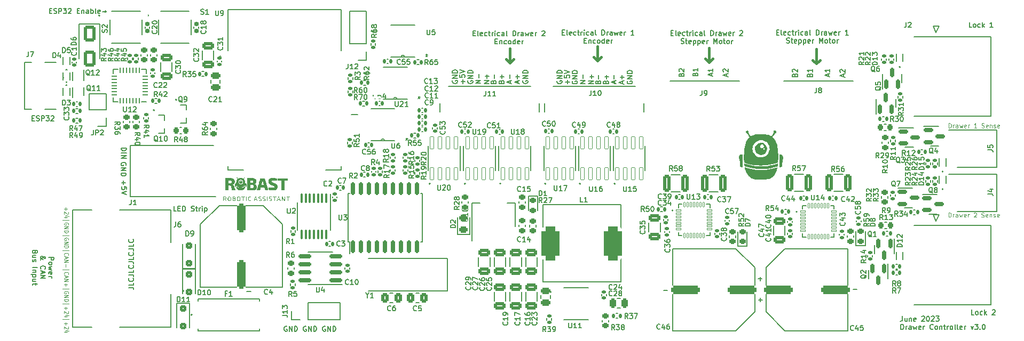
<source format=gto>
G04 #@! TF.GenerationSoftware,KiCad,Pcbnew,7.0.5-4d25ed1034~172~ubuntu22.04.1*
G04 #@! TF.CreationDate,2023-05-31T11:26:29+02:00*
G04 #@! TF.ProjectId,Drawer_Controller,44726177-6572-45f4-936f-6e74726f6c6c,rev?*
G04 #@! TF.SameCoordinates,Original*
G04 #@! TF.FileFunction,Legend,Top*
G04 #@! TF.FilePolarity,Positive*
%FSLAX46Y46*%
G04 Gerber Fmt 4.6, Leading zero omitted, Abs format (unit mm)*
G04 Created by KiCad (PCBNEW 7.0.5-4d25ed1034~172~ubuntu22.04.1) date 2023-05-31 11:26:29*
%MOMM*%
%LPD*%
G01*
G04 APERTURE LIST*
G04 Aperture macros list*
%AMRoundRect*
0 Rectangle with rounded corners*
0 $1 Rounding radius*
0 $2 $3 $4 $5 $6 $7 $8 $9 X,Y pos of 4 corners*
0 Add a 4 corners polygon primitive as box body*
4,1,4,$2,$3,$4,$5,$6,$7,$8,$9,$2,$3,0*
0 Add four circle primitives for the rounded corners*
1,1,$1+$1,$2,$3*
1,1,$1+$1,$4,$5*
1,1,$1+$1,$6,$7*
1,1,$1+$1,$8,$9*
0 Add four rect primitives between the rounded corners*
20,1,$1+$1,$2,$3,$4,$5,0*
20,1,$1+$1,$4,$5,$6,$7,0*
20,1,$1+$1,$6,$7,$8,$9,0*
20,1,$1+$1,$8,$9,$2,$3,0*%
G04 Aperture macros list end*
%ADD10C,0.130000*%
%ADD11C,0.400000*%
%ADD12C,0.110000*%
%ADD13C,0.150000*%
%ADD14C,0.300000*%
%ADD15RoundRect,0.225000X0.250000X-0.225000X0.250000X0.225000X-0.250000X0.225000X-0.250000X-0.225000X0*%
%ADD16RoundRect,0.150000X0.150000X-0.587500X0.150000X0.587500X-0.150000X0.587500X-0.150000X-0.587500X0*%
%ADD17RoundRect,0.250000X-0.300000X0.300000X-0.300000X-0.300000X0.300000X-0.300000X0.300000X0.300000X0*%
%ADD18RoundRect,0.135000X0.135000X0.185000X-0.135000X0.185000X-0.135000X-0.185000X0.135000X-0.185000X0*%
%ADD19RoundRect,0.140000X0.140000X0.170000X-0.140000X0.170000X-0.140000X-0.170000X0.140000X-0.170000X0*%
%ADD20RoundRect,0.135000X0.185000X-0.135000X0.185000X0.135000X-0.185000X0.135000X-0.185000X-0.135000X0*%
%ADD21RoundRect,0.135000X-0.185000X0.135000X-0.185000X-0.135000X0.185000X-0.135000X0.185000X0.135000X0*%
%ADD22RoundRect,0.225000X-0.250000X0.225000X-0.250000X-0.225000X0.250000X-0.225000X0.250000X0.225000X0*%
%ADD23RoundRect,0.250000X0.312500X1.075000X-0.312500X1.075000X-0.312500X-1.075000X0.312500X-1.075000X0*%
%ADD24C,3.250000*%
%ADD25R,3.050000X0.610000*%
%ADD26R,3.900000X1.945000*%
%ADD27R,0.400000X0.555000*%
%ADD28RoundRect,0.140000X0.170000X-0.140000X0.170000X0.140000X-0.170000X0.140000X-0.170000X-0.140000X0*%
%ADD29RoundRect,0.135000X-0.135000X-0.185000X0.135000X-0.185000X0.135000X0.185000X-0.135000X0.185000X0*%
%ADD30R,1.300000X4.500000*%
%ADD31R,1.800000X3.900000*%
%ADD32RoundRect,0.250000X-0.337500X-0.475000X0.337500X-0.475000X0.337500X0.475000X-0.337500X0.475000X0*%
%ADD33RoundRect,0.250000X0.650000X-0.325000X0.650000X0.325000X-0.650000X0.325000X-0.650000X-0.325000X0*%
%ADD34R,4.241800X3.810000*%
%ADD35RoundRect,0.140000X-0.170000X0.140000X-0.170000X-0.140000X0.170000X-0.140000X0.170000X0.140000X0*%
%ADD36RoundRect,0.225000X0.225000X0.250000X-0.225000X0.250000X-0.225000X-0.250000X0.225000X-0.250000X0*%
%ADD37RoundRect,0.250000X-0.475000X0.250000X-0.475000X-0.250000X0.475000X-0.250000X0.475000X0.250000X0*%
%ADD38RoundRect,0.140000X-0.140000X-0.170000X0.140000X-0.170000X0.140000X0.170000X-0.140000X0.170000X0*%
%ADD39R,0.400000X0.510000*%
%ADD40RoundRect,0.042000X0.258000X-0.943000X0.258000X0.943000X-0.258000X0.943000X-0.258000X-0.943000X0*%
%ADD41R,1.650000X1.650000*%
%ADD42C,1.650000*%
%ADD43C,3.200000*%
%ADD44RoundRect,0.250000X-0.250000X-0.475000X0.250000X-0.475000X0.250000X0.475000X-0.250000X0.475000X0*%
%ADD45RoundRect,0.218750X0.256250X-0.218750X0.256250X0.218750X-0.256250X0.218750X-0.256250X-0.218750X0*%
%ADD46RoundRect,0.150000X0.150000X-0.875000X0.150000X0.875000X-0.150000X0.875000X-0.150000X-0.875000X0*%
%ADD47R,1.700000X1.700000*%
%ADD48O,1.700000X1.700000*%
%ADD49RoundRect,0.250000X-0.650000X0.325000X-0.650000X-0.325000X0.650000X-0.325000X0.650000X0.325000X0*%
%ADD50RoundRect,0.150000X-0.150000X0.587500X-0.150000X-0.587500X0.150000X-0.587500X0.150000X0.587500X0*%
%ADD51R,0.800000X0.600000*%
%ADD52RoundRect,0.350000X-1.950000X-0.350000X1.950000X-0.350000X1.950000X0.350000X-1.950000X0.350000X0*%
%ADD53RoundRect,0.243750X0.456250X-0.243750X0.456250X0.243750X-0.456250X0.243750X-0.456250X-0.243750X0*%
%ADD54RoundRect,0.250000X0.475000X-0.250000X0.475000X0.250000X-0.475000X0.250000X-0.475000X-0.250000X0*%
%ADD55R,1.500000X0.900000*%
%ADD56R,0.900000X1.500000*%
%ADD57R,0.900000X0.900000*%
%ADD58R,0.400000X0.480000*%
%ADD59RoundRect,0.350000X1.950000X0.350000X-1.950000X0.350000X-1.950000X-0.350000X1.950000X-0.350000X0*%
%ADD60R,1.000000X0.750000*%
%ADD61RoundRect,0.008100X-0.396900X-0.126900X0.396900X-0.126900X0.396900X0.126900X-0.396900X0.126900X0*%
%ADD62RoundRect,0.027000X-0.108000X-0.378000X0.108000X-0.378000X0.108000X0.378000X-0.108000X0.378000X0*%
%ADD63R,3.700000X3.700000*%
%ADD64C,3.000000*%
%ADD65R,1.520000X1.520000*%
%ADD66C,1.520000*%
%ADD67RoundRect,0.150000X-0.587500X-0.150000X0.587500X-0.150000X0.587500X0.150000X-0.587500X0.150000X0*%
%ADD68R,4.500000X2.000000*%
%ADD69RoundRect,0.218750X-0.256250X0.218750X-0.256250X-0.218750X0.256250X-0.218750X0.256250X0.218750X0*%
%ADD70RoundRect,0.225000X-0.225000X-0.250000X0.225000X-0.250000X0.225000X0.250000X-0.225000X0.250000X0*%
%ADD71R,1.473200X0.355600*%
%ADD72R,1.500000X2.000000*%
%ADD73R,3.800000X2.000000*%
%ADD74R,0.600000X1.700000*%
%ADD75R,1.000000X2.700000*%
%ADD76RoundRect,0.155000X-0.155000X0.212500X-0.155000X-0.212500X0.155000X-0.212500X0.155000X0.212500X0*%
%ADD77RoundRect,0.725000X-0.725000X1.975000X-0.725000X-1.975000X0.725000X-1.975000X0.725000X1.975000X0*%
%ADD78R,1.350000X1.350000*%
%ADD79C,1.350000*%
%ADD80RoundRect,0.250000X-0.312500X-1.075000X0.312500X-1.075000X0.312500X1.075000X-0.312500X1.075000X0*%
%ADD81RoundRect,0.100000X-0.100000X0.637500X-0.100000X-0.637500X0.100000X-0.637500X0.100000X0.637500X0*%
%ADD82RoundRect,0.250000X-0.650000X1.000000X-0.650000X-1.000000X0.650000X-1.000000X0.650000X1.000000X0*%
%ADD83RoundRect,0.062500X0.337500X0.062500X-0.337500X0.062500X-0.337500X-0.062500X0.337500X-0.062500X0*%
%ADD84RoundRect,0.062500X0.062500X0.337500X-0.062500X0.337500X-0.062500X-0.337500X0.062500X-0.337500X0*%
%ADD85R,3.350000X3.350000*%
%ADD86RoundRect,0.250000X0.337500X0.475000X-0.337500X0.475000X-0.337500X-0.475000X0.337500X-0.475000X0*%
%ADD87RoundRect,0.150000X0.825000X0.150000X-0.825000X0.150000X-0.825000X-0.150000X0.825000X-0.150000X0*%
%ADD88R,1.350000X0.400000*%
%ADD89C,1.450000*%
%ADD90O,1.900000X0.950000*%
%ADD91R,1.900000X1.200000*%
%ADD92R,1.900000X1.500000*%
%ADD93RoundRect,0.250000X0.300000X-0.300000X0.300000X0.300000X-0.300000X0.300000X-0.300000X-0.300000X0*%
%ADD94RoundRect,0.350000X0.350000X-1.950000X0.350000X1.950000X-0.350000X1.950000X-0.350000X-1.950000X0*%
G04 APERTURE END LIST*
D10*
X134595335Y-141570426D02*
X135166763Y-141570426D01*
X135166763Y-141570426D02*
X135281049Y-141608521D01*
X135281049Y-141608521D02*
X135357240Y-141684712D01*
X135357240Y-141684712D02*
X135395335Y-141798997D01*
X135395335Y-141798997D02*
X135395335Y-141875188D01*
X135395335Y-140808521D02*
X135395335Y-141189473D01*
X135395335Y-141189473D02*
X134595335Y-141189473D01*
X135319144Y-140084711D02*
X135357240Y-140122807D01*
X135357240Y-140122807D02*
X135395335Y-140237092D01*
X135395335Y-140237092D02*
X135395335Y-140313283D01*
X135395335Y-140313283D02*
X135357240Y-140427569D01*
X135357240Y-140427569D02*
X135281049Y-140503759D01*
X135281049Y-140503759D02*
X135204859Y-140541854D01*
X135204859Y-140541854D02*
X135052478Y-140579950D01*
X135052478Y-140579950D02*
X134938192Y-140579950D01*
X134938192Y-140579950D02*
X134785811Y-140541854D01*
X134785811Y-140541854D02*
X134709620Y-140503759D01*
X134709620Y-140503759D02*
X134633430Y-140427569D01*
X134633430Y-140427569D02*
X134595335Y-140313283D01*
X134595335Y-140313283D02*
X134595335Y-140237092D01*
X134595335Y-140237092D02*
X134633430Y-140122807D01*
X134633430Y-140122807D02*
X134671525Y-140084711D01*
X134595335Y-139513283D02*
X135166763Y-139513283D01*
X135166763Y-139513283D02*
X135281049Y-139551378D01*
X135281049Y-139551378D02*
X135357240Y-139627569D01*
X135357240Y-139627569D02*
X135395335Y-139741854D01*
X135395335Y-139741854D02*
X135395335Y-139818045D01*
X135395335Y-138751378D02*
X135395335Y-139132330D01*
X135395335Y-139132330D02*
X134595335Y-139132330D01*
X135319144Y-138027568D02*
X135357240Y-138065664D01*
X135357240Y-138065664D02*
X135395335Y-138179949D01*
X135395335Y-138179949D02*
X135395335Y-138256140D01*
X135395335Y-138256140D02*
X135357240Y-138370426D01*
X135357240Y-138370426D02*
X135281049Y-138446616D01*
X135281049Y-138446616D02*
X135204859Y-138484711D01*
X135204859Y-138484711D02*
X135052478Y-138522807D01*
X135052478Y-138522807D02*
X134938192Y-138522807D01*
X134938192Y-138522807D02*
X134785811Y-138484711D01*
X134785811Y-138484711D02*
X134709620Y-138446616D01*
X134709620Y-138446616D02*
X134633430Y-138370426D01*
X134633430Y-138370426D02*
X134595335Y-138256140D01*
X134595335Y-138256140D02*
X134595335Y-138179949D01*
X134595335Y-138179949D02*
X134633430Y-138065664D01*
X134633430Y-138065664D02*
X134671525Y-138027568D01*
X134595335Y-137456140D02*
X135166763Y-137456140D01*
X135166763Y-137456140D02*
X135281049Y-137494235D01*
X135281049Y-137494235D02*
X135357240Y-137570426D01*
X135357240Y-137570426D02*
X135395335Y-137684711D01*
X135395335Y-137684711D02*
X135395335Y-137760902D01*
X135395335Y-136694235D02*
X135395335Y-137075187D01*
X135395335Y-137075187D02*
X134595335Y-137075187D01*
X135319144Y-135970425D02*
X135357240Y-136008521D01*
X135357240Y-136008521D02*
X135395335Y-136122806D01*
X135395335Y-136122806D02*
X135395335Y-136198997D01*
X135395335Y-136198997D02*
X135357240Y-136313283D01*
X135357240Y-136313283D02*
X135281049Y-136389473D01*
X135281049Y-136389473D02*
X135204859Y-136427568D01*
X135204859Y-136427568D02*
X135052478Y-136465664D01*
X135052478Y-136465664D02*
X134938192Y-136465664D01*
X134938192Y-136465664D02*
X134785811Y-136427568D01*
X134785811Y-136427568D02*
X134709620Y-136389473D01*
X134709620Y-136389473D02*
X134633430Y-136313283D01*
X134633430Y-136313283D02*
X134595335Y-136198997D01*
X134595335Y-136198997D02*
X134595335Y-136122806D01*
X134595335Y-136122806D02*
X134633430Y-136008521D01*
X134633430Y-136008521D02*
X134671525Y-135970425D01*
X134595335Y-135398997D02*
X135166763Y-135398997D01*
X135166763Y-135398997D02*
X135281049Y-135437092D01*
X135281049Y-135437092D02*
X135357240Y-135513283D01*
X135357240Y-135513283D02*
X135395335Y-135627568D01*
X135395335Y-135627568D02*
X135395335Y-135703759D01*
X135395335Y-134637092D02*
X135395335Y-135018044D01*
X135395335Y-135018044D02*
X134595335Y-135018044D01*
X135319144Y-133913282D02*
X135357240Y-133951378D01*
X135357240Y-133951378D02*
X135395335Y-134065663D01*
X135395335Y-134065663D02*
X135395335Y-134141854D01*
X135395335Y-134141854D02*
X135357240Y-134256140D01*
X135357240Y-134256140D02*
X135281049Y-134332330D01*
X135281049Y-134332330D02*
X135204859Y-134370425D01*
X135204859Y-134370425D02*
X135052478Y-134408521D01*
X135052478Y-134408521D02*
X134938192Y-134408521D01*
X134938192Y-134408521D02*
X134785811Y-134370425D01*
X134785811Y-134370425D02*
X134709620Y-134332330D01*
X134709620Y-134332330D02*
X134633430Y-134256140D01*
X134633430Y-134256140D02*
X134595335Y-134141854D01*
X134595335Y-134141854D02*
X134595335Y-134065663D01*
X134595335Y-134065663D02*
X134633430Y-133951378D01*
X134633430Y-133951378D02*
X134671525Y-133913282D01*
X257304573Y-146107335D02*
X257304573Y-146678763D01*
X257304573Y-146678763D02*
X257266478Y-146793049D01*
X257266478Y-146793049D02*
X257190287Y-146869240D01*
X257190287Y-146869240D02*
X257076002Y-146907335D01*
X257076002Y-146907335D02*
X256999811Y-146907335D01*
X258028383Y-146374001D02*
X258028383Y-146907335D01*
X257685526Y-146374001D02*
X257685526Y-146793049D01*
X257685526Y-146793049D02*
X257723621Y-146869240D01*
X257723621Y-146869240D02*
X257799811Y-146907335D01*
X257799811Y-146907335D02*
X257914097Y-146907335D01*
X257914097Y-146907335D02*
X257990288Y-146869240D01*
X257990288Y-146869240D02*
X258028383Y-146831144D01*
X258409336Y-146374001D02*
X258409336Y-146907335D01*
X258409336Y-146450192D02*
X258447431Y-146412097D01*
X258447431Y-146412097D02*
X258523621Y-146374001D01*
X258523621Y-146374001D02*
X258637907Y-146374001D01*
X258637907Y-146374001D02*
X258714098Y-146412097D01*
X258714098Y-146412097D02*
X258752193Y-146488287D01*
X258752193Y-146488287D02*
X258752193Y-146907335D01*
X259437908Y-146869240D02*
X259361717Y-146907335D01*
X259361717Y-146907335D02*
X259209336Y-146907335D01*
X259209336Y-146907335D02*
X259133146Y-146869240D01*
X259133146Y-146869240D02*
X259095050Y-146793049D01*
X259095050Y-146793049D02*
X259095050Y-146488287D01*
X259095050Y-146488287D02*
X259133146Y-146412097D01*
X259133146Y-146412097D02*
X259209336Y-146374001D01*
X259209336Y-146374001D02*
X259361717Y-146374001D01*
X259361717Y-146374001D02*
X259437908Y-146412097D01*
X259437908Y-146412097D02*
X259476003Y-146488287D01*
X259476003Y-146488287D02*
X259476003Y-146564478D01*
X259476003Y-146564478D02*
X259095050Y-146640668D01*
X260390288Y-146183525D02*
X260428384Y-146145430D01*
X260428384Y-146145430D02*
X260504574Y-146107335D01*
X260504574Y-146107335D02*
X260695050Y-146107335D01*
X260695050Y-146107335D02*
X260771241Y-146145430D01*
X260771241Y-146145430D02*
X260809336Y-146183525D01*
X260809336Y-146183525D02*
X260847431Y-146259716D01*
X260847431Y-146259716D02*
X260847431Y-146335906D01*
X260847431Y-146335906D02*
X260809336Y-146450192D01*
X260809336Y-146450192D02*
X260352193Y-146907335D01*
X260352193Y-146907335D02*
X260847431Y-146907335D01*
X261342670Y-146107335D02*
X261418860Y-146107335D01*
X261418860Y-146107335D02*
X261495051Y-146145430D01*
X261495051Y-146145430D02*
X261533146Y-146183525D01*
X261533146Y-146183525D02*
X261571241Y-146259716D01*
X261571241Y-146259716D02*
X261609336Y-146412097D01*
X261609336Y-146412097D02*
X261609336Y-146602573D01*
X261609336Y-146602573D02*
X261571241Y-146754954D01*
X261571241Y-146754954D02*
X261533146Y-146831144D01*
X261533146Y-146831144D02*
X261495051Y-146869240D01*
X261495051Y-146869240D02*
X261418860Y-146907335D01*
X261418860Y-146907335D02*
X261342670Y-146907335D01*
X261342670Y-146907335D02*
X261266479Y-146869240D01*
X261266479Y-146869240D02*
X261228384Y-146831144D01*
X261228384Y-146831144D02*
X261190289Y-146754954D01*
X261190289Y-146754954D02*
X261152193Y-146602573D01*
X261152193Y-146602573D02*
X261152193Y-146412097D01*
X261152193Y-146412097D02*
X261190289Y-146259716D01*
X261190289Y-146259716D02*
X261228384Y-146183525D01*
X261228384Y-146183525D02*
X261266479Y-146145430D01*
X261266479Y-146145430D02*
X261342670Y-146107335D01*
X261914098Y-146183525D02*
X261952194Y-146145430D01*
X261952194Y-146145430D02*
X262028384Y-146107335D01*
X262028384Y-146107335D02*
X262218860Y-146107335D01*
X262218860Y-146107335D02*
X262295051Y-146145430D01*
X262295051Y-146145430D02*
X262333146Y-146183525D01*
X262333146Y-146183525D02*
X262371241Y-146259716D01*
X262371241Y-146259716D02*
X262371241Y-146335906D01*
X262371241Y-146335906D02*
X262333146Y-146450192D01*
X262333146Y-146450192D02*
X261876003Y-146907335D01*
X261876003Y-146907335D02*
X262371241Y-146907335D01*
X262637908Y-146107335D02*
X263133146Y-146107335D01*
X263133146Y-146107335D02*
X262866480Y-146412097D01*
X262866480Y-146412097D02*
X262980765Y-146412097D01*
X262980765Y-146412097D02*
X263056956Y-146450192D01*
X263056956Y-146450192D02*
X263095051Y-146488287D01*
X263095051Y-146488287D02*
X263133146Y-146564478D01*
X263133146Y-146564478D02*
X263133146Y-146754954D01*
X263133146Y-146754954D02*
X263095051Y-146831144D01*
X263095051Y-146831144D02*
X263056956Y-146869240D01*
X263056956Y-146869240D02*
X262980765Y-146907335D01*
X262980765Y-146907335D02*
X262752194Y-146907335D01*
X262752194Y-146907335D02*
X262676003Y-146869240D01*
X262676003Y-146869240D02*
X262637908Y-146831144D01*
X257076002Y-148195335D02*
X257076002Y-147395335D01*
X257076002Y-147395335D02*
X257266478Y-147395335D01*
X257266478Y-147395335D02*
X257380764Y-147433430D01*
X257380764Y-147433430D02*
X257456954Y-147509620D01*
X257456954Y-147509620D02*
X257495049Y-147585811D01*
X257495049Y-147585811D02*
X257533145Y-147738192D01*
X257533145Y-147738192D02*
X257533145Y-147852478D01*
X257533145Y-147852478D02*
X257495049Y-148004859D01*
X257495049Y-148004859D02*
X257456954Y-148081049D01*
X257456954Y-148081049D02*
X257380764Y-148157240D01*
X257380764Y-148157240D02*
X257266478Y-148195335D01*
X257266478Y-148195335D02*
X257076002Y-148195335D01*
X257876002Y-148195335D02*
X257876002Y-147662001D01*
X257876002Y-147814382D02*
X257914097Y-147738192D01*
X257914097Y-147738192D02*
X257952192Y-147700097D01*
X257952192Y-147700097D02*
X258028383Y-147662001D01*
X258028383Y-147662001D02*
X258104573Y-147662001D01*
X258714097Y-148195335D02*
X258714097Y-147776287D01*
X258714097Y-147776287D02*
X258676002Y-147700097D01*
X258676002Y-147700097D02*
X258599811Y-147662001D01*
X258599811Y-147662001D02*
X258447430Y-147662001D01*
X258447430Y-147662001D02*
X258371240Y-147700097D01*
X258714097Y-148157240D02*
X258637906Y-148195335D01*
X258637906Y-148195335D02*
X258447430Y-148195335D01*
X258447430Y-148195335D02*
X258371240Y-148157240D01*
X258371240Y-148157240D02*
X258333144Y-148081049D01*
X258333144Y-148081049D02*
X258333144Y-148004859D01*
X258333144Y-148004859D02*
X258371240Y-147928668D01*
X258371240Y-147928668D02*
X258447430Y-147890573D01*
X258447430Y-147890573D02*
X258637906Y-147890573D01*
X258637906Y-147890573D02*
X258714097Y-147852478D01*
X259018859Y-147662001D02*
X259171240Y-148195335D01*
X259171240Y-148195335D02*
X259323621Y-147814382D01*
X259323621Y-147814382D02*
X259476002Y-148195335D01*
X259476002Y-148195335D02*
X259628383Y-147662001D01*
X260237907Y-148157240D02*
X260161716Y-148195335D01*
X260161716Y-148195335D02*
X260009335Y-148195335D01*
X260009335Y-148195335D02*
X259933145Y-148157240D01*
X259933145Y-148157240D02*
X259895049Y-148081049D01*
X259895049Y-148081049D02*
X259895049Y-147776287D01*
X259895049Y-147776287D02*
X259933145Y-147700097D01*
X259933145Y-147700097D02*
X260009335Y-147662001D01*
X260009335Y-147662001D02*
X260161716Y-147662001D01*
X260161716Y-147662001D02*
X260237907Y-147700097D01*
X260237907Y-147700097D02*
X260276002Y-147776287D01*
X260276002Y-147776287D02*
X260276002Y-147852478D01*
X260276002Y-147852478D02*
X259895049Y-147928668D01*
X260618859Y-148195335D02*
X260618859Y-147662001D01*
X260618859Y-147814382D02*
X260656954Y-147738192D01*
X260656954Y-147738192D02*
X260695049Y-147700097D01*
X260695049Y-147700097D02*
X260771240Y-147662001D01*
X260771240Y-147662001D02*
X260847430Y-147662001D01*
X262180764Y-148119144D02*
X262142668Y-148157240D01*
X262142668Y-148157240D02*
X262028383Y-148195335D01*
X262028383Y-148195335D02*
X261952192Y-148195335D01*
X261952192Y-148195335D02*
X261837906Y-148157240D01*
X261837906Y-148157240D02*
X261761716Y-148081049D01*
X261761716Y-148081049D02*
X261723621Y-148004859D01*
X261723621Y-148004859D02*
X261685525Y-147852478D01*
X261685525Y-147852478D02*
X261685525Y-147738192D01*
X261685525Y-147738192D02*
X261723621Y-147585811D01*
X261723621Y-147585811D02*
X261761716Y-147509620D01*
X261761716Y-147509620D02*
X261837906Y-147433430D01*
X261837906Y-147433430D02*
X261952192Y-147395335D01*
X261952192Y-147395335D02*
X262028383Y-147395335D01*
X262028383Y-147395335D02*
X262142668Y-147433430D01*
X262142668Y-147433430D02*
X262180764Y-147471525D01*
X262637906Y-148195335D02*
X262561716Y-148157240D01*
X262561716Y-148157240D02*
X262523621Y-148119144D01*
X262523621Y-148119144D02*
X262485525Y-148042954D01*
X262485525Y-148042954D02*
X262485525Y-147814382D01*
X262485525Y-147814382D02*
X262523621Y-147738192D01*
X262523621Y-147738192D02*
X262561716Y-147700097D01*
X262561716Y-147700097D02*
X262637906Y-147662001D01*
X262637906Y-147662001D02*
X262752192Y-147662001D01*
X262752192Y-147662001D02*
X262828383Y-147700097D01*
X262828383Y-147700097D02*
X262866478Y-147738192D01*
X262866478Y-147738192D02*
X262904573Y-147814382D01*
X262904573Y-147814382D02*
X262904573Y-148042954D01*
X262904573Y-148042954D02*
X262866478Y-148119144D01*
X262866478Y-148119144D02*
X262828383Y-148157240D01*
X262828383Y-148157240D02*
X262752192Y-148195335D01*
X262752192Y-148195335D02*
X262637906Y-148195335D01*
X263247431Y-147662001D02*
X263247431Y-148195335D01*
X263247431Y-147738192D02*
X263285526Y-147700097D01*
X263285526Y-147700097D02*
X263361716Y-147662001D01*
X263361716Y-147662001D02*
X263476002Y-147662001D01*
X263476002Y-147662001D02*
X263552193Y-147700097D01*
X263552193Y-147700097D02*
X263590288Y-147776287D01*
X263590288Y-147776287D02*
X263590288Y-148195335D01*
X263856955Y-147662001D02*
X264161717Y-147662001D01*
X263971241Y-147395335D02*
X263971241Y-148081049D01*
X263971241Y-148081049D02*
X264009336Y-148157240D01*
X264009336Y-148157240D02*
X264085526Y-148195335D01*
X264085526Y-148195335D02*
X264161717Y-148195335D01*
X264428384Y-148195335D02*
X264428384Y-147662001D01*
X264428384Y-147814382D02*
X264466479Y-147738192D01*
X264466479Y-147738192D02*
X264504574Y-147700097D01*
X264504574Y-147700097D02*
X264580765Y-147662001D01*
X264580765Y-147662001D02*
X264656955Y-147662001D01*
X265037907Y-148195335D02*
X264961717Y-148157240D01*
X264961717Y-148157240D02*
X264923622Y-148119144D01*
X264923622Y-148119144D02*
X264885526Y-148042954D01*
X264885526Y-148042954D02*
X264885526Y-147814382D01*
X264885526Y-147814382D02*
X264923622Y-147738192D01*
X264923622Y-147738192D02*
X264961717Y-147700097D01*
X264961717Y-147700097D02*
X265037907Y-147662001D01*
X265037907Y-147662001D02*
X265152193Y-147662001D01*
X265152193Y-147662001D02*
X265228384Y-147700097D01*
X265228384Y-147700097D02*
X265266479Y-147738192D01*
X265266479Y-147738192D02*
X265304574Y-147814382D01*
X265304574Y-147814382D02*
X265304574Y-148042954D01*
X265304574Y-148042954D02*
X265266479Y-148119144D01*
X265266479Y-148119144D02*
X265228384Y-148157240D01*
X265228384Y-148157240D02*
X265152193Y-148195335D01*
X265152193Y-148195335D02*
X265037907Y-148195335D01*
X265761717Y-148195335D02*
X265685527Y-148157240D01*
X265685527Y-148157240D02*
X265647432Y-148081049D01*
X265647432Y-148081049D02*
X265647432Y-147395335D01*
X266180765Y-148195335D02*
X266104575Y-148157240D01*
X266104575Y-148157240D02*
X266066480Y-148081049D01*
X266066480Y-148081049D02*
X266066480Y-147395335D01*
X266790290Y-148157240D02*
X266714099Y-148195335D01*
X266714099Y-148195335D02*
X266561718Y-148195335D01*
X266561718Y-148195335D02*
X266485528Y-148157240D01*
X266485528Y-148157240D02*
X266447432Y-148081049D01*
X266447432Y-148081049D02*
X266447432Y-147776287D01*
X266447432Y-147776287D02*
X266485528Y-147700097D01*
X266485528Y-147700097D02*
X266561718Y-147662001D01*
X266561718Y-147662001D02*
X266714099Y-147662001D01*
X266714099Y-147662001D02*
X266790290Y-147700097D01*
X266790290Y-147700097D02*
X266828385Y-147776287D01*
X266828385Y-147776287D02*
X266828385Y-147852478D01*
X266828385Y-147852478D02*
X266447432Y-147928668D01*
X267171242Y-148195335D02*
X267171242Y-147662001D01*
X267171242Y-147814382D02*
X267209337Y-147738192D01*
X267209337Y-147738192D02*
X267247432Y-147700097D01*
X267247432Y-147700097D02*
X267323623Y-147662001D01*
X267323623Y-147662001D02*
X267399813Y-147662001D01*
X268199813Y-147662001D02*
X268390289Y-148195335D01*
X268390289Y-148195335D02*
X268580766Y-147662001D01*
X268809337Y-147395335D02*
X269304575Y-147395335D01*
X269304575Y-147395335D02*
X269037909Y-147700097D01*
X269037909Y-147700097D02*
X269152194Y-147700097D01*
X269152194Y-147700097D02*
X269228385Y-147738192D01*
X269228385Y-147738192D02*
X269266480Y-147776287D01*
X269266480Y-147776287D02*
X269304575Y-147852478D01*
X269304575Y-147852478D02*
X269304575Y-148042954D01*
X269304575Y-148042954D02*
X269266480Y-148119144D01*
X269266480Y-148119144D02*
X269228385Y-148157240D01*
X269228385Y-148157240D02*
X269152194Y-148195335D01*
X269152194Y-148195335D02*
X268923623Y-148195335D01*
X268923623Y-148195335D02*
X268847432Y-148157240D01*
X268847432Y-148157240D02*
X268809337Y-148119144D01*
X269647433Y-148119144D02*
X269685528Y-148157240D01*
X269685528Y-148157240D02*
X269647433Y-148195335D01*
X269647433Y-148195335D02*
X269609337Y-148157240D01*
X269609337Y-148157240D02*
X269647433Y-148119144D01*
X269647433Y-148119144D02*
X269647433Y-148195335D01*
X270180766Y-147395335D02*
X270256956Y-147395335D01*
X270256956Y-147395335D02*
X270333147Y-147433430D01*
X270333147Y-147433430D02*
X270371242Y-147471525D01*
X270371242Y-147471525D02*
X270409337Y-147547716D01*
X270409337Y-147547716D02*
X270447432Y-147700097D01*
X270447432Y-147700097D02*
X270447432Y-147890573D01*
X270447432Y-147890573D02*
X270409337Y-148042954D01*
X270409337Y-148042954D02*
X270371242Y-148119144D01*
X270371242Y-148119144D02*
X270333147Y-148157240D01*
X270333147Y-148157240D02*
X270256956Y-148195335D01*
X270256956Y-148195335D02*
X270180766Y-148195335D01*
X270180766Y-148195335D02*
X270104575Y-148157240D01*
X270104575Y-148157240D02*
X270066480Y-148119144D01*
X270066480Y-148119144D02*
X270028385Y-148042954D01*
X270028385Y-148042954D02*
X269990289Y-147890573D01*
X269990289Y-147890573D02*
X269990289Y-147700097D01*
X269990289Y-147700097D02*
X270028385Y-147547716D01*
X270028385Y-147547716D02*
X270066480Y-147471525D01*
X270066480Y-147471525D02*
X270104575Y-147433430D01*
X270104575Y-147433430D02*
X270180766Y-147395335D01*
X122051002Y-97576287D02*
X122317668Y-97576287D01*
X122431954Y-97995335D02*
X122051002Y-97995335D01*
X122051002Y-97995335D02*
X122051002Y-97195335D01*
X122051002Y-97195335D02*
X122431954Y-97195335D01*
X122736716Y-97957240D02*
X122851002Y-97995335D01*
X122851002Y-97995335D02*
X123041478Y-97995335D01*
X123041478Y-97995335D02*
X123117669Y-97957240D01*
X123117669Y-97957240D02*
X123155764Y-97919144D01*
X123155764Y-97919144D02*
X123193859Y-97842954D01*
X123193859Y-97842954D02*
X123193859Y-97766763D01*
X123193859Y-97766763D02*
X123155764Y-97690573D01*
X123155764Y-97690573D02*
X123117669Y-97652478D01*
X123117669Y-97652478D02*
X123041478Y-97614382D01*
X123041478Y-97614382D02*
X122889097Y-97576287D01*
X122889097Y-97576287D02*
X122812907Y-97538192D01*
X122812907Y-97538192D02*
X122774812Y-97500097D01*
X122774812Y-97500097D02*
X122736716Y-97423906D01*
X122736716Y-97423906D02*
X122736716Y-97347716D01*
X122736716Y-97347716D02*
X122774812Y-97271525D01*
X122774812Y-97271525D02*
X122812907Y-97233430D01*
X122812907Y-97233430D02*
X122889097Y-97195335D01*
X122889097Y-97195335D02*
X123079574Y-97195335D01*
X123079574Y-97195335D02*
X123193859Y-97233430D01*
X123536717Y-97995335D02*
X123536717Y-97195335D01*
X123536717Y-97195335D02*
X123841479Y-97195335D01*
X123841479Y-97195335D02*
X123917669Y-97233430D01*
X123917669Y-97233430D02*
X123955764Y-97271525D01*
X123955764Y-97271525D02*
X123993860Y-97347716D01*
X123993860Y-97347716D02*
X123993860Y-97462001D01*
X123993860Y-97462001D02*
X123955764Y-97538192D01*
X123955764Y-97538192D02*
X123917669Y-97576287D01*
X123917669Y-97576287D02*
X123841479Y-97614382D01*
X123841479Y-97614382D02*
X123536717Y-97614382D01*
X124260526Y-97195335D02*
X124755764Y-97195335D01*
X124755764Y-97195335D02*
X124489098Y-97500097D01*
X124489098Y-97500097D02*
X124603383Y-97500097D01*
X124603383Y-97500097D02*
X124679574Y-97538192D01*
X124679574Y-97538192D02*
X124717669Y-97576287D01*
X124717669Y-97576287D02*
X124755764Y-97652478D01*
X124755764Y-97652478D02*
X124755764Y-97842954D01*
X124755764Y-97842954D02*
X124717669Y-97919144D01*
X124717669Y-97919144D02*
X124679574Y-97957240D01*
X124679574Y-97957240D02*
X124603383Y-97995335D01*
X124603383Y-97995335D02*
X124374812Y-97995335D01*
X124374812Y-97995335D02*
X124298621Y-97957240D01*
X124298621Y-97957240D02*
X124260526Y-97919144D01*
X125060526Y-97271525D02*
X125098622Y-97233430D01*
X125098622Y-97233430D02*
X125174812Y-97195335D01*
X125174812Y-97195335D02*
X125365288Y-97195335D01*
X125365288Y-97195335D02*
X125441479Y-97233430D01*
X125441479Y-97233430D02*
X125479574Y-97271525D01*
X125479574Y-97271525D02*
X125517669Y-97347716D01*
X125517669Y-97347716D02*
X125517669Y-97423906D01*
X125517669Y-97423906D02*
X125479574Y-97538192D01*
X125479574Y-97538192D02*
X125022431Y-97995335D01*
X125022431Y-97995335D02*
X125517669Y-97995335D01*
X126470051Y-97576287D02*
X126736717Y-97576287D01*
X126851003Y-97995335D02*
X126470051Y-97995335D01*
X126470051Y-97995335D02*
X126470051Y-97195335D01*
X126470051Y-97195335D02*
X126851003Y-97195335D01*
X127193861Y-97462001D02*
X127193861Y-97995335D01*
X127193861Y-97538192D02*
X127231956Y-97500097D01*
X127231956Y-97500097D02*
X127308146Y-97462001D01*
X127308146Y-97462001D02*
X127422432Y-97462001D01*
X127422432Y-97462001D02*
X127498623Y-97500097D01*
X127498623Y-97500097D02*
X127536718Y-97576287D01*
X127536718Y-97576287D02*
X127536718Y-97995335D01*
X128260528Y-97995335D02*
X128260528Y-97576287D01*
X128260528Y-97576287D02*
X128222433Y-97500097D01*
X128222433Y-97500097D02*
X128146242Y-97462001D01*
X128146242Y-97462001D02*
X127993861Y-97462001D01*
X127993861Y-97462001D02*
X127917671Y-97500097D01*
X128260528Y-97957240D02*
X128184337Y-97995335D01*
X128184337Y-97995335D02*
X127993861Y-97995335D01*
X127993861Y-97995335D02*
X127917671Y-97957240D01*
X127917671Y-97957240D02*
X127879575Y-97881049D01*
X127879575Y-97881049D02*
X127879575Y-97804859D01*
X127879575Y-97804859D02*
X127917671Y-97728668D01*
X127917671Y-97728668D02*
X127993861Y-97690573D01*
X127993861Y-97690573D02*
X128184337Y-97690573D01*
X128184337Y-97690573D02*
X128260528Y-97652478D01*
X128641481Y-97995335D02*
X128641481Y-97195335D01*
X128641481Y-97500097D02*
X128717671Y-97462001D01*
X128717671Y-97462001D02*
X128870052Y-97462001D01*
X128870052Y-97462001D02*
X128946243Y-97500097D01*
X128946243Y-97500097D02*
X128984338Y-97538192D01*
X128984338Y-97538192D02*
X129022433Y-97614382D01*
X129022433Y-97614382D02*
X129022433Y-97842954D01*
X129022433Y-97842954D02*
X128984338Y-97919144D01*
X128984338Y-97919144D02*
X128946243Y-97957240D01*
X128946243Y-97957240D02*
X128870052Y-97995335D01*
X128870052Y-97995335D02*
X128717671Y-97995335D01*
X128717671Y-97995335D02*
X128641481Y-97957240D01*
X129479576Y-97995335D02*
X129403386Y-97957240D01*
X129403386Y-97957240D02*
X129365291Y-97881049D01*
X129365291Y-97881049D02*
X129365291Y-97195335D01*
X130089101Y-97957240D02*
X130012910Y-97995335D01*
X130012910Y-97995335D02*
X129860529Y-97995335D01*
X129860529Y-97995335D02*
X129784339Y-97957240D01*
X129784339Y-97957240D02*
X129746243Y-97881049D01*
X129746243Y-97881049D02*
X129746243Y-97576287D01*
X129746243Y-97576287D02*
X129784339Y-97500097D01*
X129784339Y-97500097D02*
X129860529Y-97462001D01*
X129860529Y-97462001D02*
X130012910Y-97462001D01*
X130012910Y-97462001D02*
X130089101Y-97500097D01*
X130089101Y-97500097D02*
X130127196Y-97576287D01*
X130127196Y-97576287D02*
X130127196Y-97652478D01*
X130127196Y-97652478D02*
X129746243Y-97728668D01*
X130470053Y-97690573D02*
X131079577Y-97690573D01*
X130927196Y-97842954D02*
X131079577Y-97690573D01*
X131079577Y-97690573D02*
X130927196Y-97538192D01*
X224476287Y-107657331D02*
X224514382Y-107543045D01*
X224514382Y-107543045D02*
X224552478Y-107504950D01*
X224552478Y-107504950D02*
X224628668Y-107466854D01*
X224628668Y-107466854D02*
X224742954Y-107466854D01*
X224742954Y-107466854D02*
X224819144Y-107504950D01*
X224819144Y-107504950D02*
X224857240Y-107543045D01*
X224857240Y-107543045D02*
X224895335Y-107619235D01*
X224895335Y-107619235D02*
X224895335Y-107923997D01*
X224895335Y-107923997D02*
X224095335Y-107923997D01*
X224095335Y-107923997D02*
X224095335Y-107657331D01*
X224095335Y-107657331D02*
X224133430Y-107581140D01*
X224133430Y-107581140D02*
X224171525Y-107543045D01*
X224171525Y-107543045D02*
X224247716Y-107504950D01*
X224247716Y-107504950D02*
X224323906Y-107504950D01*
X224323906Y-107504950D02*
X224400097Y-107543045D01*
X224400097Y-107543045D02*
X224438192Y-107581140D01*
X224438192Y-107581140D02*
X224476287Y-107657331D01*
X224476287Y-107657331D02*
X224476287Y-107923997D01*
X224895335Y-106704950D02*
X224895335Y-107162093D01*
X224895335Y-106933521D02*
X224095335Y-106933521D01*
X224095335Y-106933521D02*
X224209620Y-107009712D01*
X224209620Y-107009712D02*
X224285811Y-107085902D01*
X224285811Y-107085902D02*
X224323906Y-107162093D01*
X222276287Y-107732331D02*
X222314382Y-107618045D01*
X222314382Y-107618045D02*
X222352478Y-107579950D01*
X222352478Y-107579950D02*
X222428668Y-107541854D01*
X222428668Y-107541854D02*
X222542954Y-107541854D01*
X222542954Y-107541854D02*
X222619144Y-107579950D01*
X222619144Y-107579950D02*
X222657240Y-107618045D01*
X222657240Y-107618045D02*
X222695335Y-107694235D01*
X222695335Y-107694235D02*
X222695335Y-107998997D01*
X222695335Y-107998997D02*
X221895335Y-107998997D01*
X221895335Y-107998997D02*
X221895335Y-107732331D01*
X221895335Y-107732331D02*
X221933430Y-107656140D01*
X221933430Y-107656140D02*
X221971525Y-107618045D01*
X221971525Y-107618045D02*
X222047716Y-107579950D01*
X222047716Y-107579950D02*
X222123906Y-107579950D01*
X222123906Y-107579950D02*
X222200097Y-107618045D01*
X222200097Y-107618045D02*
X222238192Y-107656140D01*
X222238192Y-107656140D02*
X222276287Y-107732331D01*
X222276287Y-107732331D02*
X222276287Y-107998997D01*
X221971525Y-107237093D02*
X221933430Y-107198997D01*
X221933430Y-107198997D02*
X221895335Y-107122807D01*
X221895335Y-107122807D02*
X221895335Y-106932331D01*
X221895335Y-106932331D02*
X221933430Y-106856140D01*
X221933430Y-106856140D02*
X221971525Y-106818045D01*
X221971525Y-106818045D02*
X222047716Y-106779950D01*
X222047716Y-106779950D02*
X222123906Y-106779950D01*
X222123906Y-106779950D02*
X222238192Y-106818045D01*
X222238192Y-106818045D02*
X222695335Y-107275188D01*
X222695335Y-107275188D02*
X222695335Y-106779950D01*
X229441763Y-107962093D02*
X229441763Y-107581140D01*
X229670335Y-108038283D02*
X228870335Y-107771616D01*
X228870335Y-107771616D02*
X229670335Y-107504950D01*
X228946525Y-107276379D02*
X228908430Y-107238283D01*
X228908430Y-107238283D02*
X228870335Y-107162093D01*
X228870335Y-107162093D02*
X228870335Y-106971617D01*
X228870335Y-106971617D02*
X228908430Y-106895426D01*
X228908430Y-106895426D02*
X228946525Y-106857331D01*
X228946525Y-106857331D02*
X229022716Y-106819236D01*
X229022716Y-106819236D02*
X229098906Y-106819236D01*
X229098906Y-106819236D02*
X229213192Y-106857331D01*
X229213192Y-106857331D02*
X229670335Y-107314474D01*
X229670335Y-107314474D02*
X229670335Y-106819236D01*
X227041763Y-107912093D02*
X227041763Y-107531140D01*
X227270335Y-107988283D02*
X226470335Y-107721616D01*
X226470335Y-107721616D02*
X227270335Y-107454950D01*
X227270335Y-106769236D02*
X227270335Y-107226379D01*
X227270335Y-106997807D02*
X226470335Y-106997807D01*
X226470335Y-106997807D02*
X226584620Y-107073998D01*
X226584620Y-107073998D02*
X226660811Y-107150188D01*
X226660811Y-107150188D02*
X226698906Y-107226379D01*
X247991763Y-108037093D02*
X247991763Y-107656140D01*
X248220335Y-108113283D02*
X247420335Y-107846616D01*
X247420335Y-107846616D02*
X248220335Y-107579950D01*
X247496525Y-107351379D02*
X247458430Y-107313283D01*
X247458430Y-107313283D02*
X247420335Y-107237093D01*
X247420335Y-107237093D02*
X247420335Y-107046617D01*
X247420335Y-107046617D02*
X247458430Y-106970426D01*
X247458430Y-106970426D02*
X247496525Y-106932331D01*
X247496525Y-106932331D02*
X247572716Y-106894236D01*
X247572716Y-106894236D02*
X247648906Y-106894236D01*
X247648906Y-106894236D02*
X247763192Y-106932331D01*
X247763192Y-106932331D02*
X248220335Y-107389474D01*
X248220335Y-107389474D02*
X248220335Y-106894236D01*
X245591763Y-107987093D02*
X245591763Y-107606140D01*
X245820335Y-108063283D02*
X245020335Y-107796616D01*
X245020335Y-107796616D02*
X245820335Y-107529950D01*
X245820335Y-106844236D02*
X245820335Y-107301379D01*
X245820335Y-107072807D02*
X245020335Y-107072807D01*
X245020335Y-107072807D02*
X245134620Y-107148998D01*
X245134620Y-107148998D02*
X245210811Y-107225188D01*
X245210811Y-107225188D02*
X245248906Y-107301379D01*
X242626287Y-107782331D02*
X242664382Y-107668045D01*
X242664382Y-107668045D02*
X242702478Y-107629950D01*
X242702478Y-107629950D02*
X242778668Y-107591854D01*
X242778668Y-107591854D02*
X242892954Y-107591854D01*
X242892954Y-107591854D02*
X242969144Y-107629950D01*
X242969144Y-107629950D02*
X243007240Y-107668045D01*
X243007240Y-107668045D02*
X243045335Y-107744235D01*
X243045335Y-107744235D02*
X243045335Y-108048997D01*
X243045335Y-108048997D02*
X242245335Y-108048997D01*
X242245335Y-108048997D02*
X242245335Y-107782331D01*
X242245335Y-107782331D02*
X242283430Y-107706140D01*
X242283430Y-107706140D02*
X242321525Y-107668045D01*
X242321525Y-107668045D02*
X242397716Y-107629950D01*
X242397716Y-107629950D02*
X242473906Y-107629950D01*
X242473906Y-107629950D02*
X242550097Y-107668045D01*
X242550097Y-107668045D02*
X242588192Y-107706140D01*
X242588192Y-107706140D02*
X242626287Y-107782331D01*
X242626287Y-107782331D02*
X242626287Y-108048997D01*
X243045335Y-106829950D02*
X243045335Y-107287093D01*
X243045335Y-107058521D02*
X242245335Y-107058521D01*
X242245335Y-107058521D02*
X242359620Y-107134712D01*
X242359620Y-107134712D02*
X242435811Y-107210902D01*
X242435811Y-107210902D02*
X242473906Y-107287093D01*
X240276287Y-107782331D02*
X240314382Y-107668045D01*
X240314382Y-107668045D02*
X240352478Y-107629950D01*
X240352478Y-107629950D02*
X240428668Y-107591854D01*
X240428668Y-107591854D02*
X240542954Y-107591854D01*
X240542954Y-107591854D02*
X240619144Y-107629950D01*
X240619144Y-107629950D02*
X240657240Y-107668045D01*
X240657240Y-107668045D02*
X240695335Y-107744235D01*
X240695335Y-107744235D02*
X240695335Y-108048997D01*
X240695335Y-108048997D02*
X239895335Y-108048997D01*
X239895335Y-108048997D02*
X239895335Y-107782331D01*
X239895335Y-107782331D02*
X239933430Y-107706140D01*
X239933430Y-107706140D02*
X239971525Y-107668045D01*
X239971525Y-107668045D02*
X240047716Y-107629950D01*
X240047716Y-107629950D02*
X240123906Y-107629950D01*
X240123906Y-107629950D02*
X240200097Y-107668045D01*
X240200097Y-107668045D02*
X240238192Y-107706140D01*
X240238192Y-107706140D02*
X240276287Y-107782331D01*
X240276287Y-107782331D02*
X240276287Y-108048997D01*
X239971525Y-107287093D02*
X239933430Y-107248997D01*
X239933430Y-107248997D02*
X239895335Y-107172807D01*
X239895335Y-107172807D02*
X239895335Y-106982331D01*
X239895335Y-106982331D02*
X239933430Y-106906140D01*
X239933430Y-106906140D02*
X239971525Y-106868045D01*
X239971525Y-106868045D02*
X240047716Y-106829950D01*
X240047716Y-106829950D02*
X240123906Y-106829950D01*
X240123906Y-106829950D02*
X240238192Y-106868045D01*
X240238192Y-106868045D02*
X240695335Y-107325188D01*
X240695335Y-107325188D02*
X240695335Y-106829950D01*
D11*
X195070299Y-103526342D02*
X195070299Y-105812057D01*
X195641728Y-105240628D02*
X195070299Y-105812057D01*
X195070299Y-105812057D02*
X194498871Y-105240628D01*
X208970299Y-103226342D02*
X208970299Y-105512057D01*
X209541728Y-104940628D02*
X208970299Y-105512057D01*
X208970299Y-105512057D02*
X208398871Y-104940628D01*
X226645299Y-103476342D02*
X226645299Y-105762057D01*
X227216728Y-105190628D02*
X226645299Y-105762057D01*
X226645299Y-105762057D02*
X226073871Y-105190628D01*
X243670299Y-103676342D02*
X243670299Y-105962057D01*
X244241728Y-105390628D02*
X243670299Y-105962057D01*
X243670299Y-105962057D02*
X243098871Y-105390628D01*
D10*
X202583430Y-108704950D02*
X202545335Y-108781140D01*
X202545335Y-108781140D02*
X202545335Y-108895426D01*
X202545335Y-108895426D02*
X202583430Y-109009712D01*
X202583430Y-109009712D02*
X202659620Y-109085902D01*
X202659620Y-109085902D02*
X202735811Y-109123997D01*
X202735811Y-109123997D02*
X202888192Y-109162093D01*
X202888192Y-109162093D02*
X203002478Y-109162093D01*
X203002478Y-109162093D02*
X203154859Y-109123997D01*
X203154859Y-109123997D02*
X203231049Y-109085902D01*
X203231049Y-109085902D02*
X203307240Y-109009712D01*
X203307240Y-109009712D02*
X203345335Y-108895426D01*
X203345335Y-108895426D02*
X203345335Y-108819235D01*
X203345335Y-108819235D02*
X203307240Y-108704950D01*
X203307240Y-108704950D02*
X203269144Y-108666854D01*
X203269144Y-108666854D02*
X203002478Y-108666854D01*
X203002478Y-108666854D02*
X203002478Y-108819235D01*
X203345335Y-108323997D02*
X202545335Y-108323997D01*
X202545335Y-108323997D02*
X203345335Y-107866854D01*
X203345335Y-107866854D02*
X202545335Y-107866854D01*
X203345335Y-107485902D02*
X202545335Y-107485902D01*
X202545335Y-107485902D02*
X202545335Y-107295426D01*
X202545335Y-107295426D02*
X202583430Y-107181140D01*
X202583430Y-107181140D02*
X202659620Y-107104950D01*
X202659620Y-107104950D02*
X202735811Y-107066855D01*
X202735811Y-107066855D02*
X202888192Y-107028759D01*
X202888192Y-107028759D02*
X203002478Y-107028759D01*
X203002478Y-107028759D02*
X203154859Y-107066855D01*
X203154859Y-107066855D02*
X203231049Y-107104950D01*
X203231049Y-107104950D02*
X203307240Y-107181140D01*
X203307240Y-107181140D02*
X203345335Y-107295426D01*
X203345335Y-107295426D02*
X203345335Y-107485902D01*
X211691763Y-109112093D02*
X211691763Y-108731140D01*
X211920335Y-109188283D02*
X211120335Y-108921616D01*
X211120335Y-108921616D02*
X211920335Y-108654950D01*
X211615573Y-108388283D02*
X211615573Y-107778760D01*
X213733430Y-108729950D02*
X213695335Y-108806140D01*
X213695335Y-108806140D02*
X213695335Y-108920426D01*
X213695335Y-108920426D02*
X213733430Y-109034712D01*
X213733430Y-109034712D02*
X213809620Y-109110902D01*
X213809620Y-109110902D02*
X213885811Y-109148997D01*
X213885811Y-109148997D02*
X214038192Y-109187093D01*
X214038192Y-109187093D02*
X214152478Y-109187093D01*
X214152478Y-109187093D02*
X214304859Y-109148997D01*
X214304859Y-109148997D02*
X214381049Y-109110902D01*
X214381049Y-109110902D02*
X214457240Y-109034712D01*
X214457240Y-109034712D02*
X214495335Y-108920426D01*
X214495335Y-108920426D02*
X214495335Y-108844235D01*
X214495335Y-108844235D02*
X214457240Y-108729950D01*
X214457240Y-108729950D02*
X214419144Y-108691854D01*
X214419144Y-108691854D02*
X214152478Y-108691854D01*
X214152478Y-108691854D02*
X214152478Y-108844235D01*
X214495335Y-108348997D02*
X213695335Y-108348997D01*
X213695335Y-108348997D02*
X214495335Y-107891854D01*
X214495335Y-107891854D02*
X213695335Y-107891854D01*
X214495335Y-107510902D02*
X213695335Y-107510902D01*
X213695335Y-107510902D02*
X213695335Y-107320426D01*
X213695335Y-107320426D02*
X213733430Y-107206140D01*
X213733430Y-107206140D02*
X213809620Y-107129950D01*
X213809620Y-107129950D02*
X213885811Y-107091855D01*
X213885811Y-107091855D02*
X214038192Y-107053759D01*
X214038192Y-107053759D02*
X214152478Y-107053759D01*
X214152478Y-107053759D02*
X214304859Y-107091855D01*
X214304859Y-107091855D02*
X214381049Y-107129950D01*
X214381049Y-107129950D02*
X214457240Y-107206140D01*
X214457240Y-107206140D02*
X214495335Y-107320426D01*
X214495335Y-107320426D02*
X214495335Y-107510902D01*
X204215573Y-109173997D02*
X204215573Y-108564474D01*
X204520335Y-108869235D02*
X203910811Y-108869235D01*
X203720335Y-107802569D02*
X203720335Y-108183521D01*
X203720335Y-108183521D02*
X204101287Y-108221617D01*
X204101287Y-108221617D02*
X204063192Y-108183521D01*
X204063192Y-108183521D02*
X204025097Y-108107331D01*
X204025097Y-108107331D02*
X204025097Y-107916855D01*
X204025097Y-107916855D02*
X204063192Y-107840664D01*
X204063192Y-107840664D02*
X204101287Y-107802569D01*
X204101287Y-107802569D02*
X204177478Y-107764474D01*
X204177478Y-107764474D02*
X204367954Y-107764474D01*
X204367954Y-107764474D02*
X204444144Y-107802569D01*
X204444144Y-107802569D02*
X204482240Y-107840664D01*
X204482240Y-107840664D02*
X204520335Y-107916855D01*
X204520335Y-107916855D02*
X204520335Y-108107331D01*
X204520335Y-108107331D02*
X204482240Y-108183521D01*
X204482240Y-108183521D02*
X204444144Y-108221617D01*
X203720335Y-107535902D02*
X204520335Y-107269235D01*
X204520335Y-107269235D02*
X203720335Y-107002569D01*
X205008430Y-108729950D02*
X204970335Y-108806140D01*
X204970335Y-108806140D02*
X204970335Y-108920426D01*
X204970335Y-108920426D02*
X205008430Y-109034712D01*
X205008430Y-109034712D02*
X205084620Y-109110902D01*
X205084620Y-109110902D02*
X205160811Y-109148997D01*
X205160811Y-109148997D02*
X205313192Y-109187093D01*
X205313192Y-109187093D02*
X205427478Y-109187093D01*
X205427478Y-109187093D02*
X205579859Y-109148997D01*
X205579859Y-109148997D02*
X205656049Y-109110902D01*
X205656049Y-109110902D02*
X205732240Y-109034712D01*
X205732240Y-109034712D02*
X205770335Y-108920426D01*
X205770335Y-108920426D02*
X205770335Y-108844235D01*
X205770335Y-108844235D02*
X205732240Y-108729950D01*
X205732240Y-108729950D02*
X205694144Y-108691854D01*
X205694144Y-108691854D02*
X205427478Y-108691854D01*
X205427478Y-108691854D02*
X205427478Y-108844235D01*
X205770335Y-108348997D02*
X204970335Y-108348997D01*
X204970335Y-108348997D02*
X205770335Y-107891854D01*
X205770335Y-107891854D02*
X204970335Y-107891854D01*
X205770335Y-107510902D02*
X204970335Y-107510902D01*
X204970335Y-107510902D02*
X204970335Y-107320426D01*
X204970335Y-107320426D02*
X205008430Y-107206140D01*
X205008430Y-107206140D02*
X205084620Y-107129950D01*
X205084620Y-107129950D02*
X205160811Y-107091855D01*
X205160811Y-107091855D02*
X205313192Y-107053759D01*
X205313192Y-107053759D02*
X205427478Y-107053759D01*
X205427478Y-107053759D02*
X205579859Y-107091855D01*
X205579859Y-107091855D02*
X205656049Y-107129950D01*
X205656049Y-107129950D02*
X205732240Y-107206140D01*
X205732240Y-107206140D02*
X205770335Y-107320426D01*
X205770335Y-107320426D02*
X205770335Y-107510902D01*
X207020335Y-109123997D02*
X206220335Y-109123997D01*
X206220335Y-109123997D02*
X207020335Y-108666854D01*
X207020335Y-108666854D02*
X206220335Y-108666854D01*
X206715573Y-108285902D02*
X206715573Y-107676379D01*
X212941763Y-109137093D02*
X212941763Y-108756140D01*
X213170335Y-109213283D02*
X212370335Y-108946616D01*
X212370335Y-108946616D02*
X213170335Y-108679950D01*
X212865573Y-108413283D02*
X212865573Y-107803760D01*
X213170335Y-108108521D02*
X212560811Y-108108521D01*
X210301287Y-108907331D02*
X210339382Y-108793045D01*
X210339382Y-108793045D02*
X210377478Y-108754950D01*
X210377478Y-108754950D02*
X210453668Y-108716854D01*
X210453668Y-108716854D02*
X210567954Y-108716854D01*
X210567954Y-108716854D02*
X210644144Y-108754950D01*
X210644144Y-108754950D02*
X210682240Y-108793045D01*
X210682240Y-108793045D02*
X210720335Y-108869235D01*
X210720335Y-108869235D02*
X210720335Y-109173997D01*
X210720335Y-109173997D02*
X209920335Y-109173997D01*
X209920335Y-109173997D02*
X209920335Y-108907331D01*
X209920335Y-108907331D02*
X209958430Y-108831140D01*
X209958430Y-108831140D02*
X209996525Y-108793045D01*
X209996525Y-108793045D02*
X210072716Y-108754950D01*
X210072716Y-108754950D02*
X210148906Y-108754950D01*
X210148906Y-108754950D02*
X210225097Y-108793045D01*
X210225097Y-108793045D02*
X210263192Y-108831140D01*
X210263192Y-108831140D02*
X210301287Y-108907331D01*
X210301287Y-108907331D02*
X210301287Y-109173997D01*
X210415573Y-108373997D02*
X210415573Y-107764474D01*
X210720335Y-108069235D02*
X210110811Y-108069235D01*
X209051287Y-108907331D02*
X209089382Y-108793045D01*
X209089382Y-108793045D02*
X209127478Y-108754950D01*
X209127478Y-108754950D02*
X209203668Y-108716854D01*
X209203668Y-108716854D02*
X209317954Y-108716854D01*
X209317954Y-108716854D02*
X209394144Y-108754950D01*
X209394144Y-108754950D02*
X209432240Y-108793045D01*
X209432240Y-108793045D02*
X209470335Y-108869235D01*
X209470335Y-108869235D02*
X209470335Y-109173997D01*
X209470335Y-109173997D02*
X208670335Y-109173997D01*
X208670335Y-109173997D02*
X208670335Y-108907331D01*
X208670335Y-108907331D02*
X208708430Y-108831140D01*
X208708430Y-108831140D02*
X208746525Y-108793045D01*
X208746525Y-108793045D02*
X208822716Y-108754950D01*
X208822716Y-108754950D02*
X208898906Y-108754950D01*
X208898906Y-108754950D02*
X208975097Y-108793045D01*
X208975097Y-108793045D02*
X209013192Y-108831140D01*
X209013192Y-108831140D02*
X209051287Y-108907331D01*
X209051287Y-108907331D02*
X209051287Y-109173997D01*
X209165573Y-108373997D02*
X209165573Y-107764474D01*
X208345335Y-109173997D02*
X207545335Y-109173997D01*
X207545335Y-109173997D02*
X208345335Y-108716854D01*
X208345335Y-108716854D02*
X207545335Y-108716854D01*
X208040573Y-108335902D02*
X208040573Y-107726379D01*
X208345335Y-108031140D02*
X207735811Y-108031140D01*
X197158430Y-108679950D02*
X197120335Y-108756140D01*
X197120335Y-108756140D02*
X197120335Y-108870426D01*
X197120335Y-108870426D02*
X197158430Y-108984712D01*
X197158430Y-108984712D02*
X197234620Y-109060902D01*
X197234620Y-109060902D02*
X197310811Y-109098997D01*
X197310811Y-109098997D02*
X197463192Y-109137093D01*
X197463192Y-109137093D02*
X197577478Y-109137093D01*
X197577478Y-109137093D02*
X197729859Y-109098997D01*
X197729859Y-109098997D02*
X197806049Y-109060902D01*
X197806049Y-109060902D02*
X197882240Y-108984712D01*
X197882240Y-108984712D02*
X197920335Y-108870426D01*
X197920335Y-108870426D02*
X197920335Y-108794235D01*
X197920335Y-108794235D02*
X197882240Y-108679950D01*
X197882240Y-108679950D02*
X197844144Y-108641854D01*
X197844144Y-108641854D02*
X197577478Y-108641854D01*
X197577478Y-108641854D02*
X197577478Y-108794235D01*
X197920335Y-108298997D02*
X197120335Y-108298997D01*
X197120335Y-108298997D02*
X197920335Y-107841854D01*
X197920335Y-107841854D02*
X197120335Y-107841854D01*
X197920335Y-107460902D02*
X197120335Y-107460902D01*
X197120335Y-107460902D02*
X197120335Y-107270426D01*
X197120335Y-107270426D02*
X197158430Y-107156140D01*
X197158430Y-107156140D02*
X197234620Y-107079950D01*
X197234620Y-107079950D02*
X197310811Y-107041855D01*
X197310811Y-107041855D02*
X197463192Y-107003759D01*
X197463192Y-107003759D02*
X197577478Y-107003759D01*
X197577478Y-107003759D02*
X197729859Y-107041855D01*
X197729859Y-107041855D02*
X197806049Y-107079950D01*
X197806049Y-107079950D02*
X197882240Y-107156140D01*
X197882240Y-107156140D02*
X197920335Y-107270426D01*
X197920335Y-107270426D02*
X197920335Y-107460902D01*
X196366763Y-109087093D02*
X196366763Y-108706140D01*
X196595335Y-109163283D02*
X195795335Y-108896616D01*
X195795335Y-108896616D02*
X196595335Y-108629950D01*
X196290573Y-108363283D02*
X196290573Y-107753760D01*
X196595335Y-108058521D02*
X195985811Y-108058521D01*
X195116763Y-109062093D02*
X195116763Y-108681140D01*
X195345335Y-109138283D02*
X194545335Y-108871616D01*
X194545335Y-108871616D02*
X195345335Y-108604950D01*
X195040573Y-108338283D02*
X195040573Y-107728760D01*
X193726287Y-108857331D02*
X193764382Y-108743045D01*
X193764382Y-108743045D02*
X193802478Y-108704950D01*
X193802478Y-108704950D02*
X193878668Y-108666854D01*
X193878668Y-108666854D02*
X193992954Y-108666854D01*
X193992954Y-108666854D02*
X194069144Y-108704950D01*
X194069144Y-108704950D02*
X194107240Y-108743045D01*
X194107240Y-108743045D02*
X194145335Y-108819235D01*
X194145335Y-108819235D02*
X194145335Y-109123997D01*
X194145335Y-109123997D02*
X193345335Y-109123997D01*
X193345335Y-109123997D02*
X193345335Y-108857331D01*
X193345335Y-108857331D02*
X193383430Y-108781140D01*
X193383430Y-108781140D02*
X193421525Y-108743045D01*
X193421525Y-108743045D02*
X193497716Y-108704950D01*
X193497716Y-108704950D02*
X193573906Y-108704950D01*
X193573906Y-108704950D02*
X193650097Y-108743045D01*
X193650097Y-108743045D02*
X193688192Y-108781140D01*
X193688192Y-108781140D02*
X193726287Y-108857331D01*
X193726287Y-108857331D02*
X193726287Y-109123997D01*
X193840573Y-108323997D02*
X193840573Y-107714474D01*
X194145335Y-108019235D02*
X193535811Y-108019235D01*
X192476287Y-108857331D02*
X192514382Y-108743045D01*
X192514382Y-108743045D02*
X192552478Y-108704950D01*
X192552478Y-108704950D02*
X192628668Y-108666854D01*
X192628668Y-108666854D02*
X192742954Y-108666854D01*
X192742954Y-108666854D02*
X192819144Y-108704950D01*
X192819144Y-108704950D02*
X192857240Y-108743045D01*
X192857240Y-108743045D02*
X192895335Y-108819235D01*
X192895335Y-108819235D02*
X192895335Y-109123997D01*
X192895335Y-109123997D02*
X192095335Y-109123997D01*
X192095335Y-109123997D02*
X192095335Y-108857331D01*
X192095335Y-108857331D02*
X192133430Y-108781140D01*
X192133430Y-108781140D02*
X192171525Y-108743045D01*
X192171525Y-108743045D02*
X192247716Y-108704950D01*
X192247716Y-108704950D02*
X192323906Y-108704950D01*
X192323906Y-108704950D02*
X192400097Y-108743045D01*
X192400097Y-108743045D02*
X192438192Y-108781140D01*
X192438192Y-108781140D02*
X192476287Y-108857331D01*
X192476287Y-108857331D02*
X192476287Y-109123997D01*
X192590573Y-108323997D02*
X192590573Y-107714474D01*
X191770335Y-109123997D02*
X190970335Y-109123997D01*
X190970335Y-109123997D02*
X191770335Y-108666854D01*
X191770335Y-108666854D02*
X190970335Y-108666854D01*
X191465573Y-108285902D02*
X191465573Y-107676379D01*
X191770335Y-107981140D02*
X191160811Y-107981140D01*
X190445335Y-109073997D02*
X189645335Y-109073997D01*
X189645335Y-109073997D02*
X190445335Y-108616854D01*
X190445335Y-108616854D02*
X189645335Y-108616854D01*
X190140573Y-108235902D02*
X190140573Y-107626379D01*
X188433430Y-108679950D02*
X188395335Y-108756140D01*
X188395335Y-108756140D02*
X188395335Y-108870426D01*
X188395335Y-108870426D02*
X188433430Y-108984712D01*
X188433430Y-108984712D02*
X188509620Y-109060902D01*
X188509620Y-109060902D02*
X188585811Y-109098997D01*
X188585811Y-109098997D02*
X188738192Y-109137093D01*
X188738192Y-109137093D02*
X188852478Y-109137093D01*
X188852478Y-109137093D02*
X189004859Y-109098997D01*
X189004859Y-109098997D02*
X189081049Y-109060902D01*
X189081049Y-109060902D02*
X189157240Y-108984712D01*
X189157240Y-108984712D02*
X189195335Y-108870426D01*
X189195335Y-108870426D02*
X189195335Y-108794235D01*
X189195335Y-108794235D02*
X189157240Y-108679950D01*
X189157240Y-108679950D02*
X189119144Y-108641854D01*
X189119144Y-108641854D02*
X188852478Y-108641854D01*
X188852478Y-108641854D02*
X188852478Y-108794235D01*
X189195335Y-108298997D02*
X188395335Y-108298997D01*
X188395335Y-108298997D02*
X189195335Y-107841854D01*
X189195335Y-107841854D02*
X188395335Y-107841854D01*
X189195335Y-107460902D02*
X188395335Y-107460902D01*
X188395335Y-107460902D02*
X188395335Y-107270426D01*
X188395335Y-107270426D02*
X188433430Y-107156140D01*
X188433430Y-107156140D02*
X188509620Y-107079950D01*
X188509620Y-107079950D02*
X188585811Y-107041855D01*
X188585811Y-107041855D02*
X188738192Y-107003759D01*
X188738192Y-107003759D02*
X188852478Y-107003759D01*
X188852478Y-107003759D02*
X189004859Y-107041855D01*
X189004859Y-107041855D02*
X189081049Y-107079950D01*
X189081049Y-107079950D02*
X189157240Y-107156140D01*
X189157240Y-107156140D02*
X189195335Y-107270426D01*
X189195335Y-107270426D02*
X189195335Y-107460902D01*
X187640573Y-109123997D02*
X187640573Y-108514474D01*
X187945335Y-108819235D02*
X187335811Y-108819235D01*
X187145335Y-107752569D02*
X187145335Y-108133521D01*
X187145335Y-108133521D02*
X187526287Y-108171617D01*
X187526287Y-108171617D02*
X187488192Y-108133521D01*
X187488192Y-108133521D02*
X187450097Y-108057331D01*
X187450097Y-108057331D02*
X187450097Y-107866855D01*
X187450097Y-107866855D02*
X187488192Y-107790664D01*
X187488192Y-107790664D02*
X187526287Y-107752569D01*
X187526287Y-107752569D02*
X187602478Y-107714474D01*
X187602478Y-107714474D02*
X187792954Y-107714474D01*
X187792954Y-107714474D02*
X187869144Y-107752569D01*
X187869144Y-107752569D02*
X187907240Y-107790664D01*
X187907240Y-107790664D02*
X187945335Y-107866855D01*
X187945335Y-107866855D02*
X187945335Y-108057331D01*
X187945335Y-108057331D02*
X187907240Y-108133521D01*
X187907240Y-108133521D02*
X187869144Y-108171617D01*
X187145335Y-107485902D02*
X187945335Y-107219235D01*
X187945335Y-107219235D02*
X187145335Y-106952569D01*
X186008430Y-108654950D02*
X185970335Y-108731140D01*
X185970335Y-108731140D02*
X185970335Y-108845426D01*
X185970335Y-108845426D02*
X186008430Y-108959712D01*
X186008430Y-108959712D02*
X186084620Y-109035902D01*
X186084620Y-109035902D02*
X186160811Y-109073997D01*
X186160811Y-109073997D02*
X186313192Y-109112093D01*
X186313192Y-109112093D02*
X186427478Y-109112093D01*
X186427478Y-109112093D02*
X186579859Y-109073997D01*
X186579859Y-109073997D02*
X186656049Y-109035902D01*
X186656049Y-109035902D02*
X186732240Y-108959712D01*
X186732240Y-108959712D02*
X186770335Y-108845426D01*
X186770335Y-108845426D02*
X186770335Y-108769235D01*
X186770335Y-108769235D02*
X186732240Y-108654950D01*
X186732240Y-108654950D02*
X186694144Y-108616854D01*
X186694144Y-108616854D02*
X186427478Y-108616854D01*
X186427478Y-108616854D02*
X186427478Y-108769235D01*
X186770335Y-108273997D02*
X185970335Y-108273997D01*
X185970335Y-108273997D02*
X186770335Y-107816854D01*
X186770335Y-107816854D02*
X185970335Y-107816854D01*
X186770335Y-107435902D02*
X185970335Y-107435902D01*
X185970335Y-107435902D02*
X185970335Y-107245426D01*
X185970335Y-107245426D02*
X186008430Y-107131140D01*
X186008430Y-107131140D02*
X186084620Y-107054950D01*
X186084620Y-107054950D02*
X186160811Y-107016855D01*
X186160811Y-107016855D02*
X186313192Y-106978759D01*
X186313192Y-106978759D02*
X186427478Y-106978759D01*
X186427478Y-106978759D02*
X186579859Y-107016855D01*
X186579859Y-107016855D02*
X186656049Y-107054950D01*
X186656049Y-107054950D02*
X186732240Y-107131140D01*
X186732240Y-107131140D02*
X186770335Y-107245426D01*
X186770335Y-107245426D02*
X186770335Y-107435902D01*
X189267857Y-101138287D02*
X189534523Y-101138287D01*
X189648809Y-101557335D02*
X189267857Y-101557335D01*
X189267857Y-101557335D02*
X189267857Y-100757335D01*
X189267857Y-100757335D02*
X189648809Y-100757335D01*
X190105952Y-101557335D02*
X190029762Y-101519240D01*
X190029762Y-101519240D02*
X189991667Y-101443049D01*
X189991667Y-101443049D02*
X189991667Y-100757335D01*
X190715477Y-101519240D02*
X190639286Y-101557335D01*
X190639286Y-101557335D02*
X190486905Y-101557335D01*
X190486905Y-101557335D02*
X190410715Y-101519240D01*
X190410715Y-101519240D02*
X190372619Y-101443049D01*
X190372619Y-101443049D02*
X190372619Y-101138287D01*
X190372619Y-101138287D02*
X190410715Y-101062097D01*
X190410715Y-101062097D02*
X190486905Y-101024001D01*
X190486905Y-101024001D02*
X190639286Y-101024001D01*
X190639286Y-101024001D02*
X190715477Y-101062097D01*
X190715477Y-101062097D02*
X190753572Y-101138287D01*
X190753572Y-101138287D02*
X190753572Y-101214478D01*
X190753572Y-101214478D02*
X190372619Y-101290668D01*
X191439286Y-101519240D02*
X191363095Y-101557335D01*
X191363095Y-101557335D02*
X191210714Y-101557335D01*
X191210714Y-101557335D02*
X191134524Y-101519240D01*
X191134524Y-101519240D02*
X191096429Y-101481144D01*
X191096429Y-101481144D02*
X191058333Y-101404954D01*
X191058333Y-101404954D02*
X191058333Y-101176382D01*
X191058333Y-101176382D02*
X191096429Y-101100192D01*
X191096429Y-101100192D02*
X191134524Y-101062097D01*
X191134524Y-101062097D02*
X191210714Y-101024001D01*
X191210714Y-101024001D02*
X191363095Y-101024001D01*
X191363095Y-101024001D02*
X191439286Y-101062097D01*
X191667857Y-101024001D02*
X191972619Y-101024001D01*
X191782143Y-100757335D02*
X191782143Y-101443049D01*
X191782143Y-101443049D02*
X191820238Y-101519240D01*
X191820238Y-101519240D02*
X191896428Y-101557335D01*
X191896428Y-101557335D02*
X191972619Y-101557335D01*
X192239286Y-101557335D02*
X192239286Y-101024001D01*
X192239286Y-101176382D02*
X192277381Y-101100192D01*
X192277381Y-101100192D02*
X192315476Y-101062097D01*
X192315476Y-101062097D02*
X192391667Y-101024001D01*
X192391667Y-101024001D02*
X192467857Y-101024001D01*
X192734524Y-101557335D02*
X192734524Y-101024001D01*
X192734524Y-100757335D02*
X192696428Y-100795430D01*
X192696428Y-100795430D02*
X192734524Y-100833525D01*
X192734524Y-100833525D02*
X192772619Y-100795430D01*
X192772619Y-100795430D02*
X192734524Y-100757335D01*
X192734524Y-100757335D02*
X192734524Y-100833525D01*
X193458333Y-101519240D02*
X193382142Y-101557335D01*
X193382142Y-101557335D02*
X193229761Y-101557335D01*
X193229761Y-101557335D02*
X193153571Y-101519240D01*
X193153571Y-101519240D02*
X193115476Y-101481144D01*
X193115476Y-101481144D02*
X193077380Y-101404954D01*
X193077380Y-101404954D02*
X193077380Y-101176382D01*
X193077380Y-101176382D02*
X193115476Y-101100192D01*
X193115476Y-101100192D02*
X193153571Y-101062097D01*
X193153571Y-101062097D02*
X193229761Y-101024001D01*
X193229761Y-101024001D02*
X193382142Y-101024001D01*
X193382142Y-101024001D02*
X193458333Y-101062097D01*
X194144047Y-101557335D02*
X194144047Y-101138287D01*
X194144047Y-101138287D02*
X194105952Y-101062097D01*
X194105952Y-101062097D02*
X194029761Y-101024001D01*
X194029761Y-101024001D02*
X193877380Y-101024001D01*
X193877380Y-101024001D02*
X193801190Y-101062097D01*
X194144047Y-101519240D02*
X194067856Y-101557335D01*
X194067856Y-101557335D02*
X193877380Y-101557335D01*
X193877380Y-101557335D02*
X193801190Y-101519240D01*
X193801190Y-101519240D02*
X193763094Y-101443049D01*
X193763094Y-101443049D02*
X193763094Y-101366859D01*
X193763094Y-101366859D02*
X193801190Y-101290668D01*
X193801190Y-101290668D02*
X193877380Y-101252573D01*
X193877380Y-101252573D02*
X194067856Y-101252573D01*
X194067856Y-101252573D02*
X194144047Y-101214478D01*
X194639285Y-101557335D02*
X194563095Y-101519240D01*
X194563095Y-101519240D02*
X194525000Y-101443049D01*
X194525000Y-101443049D02*
X194525000Y-100757335D01*
X195553572Y-101557335D02*
X195553572Y-100757335D01*
X195553572Y-100757335D02*
X195744048Y-100757335D01*
X195744048Y-100757335D02*
X195858334Y-100795430D01*
X195858334Y-100795430D02*
X195934524Y-100871620D01*
X195934524Y-100871620D02*
X195972619Y-100947811D01*
X195972619Y-100947811D02*
X196010715Y-101100192D01*
X196010715Y-101100192D02*
X196010715Y-101214478D01*
X196010715Y-101214478D02*
X195972619Y-101366859D01*
X195972619Y-101366859D02*
X195934524Y-101443049D01*
X195934524Y-101443049D02*
X195858334Y-101519240D01*
X195858334Y-101519240D02*
X195744048Y-101557335D01*
X195744048Y-101557335D02*
X195553572Y-101557335D01*
X196353572Y-101557335D02*
X196353572Y-101024001D01*
X196353572Y-101176382D02*
X196391667Y-101100192D01*
X196391667Y-101100192D02*
X196429762Y-101062097D01*
X196429762Y-101062097D02*
X196505953Y-101024001D01*
X196505953Y-101024001D02*
X196582143Y-101024001D01*
X197191667Y-101557335D02*
X197191667Y-101138287D01*
X197191667Y-101138287D02*
X197153572Y-101062097D01*
X197153572Y-101062097D02*
X197077381Y-101024001D01*
X197077381Y-101024001D02*
X196925000Y-101024001D01*
X196925000Y-101024001D02*
X196848810Y-101062097D01*
X197191667Y-101519240D02*
X197115476Y-101557335D01*
X197115476Y-101557335D02*
X196925000Y-101557335D01*
X196925000Y-101557335D02*
X196848810Y-101519240D01*
X196848810Y-101519240D02*
X196810714Y-101443049D01*
X196810714Y-101443049D02*
X196810714Y-101366859D01*
X196810714Y-101366859D02*
X196848810Y-101290668D01*
X196848810Y-101290668D02*
X196925000Y-101252573D01*
X196925000Y-101252573D02*
X197115476Y-101252573D01*
X197115476Y-101252573D02*
X197191667Y-101214478D01*
X197496429Y-101024001D02*
X197648810Y-101557335D01*
X197648810Y-101557335D02*
X197801191Y-101176382D01*
X197801191Y-101176382D02*
X197953572Y-101557335D01*
X197953572Y-101557335D02*
X198105953Y-101024001D01*
X198715477Y-101519240D02*
X198639286Y-101557335D01*
X198639286Y-101557335D02*
X198486905Y-101557335D01*
X198486905Y-101557335D02*
X198410715Y-101519240D01*
X198410715Y-101519240D02*
X198372619Y-101443049D01*
X198372619Y-101443049D02*
X198372619Y-101138287D01*
X198372619Y-101138287D02*
X198410715Y-101062097D01*
X198410715Y-101062097D02*
X198486905Y-101024001D01*
X198486905Y-101024001D02*
X198639286Y-101024001D01*
X198639286Y-101024001D02*
X198715477Y-101062097D01*
X198715477Y-101062097D02*
X198753572Y-101138287D01*
X198753572Y-101138287D02*
X198753572Y-101214478D01*
X198753572Y-101214478D02*
X198372619Y-101290668D01*
X199096429Y-101557335D02*
X199096429Y-101024001D01*
X199096429Y-101176382D02*
X199134524Y-101100192D01*
X199134524Y-101100192D02*
X199172619Y-101062097D01*
X199172619Y-101062097D02*
X199248810Y-101024001D01*
X199248810Y-101024001D02*
X199325000Y-101024001D01*
X200163095Y-100833525D02*
X200201191Y-100795430D01*
X200201191Y-100795430D02*
X200277381Y-100757335D01*
X200277381Y-100757335D02*
X200467857Y-100757335D01*
X200467857Y-100757335D02*
X200544048Y-100795430D01*
X200544048Y-100795430D02*
X200582143Y-100833525D01*
X200582143Y-100833525D02*
X200620238Y-100909716D01*
X200620238Y-100909716D02*
X200620238Y-100985906D01*
X200620238Y-100985906D02*
X200582143Y-101100192D01*
X200582143Y-101100192D02*
X200125000Y-101557335D01*
X200125000Y-101557335D02*
X200620238Y-101557335D01*
X192734523Y-102426287D02*
X193001189Y-102426287D01*
X193115475Y-102845335D02*
X192734523Y-102845335D01*
X192734523Y-102845335D02*
X192734523Y-102045335D01*
X192734523Y-102045335D02*
X193115475Y-102045335D01*
X193458333Y-102312001D02*
X193458333Y-102845335D01*
X193458333Y-102388192D02*
X193496428Y-102350097D01*
X193496428Y-102350097D02*
X193572618Y-102312001D01*
X193572618Y-102312001D02*
X193686904Y-102312001D01*
X193686904Y-102312001D02*
X193763095Y-102350097D01*
X193763095Y-102350097D02*
X193801190Y-102426287D01*
X193801190Y-102426287D02*
X193801190Y-102845335D01*
X194525000Y-102807240D02*
X194448809Y-102845335D01*
X194448809Y-102845335D02*
X194296428Y-102845335D01*
X194296428Y-102845335D02*
X194220238Y-102807240D01*
X194220238Y-102807240D02*
X194182143Y-102769144D01*
X194182143Y-102769144D02*
X194144047Y-102692954D01*
X194144047Y-102692954D02*
X194144047Y-102464382D01*
X194144047Y-102464382D02*
X194182143Y-102388192D01*
X194182143Y-102388192D02*
X194220238Y-102350097D01*
X194220238Y-102350097D02*
X194296428Y-102312001D01*
X194296428Y-102312001D02*
X194448809Y-102312001D01*
X194448809Y-102312001D02*
X194525000Y-102350097D01*
X194982142Y-102845335D02*
X194905952Y-102807240D01*
X194905952Y-102807240D02*
X194867857Y-102769144D01*
X194867857Y-102769144D02*
X194829761Y-102692954D01*
X194829761Y-102692954D02*
X194829761Y-102464382D01*
X194829761Y-102464382D02*
X194867857Y-102388192D01*
X194867857Y-102388192D02*
X194905952Y-102350097D01*
X194905952Y-102350097D02*
X194982142Y-102312001D01*
X194982142Y-102312001D02*
X195096428Y-102312001D01*
X195096428Y-102312001D02*
X195172619Y-102350097D01*
X195172619Y-102350097D02*
X195210714Y-102388192D01*
X195210714Y-102388192D02*
X195248809Y-102464382D01*
X195248809Y-102464382D02*
X195248809Y-102692954D01*
X195248809Y-102692954D02*
X195210714Y-102769144D01*
X195210714Y-102769144D02*
X195172619Y-102807240D01*
X195172619Y-102807240D02*
X195096428Y-102845335D01*
X195096428Y-102845335D02*
X194982142Y-102845335D01*
X195934524Y-102845335D02*
X195934524Y-102045335D01*
X195934524Y-102807240D02*
X195858333Y-102845335D01*
X195858333Y-102845335D02*
X195705952Y-102845335D01*
X195705952Y-102845335D02*
X195629762Y-102807240D01*
X195629762Y-102807240D02*
X195591667Y-102769144D01*
X195591667Y-102769144D02*
X195553571Y-102692954D01*
X195553571Y-102692954D02*
X195553571Y-102464382D01*
X195553571Y-102464382D02*
X195591667Y-102388192D01*
X195591667Y-102388192D02*
X195629762Y-102350097D01*
X195629762Y-102350097D02*
X195705952Y-102312001D01*
X195705952Y-102312001D02*
X195858333Y-102312001D01*
X195858333Y-102312001D02*
X195934524Y-102350097D01*
X196620239Y-102807240D02*
X196544048Y-102845335D01*
X196544048Y-102845335D02*
X196391667Y-102845335D01*
X196391667Y-102845335D02*
X196315477Y-102807240D01*
X196315477Y-102807240D02*
X196277381Y-102731049D01*
X196277381Y-102731049D02*
X196277381Y-102426287D01*
X196277381Y-102426287D02*
X196315477Y-102350097D01*
X196315477Y-102350097D02*
X196391667Y-102312001D01*
X196391667Y-102312001D02*
X196544048Y-102312001D01*
X196544048Y-102312001D02*
X196620239Y-102350097D01*
X196620239Y-102350097D02*
X196658334Y-102426287D01*
X196658334Y-102426287D02*
X196658334Y-102502478D01*
X196658334Y-102502478D02*
X196277381Y-102578668D01*
X197001191Y-102845335D02*
X197001191Y-102312001D01*
X197001191Y-102464382D02*
X197039286Y-102388192D01*
X197039286Y-102388192D02*
X197077381Y-102350097D01*
X197077381Y-102350097D02*
X197153572Y-102312001D01*
X197153572Y-102312001D02*
X197229762Y-102312001D01*
X220642857Y-101088287D02*
X220909523Y-101088287D01*
X221023809Y-101507335D02*
X220642857Y-101507335D01*
X220642857Y-101507335D02*
X220642857Y-100707335D01*
X220642857Y-100707335D02*
X221023809Y-100707335D01*
X221480952Y-101507335D02*
X221404762Y-101469240D01*
X221404762Y-101469240D02*
X221366667Y-101393049D01*
X221366667Y-101393049D02*
X221366667Y-100707335D01*
X222090477Y-101469240D02*
X222014286Y-101507335D01*
X222014286Y-101507335D02*
X221861905Y-101507335D01*
X221861905Y-101507335D02*
X221785715Y-101469240D01*
X221785715Y-101469240D02*
X221747619Y-101393049D01*
X221747619Y-101393049D02*
X221747619Y-101088287D01*
X221747619Y-101088287D02*
X221785715Y-101012097D01*
X221785715Y-101012097D02*
X221861905Y-100974001D01*
X221861905Y-100974001D02*
X222014286Y-100974001D01*
X222014286Y-100974001D02*
X222090477Y-101012097D01*
X222090477Y-101012097D02*
X222128572Y-101088287D01*
X222128572Y-101088287D02*
X222128572Y-101164478D01*
X222128572Y-101164478D02*
X221747619Y-101240668D01*
X222814286Y-101469240D02*
X222738095Y-101507335D01*
X222738095Y-101507335D02*
X222585714Y-101507335D01*
X222585714Y-101507335D02*
X222509524Y-101469240D01*
X222509524Y-101469240D02*
X222471429Y-101431144D01*
X222471429Y-101431144D02*
X222433333Y-101354954D01*
X222433333Y-101354954D02*
X222433333Y-101126382D01*
X222433333Y-101126382D02*
X222471429Y-101050192D01*
X222471429Y-101050192D02*
X222509524Y-101012097D01*
X222509524Y-101012097D02*
X222585714Y-100974001D01*
X222585714Y-100974001D02*
X222738095Y-100974001D01*
X222738095Y-100974001D02*
X222814286Y-101012097D01*
X223042857Y-100974001D02*
X223347619Y-100974001D01*
X223157143Y-100707335D02*
X223157143Y-101393049D01*
X223157143Y-101393049D02*
X223195238Y-101469240D01*
X223195238Y-101469240D02*
X223271428Y-101507335D01*
X223271428Y-101507335D02*
X223347619Y-101507335D01*
X223614286Y-101507335D02*
X223614286Y-100974001D01*
X223614286Y-101126382D02*
X223652381Y-101050192D01*
X223652381Y-101050192D02*
X223690476Y-101012097D01*
X223690476Y-101012097D02*
X223766667Y-100974001D01*
X223766667Y-100974001D02*
X223842857Y-100974001D01*
X224109524Y-101507335D02*
X224109524Y-100974001D01*
X224109524Y-100707335D02*
X224071428Y-100745430D01*
X224071428Y-100745430D02*
X224109524Y-100783525D01*
X224109524Y-100783525D02*
X224147619Y-100745430D01*
X224147619Y-100745430D02*
X224109524Y-100707335D01*
X224109524Y-100707335D02*
X224109524Y-100783525D01*
X224833333Y-101469240D02*
X224757142Y-101507335D01*
X224757142Y-101507335D02*
X224604761Y-101507335D01*
X224604761Y-101507335D02*
X224528571Y-101469240D01*
X224528571Y-101469240D02*
X224490476Y-101431144D01*
X224490476Y-101431144D02*
X224452380Y-101354954D01*
X224452380Y-101354954D02*
X224452380Y-101126382D01*
X224452380Y-101126382D02*
X224490476Y-101050192D01*
X224490476Y-101050192D02*
X224528571Y-101012097D01*
X224528571Y-101012097D02*
X224604761Y-100974001D01*
X224604761Y-100974001D02*
X224757142Y-100974001D01*
X224757142Y-100974001D02*
X224833333Y-101012097D01*
X225519047Y-101507335D02*
X225519047Y-101088287D01*
X225519047Y-101088287D02*
X225480952Y-101012097D01*
X225480952Y-101012097D02*
X225404761Y-100974001D01*
X225404761Y-100974001D02*
X225252380Y-100974001D01*
X225252380Y-100974001D02*
X225176190Y-101012097D01*
X225519047Y-101469240D02*
X225442856Y-101507335D01*
X225442856Y-101507335D02*
X225252380Y-101507335D01*
X225252380Y-101507335D02*
X225176190Y-101469240D01*
X225176190Y-101469240D02*
X225138094Y-101393049D01*
X225138094Y-101393049D02*
X225138094Y-101316859D01*
X225138094Y-101316859D02*
X225176190Y-101240668D01*
X225176190Y-101240668D02*
X225252380Y-101202573D01*
X225252380Y-101202573D02*
X225442856Y-101202573D01*
X225442856Y-101202573D02*
X225519047Y-101164478D01*
X226014285Y-101507335D02*
X225938095Y-101469240D01*
X225938095Y-101469240D02*
X225900000Y-101393049D01*
X225900000Y-101393049D02*
X225900000Y-100707335D01*
X226928572Y-101507335D02*
X226928572Y-100707335D01*
X226928572Y-100707335D02*
X227119048Y-100707335D01*
X227119048Y-100707335D02*
X227233334Y-100745430D01*
X227233334Y-100745430D02*
X227309524Y-100821620D01*
X227309524Y-100821620D02*
X227347619Y-100897811D01*
X227347619Y-100897811D02*
X227385715Y-101050192D01*
X227385715Y-101050192D02*
X227385715Y-101164478D01*
X227385715Y-101164478D02*
X227347619Y-101316859D01*
X227347619Y-101316859D02*
X227309524Y-101393049D01*
X227309524Y-101393049D02*
X227233334Y-101469240D01*
X227233334Y-101469240D02*
X227119048Y-101507335D01*
X227119048Y-101507335D02*
X226928572Y-101507335D01*
X227728572Y-101507335D02*
X227728572Y-100974001D01*
X227728572Y-101126382D02*
X227766667Y-101050192D01*
X227766667Y-101050192D02*
X227804762Y-101012097D01*
X227804762Y-101012097D02*
X227880953Y-100974001D01*
X227880953Y-100974001D02*
X227957143Y-100974001D01*
X228566667Y-101507335D02*
X228566667Y-101088287D01*
X228566667Y-101088287D02*
X228528572Y-101012097D01*
X228528572Y-101012097D02*
X228452381Y-100974001D01*
X228452381Y-100974001D02*
X228300000Y-100974001D01*
X228300000Y-100974001D02*
X228223810Y-101012097D01*
X228566667Y-101469240D02*
X228490476Y-101507335D01*
X228490476Y-101507335D02*
X228300000Y-101507335D01*
X228300000Y-101507335D02*
X228223810Y-101469240D01*
X228223810Y-101469240D02*
X228185714Y-101393049D01*
X228185714Y-101393049D02*
X228185714Y-101316859D01*
X228185714Y-101316859D02*
X228223810Y-101240668D01*
X228223810Y-101240668D02*
X228300000Y-101202573D01*
X228300000Y-101202573D02*
X228490476Y-101202573D01*
X228490476Y-101202573D02*
X228566667Y-101164478D01*
X228871429Y-100974001D02*
X229023810Y-101507335D01*
X229023810Y-101507335D02*
X229176191Y-101126382D01*
X229176191Y-101126382D02*
X229328572Y-101507335D01*
X229328572Y-101507335D02*
X229480953Y-100974001D01*
X230090477Y-101469240D02*
X230014286Y-101507335D01*
X230014286Y-101507335D02*
X229861905Y-101507335D01*
X229861905Y-101507335D02*
X229785715Y-101469240D01*
X229785715Y-101469240D02*
X229747619Y-101393049D01*
X229747619Y-101393049D02*
X229747619Y-101088287D01*
X229747619Y-101088287D02*
X229785715Y-101012097D01*
X229785715Y-101012097D02*
X229861905Y-100974001D01*
X229861905Y-100974001D02*
X230014286Y-100974001D01*
X230014286Y-100974001D02*
X230090477Y-101012097D01*
X230090477Y-101012097D02*
X230128572Y-101088287D01*
X230128572Y-101088287D02*
X230128572Y-101164478D01*
X230128572Y-101164478D02*
X229747619Y-101240668D01*
X230471429Y-101507335D02*
X230471429Y-100974001D01*
X230471429Y-101126382D02*
X230509524Y-101050192D01*
X230509524Y-101050192D02*
X230547619Y-101012097D01*
X230547619Y-101012097D02*
X230623810Y-100974001D01*
X230623810Y-100974001D02*
X230700000Y-100974001D01*
X231538095Y-100783525D02*
X231576191Y-100745430D01*
X231576191Y-100745430D02*
X231652381Y-100707335D01*
X231652381Y-100707335D02*
X231842857Y-100707335D01*
X231842857Y-100707335D02*
X231919048Y-100745430D01*
X231919048Y-100745430D02*
X231957143Y-100783525D01*
X231957143Y-100783525D02*
X231995238Y-100859716D01*
X231995238Y-100859716D02*
X231995238Y-100935906D01*
X231995238Y-100935906D02*
X231957143Y-101050192D01*
X231957143Y-101050192D02*
X231500000Y-101507335D01*
X231500000Y-101507335D02*
X231995238Y-101507335D01*
X222223808Y-102757240D02*
X222338094Y-102795335D01*
X222338094Y-102795335D02*
X222528570Y-102795335D01*
X222528570Y-102795335D02*
X222604761Y-102757240D01*
X222604761Y-102757240D02*
X222642856Y-102719144D01*
X222642856Y-102719144D02*
X222680951Y-102642954D01*
X222680951Y-102642954D02*
X222680951Y-102566763D01*
X222680951Y-102566763D02*
X222642856Y-102490573D01*
X222642856Y-102490573D02*
X222604761Y-102452478D01*
X222604761Y-102452478D02*
X222528570Y-102414382D01*
X222528570Y-102414382D02*
X222376189Y-102376287D01*
X222376189Y-102376287D02*
X222299999Y-102338192D01*
X222299999Y-102338192D02*
X222261904Y-102300097D01*
X222261904Y-102300097D02*
X222223808Y-102223906D01*
X222223808Y-102223906D02*
X222223808Y-102147716D01*
X222223808Y-102147716D02*
X222261904Y-102071525D01*
X222261904Y-102071525D02*
X222299999Y-102033430D01*
X222299999Y-102033430D02*
X222376189Y-101995335D01*
X222376189Y-101995335D02*
X222566666Y-101995335D01*
X222566666Y-101995335D02*
X222680951Y-102033430D01*
X222909523Y-102262001D02*
X223214285Y-102262001D01*
X223023809Y-101995335D02*
X223023809Y-102681049D01*
X223023809Y-102681049D02*
X223061904Y-102757240D01*
X223061904Y-102757240D02*
X223138094Y-102795335D01*
X223138094Y-102795335D02*
X223214285Y-102795335D01*
X223785714Y-102757240D02*
X223709523Y-102795335D01*
X223709523Y-102795335D02*
X223557142Y-102795335D01*
X223557142Y-102795335D02*
X223480952Y-102757240D01*
X223480952Y-102757240D02*
X223442856Y-102681049D01*
X223442856Y-102681049D02*
X223442856Y-102376287D01*
X223442856Y-102376287D02*
X223480952Y-102300097D01*
X223480952Y-102300097D02*
X223557142Y-102262001D01*
X223557142Y-102262001D02*
X223709523Y-102262001D01*
X223709523Y-102262001D02*
X223785714Y-102300097D01*
X223785714Y-102300097D02*
X223823809Y-102376287D01*
X223823809Y-102376287D02*
X223823809Y-102452478D01*
X223823809Y-102452478D02*
X223442856Y-102528668D01*
X224166666Y-102262001D02*
X224166666Y-103062001D01*
X224166666Y-102300097D02*
X224242856Y-102262001D01*
X224242856Y-102262001D02*
X224395237Y-102262001D01*
X224395237Y-102262001D02*
X224471428Y-102300097D01*
X224471428Y-102300097D02*
X224509523Y-102338192D01*
X224509523Y-102338192D02*
X224547618Y-102414382D01*
X224547618Y-102414382D02*
X224547618Y-102642954D01*
X224547618Y-102642954D02*
X224509523Y-102719144D01*
X224509523Y-102719144D02*
X224471428Y-102757240D01*
X224471428Y-102757240D02*
X224395237Y-102795335D01*
X224395237Y-102795335D02*
X224242856Y-102795335D01*
X224242856Y-102795335D02*
X224166666Y-102757240D01*
X224890476Y-102262001D02*
X224890476Y-103062001D01*
X224890476Y-102300097D02*
X224966666Y-102262001D01*
X224966666Y-102262001D02*
X225119047Y-102262001D01*
X225119047Y-102262001D02*
X225195238Y-102300097D01*
X225195238Y-102300097D02*
X225233333Y-102338192D01*
X225233333Y-102338192D02*
X225271428Y-102414382D01*
X225271428Y-102414382D02*
X225271428Y-102642954D01*
X225271428Y-102642954D02*
X225233333Y-102719144D01*
X225233333Y-102719144D02*
X225195238Y-102757240D01*
X225195238Y-102757240D02*
X225119047Y-102795335D01*
X225119047Y-102795335D02*
X224966666Y-102795335D01*
X224966666Y-102795335D02*
X224890476Y-102757240D01*
X225919048Y-102757240D02*
X225842857Y-102795335D01*
X225842857Y-102795335D02*
X225690476Y-102795335D01*
X225690476Y-102795335D02*
X225614286Y-102757240D01*
X225614286Y-102757240D02*
X225576190Y-102681049D01*
X225576190Y-102681049D02*
X225576190Y-102376287D01*
X225576190Y-102376287D02*
X225614286Y-102300097D01*
X225614286Y-102300097D02*
X225690476Y-102262001D01*
X225690476Y-102262001D02*
X225842857Y-102262001D01*
X225842857Y-102262001D02*
X225919048Y-102300097D01*
X225919048Y-102300097D02*
X225957143Y-102376287D01*
X225957143Y-102376287D02*
X225957143Y-102452478D01*
X225957143Y-102452478D02*
X225576190Y-102528668D01*
X226300000Y-102795335D02*
X226300000Y-102262001D01*
X226300000Y-102414382D02*
X226338095Y-102338192D01*
X226338095Y-102338192D02*
X226376190Y-102300097D01*
X226376190Y-102300097D02*
X226452381Y-102262001D01*
X226452381Y-102262001D02*
X226528571Y-102262001D01*
X227404762Y-102795335D02*
X227404762Y-101995335D01*
X227404762Y-101995335D02*
X227671428Y-102566763D01*
X227671428Y-102566763D02*
X227938095Y-101995335D01*
X227938095Y-101995335D02*
X227938095Y-102795335D01*
X228433333Y-102795335D02*
X228357143Y-102757240D01*
X228357143Y-102757240D02*
X228319048Y-102719144D01*
X228319048Y-102719144D02*
X228280952Y-102642954D01*
X228280952Y-102642954D02*
X228280952Y-102414382D01*
X228280952Y-102414382D02*
X228319048Y-102338192D01*
X228319048Y-102338192D02*
X228357143Y-102300097D01*
X228357143Y-102300097D02*
X228433333Y-102262001D01*
X228433333Y-102262001D02*
X228547619Y-102262001D01*
X228547619Y-102262001D02*
X228623810Y-102300097D01*
X228623810Y-102300097D02*
X228661905Y-102338192D01*
X228661905Y-102338192D02*
X228700000Y-102414382D01*
X228700000Y-102414382D02*
X228700000Y-102642954D01*
X228700000Y-102642954D02*
X228661905Y-102719144D01*
X228661905Y-102719144D02*
X228623810Y-102757240D01*
X228623810Y-102757240D02*
X228547619Y-102795335D01*
X228547619Y-102795335D02*
X228433333Y-102795335D01*
X228928572Y-102262001D02*
X229233334Y-102262001D01*
X229042858Y-101995335D02*
X229042858Y-102681049D01*
X229042858Y-102681049D02*
X229080953Y-102757240D01*
X229080953Y-102757240D02*
X229157143Y-102795335D01*
X229157143Y-102795335D02*
X229233334Y-102795335D01*
X229614286Y-102795335D02*
X229538096Y-102757240D01*
X229538096Y-102757240D02*
X229500001Y-102719144D01*
X229500001Y-102719144D02*
X229461905Y-102642954D01*
X229461905Y-102642954D02*
X229461905Y-102414382D01*
X229461905Y-102414382D02*
X229500001Y-102338192D01*
X229500001Y-102338192D02*
X229538096Y-102300097D01*
X229538096Y-102300097D02*
X229614286Y-102262001D01*
X229614286Y-102262001D02*
X229728572Y-102262001D01*
X229728572Y-102262001D02*
X229804763Y-102300097D01*
X229804763Y-102300097D02*
X229842858Y-102338192D01*
X229842858Y-102338192D02*
X229880953Y-102414382D01*
X229880953Y-102414382D02*
X229880953Y-102642954D01*
X229880953Y-102642954D02*
X229842858Y-102719144D01*
X229842858Y-102719144D02*
X229804763Y-102757240D01*
X229804763Y-102757240D02*
X229728572Y-102795335D01*
X229728572Y-102795335D02*
X229614286Y-102795335D01*
X230223811Y-102795335D02*
X230223811Y-102262001D01*
X230223811Y-102414382D02*
X230261906Y-102338192D01*
X230261906Y-102338192D02*
X230300001Y-102300097D01*
X230300001Y-102300097D02*
X230376192Y-102262001D01*
X230376192Y-102262001D02*
X230452382Y-102262001D01*
X237392857Y-100988287D02*
X237659523Y-100988287D01*
X237773809Y-101407335D02*
X237392857Y-101407335D01*
X237392857Y-101407335D02*
X237392857Y-100607335D01*
X237392857Y-100607335D02*
X237773809Y-100607335D01*
X238230952Y-101407335D02*
X238154762Y-101369240D01*
X238154762Y-101369240D02*
X238116667Y-101293049D01*
X238116667Y-101293049D02*
X238116667Y-100607335D01*
X238840477Y-101369240D02*
X238764286Y-101407335D01*
X238764286Y-101407335D02*
X238611905Y-101407335D01*
X238611905Y-101407335D02*
X238535715Y-101369240D01*
X238535715Y-101369240D02*
X238497619Y-101293049D01*
X238497619Y-101293049D02*
X238497619Y-100988287D01*
X238497619Y-100988287D02*
X238535715Y-100912097D01*
X238535715Y-100912097D02*
X238611905Y-100874001D01*
X238611905Y-100874001D02*
X238764286Y-100874001D01*
X238764286Y-100874001D02*
X238840477Y-100912097D01*
X238840477Y-100912097D02*
X238878572Y-100988287D01*
X238878572Y-100988287D02*
X238878572Y-101064478D01*
X238878572Y-101064478D02*
X238497619Y-101140668D01*
X239564286Y-101369240D02*
X239488095Y-101407335D01*
X239488095Y-101407335D02*
X239335714Y-101407335D01*
X239335714Y-101407335D02*
X239259524Y-101369240D01*
X239259524Y-101369240D02*
X239221429Y-101331144D01*
X239221429Y-101331144D02*
X239183333Y-101254954D01*
X239183333Y-101254954D02*
X239183333Y-101026382D01*
X239183333Y-101026382D02*
X239221429Y-100950192D01*
X239221429Y-100950192D02*
X239259524Y-100912097D01*
X239259524Y-100912097D02*
X239335714Y-100874001D01*
X239335714Y-100874001D02*
X239488095Y-100874001D01*
X239488095Y-100874001D02*
X239564286Y-100912097D01*
X239792857Y-100874001D02*
X240097619Y-100874001D01*
X239907143Y-100607335D02*
X239907143Y-101293049D01*
X239907143Y-101293049D02*
X239945238Y-101369240D01*
X239945238Y-101369240D02*
X240021428Y-101407335D01*
X240021428Y-101407335D02*
X240097619Y-101407335D01*
X240364286Y-101407335D02*
X240364286Y-100874001D01*
X240364286Y-101026382D02*
X240402381Y-100950192D01*
X240402381Y-100950192D02*
X240440476Y-100912097D01*
X240440476Y-100912097D02*
X240516667Y-100874001D01*
X240516667Y-100874001D02*
X240592857Y-100874001D01*
X240859524Y-101407335D02*
X240859524Y-100874001D01*
X240859524Y-100607335D02*
X240821428Y-100645430D01*
X240821428Y-100645430D02*
X240859524Y-100683525D01*
X240859524Y-100683525D02*
X240897619Y-100645430D01*
X240897619Y-100645430D02*
X240859524Y-100607335D01*
X240859524Y-100607335D02*
X240859524Y-100683525D01*
X241583333Y-101369240D02*
X241507142Y-101407335D01*
X241507142Y-101407335D02*
X241354761Y-101407335D01*
X241354761Y-101407335D02*
X241278571Y-101369240D01*
X241278571Y-101369240D02*
X241240476Y-101331144D01*
X241240476Y-101331144D02*
X241202380Y-101254954D01*
X241202380Y-101254954D02*
X241202380Y-101026382D01*
X241202380Y-101026382D02*
X241240476Y-100950192D01*
X241240476Y-100950192D02*
X241278571Y-100912097D01*
X241278571Y-100912097D02*
X241354761Y-100874001D01*
X241354761Y-100874001D02*
X241507142Y-100874001D01*
X241507142Y-100874001D02*
X241583333Y-100912097D01*
X242269047Y-101407335D02*
X242269047Y-100988287D01*
X242269047Y-100988287D02*
X242230952Y-100912097D01*
X242230952Y-100912097D02*
X242154761Y-100874001D01*
X242154761Y-100874001D02*
X242002380Y-100874001D01*
X242002380Y-100874001D02*
X241926190Y-100912097D01*
X242269047Y-101369240D02*
X242192856Y-101407335D01*
X242192856Y-101407335D02*
X242002380Y-101407335D01*
X242002380Y-101407335D02*
X241926190Y-101369240D01*
X241926190Y-101369240D02*
X241888094Y-101293049D01*
X241888094Y-101293049D02*
X241888094Y-101216859D01*
X241888094Y-101216859D02*
X241926190Y-101140668D01*
X241926190Y-101140668D02*
X242002380Y-101102573D01*
X242002380Y-101102573D02*
X242192856Y-101102573D01*
X242192856Y-101102573D02*
X242269047Y-101064478D01*
X242764285Y-101407335D02*
X242688095Y-101369240D01*
X242688095Y-101369240D02*
X242650000Y-101293049D01*
X242650000Y-101293049D02*
X242650000Y-100607335D01*
X243678572Y-101407335D02*
X243678572Y-100607335D01*
X243678572Y-100607335D02*
X243869048Y-100607335D01*
X243869048Y-100607335D02*
X243983334Y-100645430D01*
X243983334Y-100645430D02*
X244059524Y-100721620D01*
X244059524Y-100721620D02*
X244097619Y-100797811D01*
X244097619Y-100797811D02*
X244135715Y-100950192D01*
X244135715Y-100950192D02*
X244135715Y-101064478D01*
X244135715Y-101064478D02*
X244097619Y-101216859D01*
X244097619Y-101216859D02*
X244059524Y-101293049D01*
X244059524Y-101293049D02*
X243983334Y-101369240D01*
X243983334Y-101369240D02*
X243869048Y-101407335D01*
X243869048Y-101407335D02*
X243678572Y-101407335D01*
X244478572Y-101407335D02*
X244478572Y-100874001D01*
X244478572Y-101026382D02*
X244516667Y-100950192D01*
X244516667Y-100950192D02*
X244554762Y-100912097D01*
X244554762Y-100912097D02*
X244630953Y-100874001D01*
X244630953Y-100874001D02*
X244707143Y-100874001D01*
X245316667Y-101407335D02*
X245316667Y-100988287D01*
X245316667Y-100988287D02*
X245278572Y-100912097D01*
X245278572Y-100912097D02*
X245202381Y-100874001D01*
X245202381Y-100874001D02*
X245050000Y-100874001D01*
X245050000Y-100874001D02*
X244973810Y-100912097D01*
X245316667Y-101369240D02*
X245240476Y-101407335D01*
X245240476Y-101407335D02*
X245050000Y-101407335D01*
X245050000Y-101407335D02*
X244973810Y-101369240D01*
X244973810Y-101369240D02*
X244935714Y-101293049D01*
X244935714Y-101293049D02*
X244935714Y-101216859D01*
X244935714Y-101216859D02*
X244973810Y-101140668D01*
X244973810Y-101140668D02*
X245050000Y-101102573D01*
X245050000Y-101102573D02*
X245240476Y-101102573D01*
X245240476Y-101102573D02*
X245316667Y-101064478D01*
X245621429Y-100874001D02*
X245773810Y-101407335D01*
X245773810Y-101407335D02*
X245926191Y-101026382D01*
X245926191Y-101026382D02*
X246078572Y-101407335D01*
X246078572Y-101407335D02*
X246230953Y-100874001D01*
X246840477Y-101369240D02*
X246764286Y-101407335D01*
X246764286Y-101407335D02*
X246611905Y-101407335D01*
X246611905Y-101407335D02*
X246535715Y-101369240D01*
X246535715Y-101369240D02*
X246497619Y-101293049D01*
X246497619Y-101293049D02*
X246497619Y-100988287D01*
X246497619Y-100988287D02*
X246535715Y-100912097D01*
X246535715Y-100912097D02*
X246611905Y-100874001D01*
X246611905Y-100874001D02*
X246764286Y-100874001D01*
X246764286Y-100874001D02*
X246840477Y-100912097D01*
X246840477Y-100912097D02*
X246878572Y-100988287D01*
X246878572Y-100988287D02*
X246878572Y-101064478D01*
X246878572Y-101064478D02*
X246497619Y-101140668D01*
X247221429Y-101407335D02*
X247221429Y-100874001D01*
X247221429Y-101026382D02*
X247259524Y-100950192D01*
X247259524Y-100950192D02*
X247297619Y-100912097D01*
X247297619Y-100912097D02*
X247373810Y-100874001D01*
X247373810Y-100874001D02*
X247450000Y-100874001D01*
X248745238Y-101407335D02*
X248288095Y-101407335D01*
X248516667Y-101407335D02*
X248516667Y-100607335D01*
X248516667Y-100607335D02*
X248440476Y-100721620D01*
X248440476Y-100721620D02*
X248364286Y-100797811D01*
X248364286Y-100797811D02*
X248288095Y-100835906D01*
X238973808Y-102657240D02*
X239088094Y-102695335D01*
X239088094Y-102695335D02*
X239278570Y-102695335D01*
X239278570Y-102695335D02*
X239354761Y-102657240D01*
X239354761Y-102657240D02*
X239392856Y-102619144D01*
X239392856Y-102619144D02*
X239430951Y-102542954D01*
X239430951Y-102542954D02*
X239430951Y-102466763D01*
X239430951Y-102466763D02*
X239392856Y-102390573D01*
X239392856Y-102390573D02*
X239354761Y-102352478D01*
X239354761Y-102352478D02*
X239278570Y-102314382D01*
X239278570Y-102314382D02*
X239126189Y-102276287D01*
X239126189Y-102276287D02*
X239049999Y-102238192D01*
X239049999Y-102238192D02*
X239011904Y-102200097D01*
X239011904Y-102200097D02*
X238973808Y-102123906D01*
X238973808Y-102123906D02*
X238973808Y-102047716D01*
X238973808Y-102047716D02*
X239011904Y-101971525D01*
X239011904Y-101971525D02*
X239049999Y-101933430D01*
X239049999Y-101933430D02*
X239126189Y-101895335D01*
X239126189Y-101895335D02*
X239316666Y-101895335D01*
X239316666Y-101895335D02*
X239430951Y-101933430D01*
X239659523Y-102162001D02*
X239964285Y-102162001D01*
X239773809Y-101895335D02*
X239773809Y-102581049D01*
X239773809Y-102581049D02*
X239811904Y-102657240D01*
X239811904Y-102657240D02*
X239888094Y-102695335D01*
X239888094Y-102695335D02*
X239964285Y-102695335D01*
X240535714Y-102657240D02*
X240459523Y-102695335D01*
X240459523Y-102695335D02*
X240307142Y-102695335D01*
X240307142Y-102695335D02*
X240230952Y-102657240D01*
X240230952Y-102657240D02*
X240192856Y-102581049D01*
X240192856Y-102581049D02*
X240192856Y-102276287D01*
X240192856Y-102276287D02*
X240230952Y-102200097D01*
X240230952Y-102200097D02*
X240307142Y-102162001D01*
X240307142Y-102162001D02*
X240459523Y-102162001D01*
X240459523Y-102162001D02*
X240535714Y-102200097D01*
X240535714Y-102200097D02*
X240573809Y-102276287D01*
X240573809Y-102276287D02*
X240573809Y-102352478D01*
X240573809Y-102352478D02*
X240192856Y-102428668D01*
X240916666Y-102162001D02*
X240916666Y-102962001D01*
X240916666Y-102200097D02*
X240992856Y-102162001D01*
X240992856Y-102162001D02*
X241145237Y-102162001D01*
X241145237Y-102162001D02*
X241221428Y-102200097D01*
X241221428Y-102200097D02*
X241259523Y-102238192D01*
X241259523Y-102238192D02*
X241297618Y-102314382D01*
X241297618Y-102314382D02*
X241297618Y-102542954D01*
X241297618Y-102542954D02*
X241259523Y-102619144D01*
X241259523Y-102619144D02*
X241221428Y-102657240D01*
X241221428Y-102657240D02*
X241145237Y-102695335D01*
X241145237Y-102695335D02*
X240992856Y-102695335D01*
X240992856Y-102695335D02*
X240916666Y-102657240D01*
X241640476Y-102162001D02*
X241640476Y-102962001D01*
X241640476Y-102200097D02*
X241716666Y-102162001D01*
X241716666Y-102162001D02*
X241869047Y-102162001D01*
X241869047Y-102162001D02*
X241945238Y-102200097D01*
X241945238Y-102200097D02*
X241983333Y-102238192D01*
X241983333Y-102238192D02*
X242021428Y-102314382D01*
X242021428Y-102314382D02*
X242021428Y-102542954D01*
X242021428Y-102542954D02*
X241983333Y-102619144D01*
X241983333Y-102619144D02*
X241945238Y-102657240D01*
X241945238Y-102657240D02*
X241869047Y-102695335D01*
X241869047Y-102695335D02*
X241716666Y-102695335D01*
X241716666Y-102695335D02*
X241640476Y-102657240D01*
X242669048Y-102657240D02*
X242592857Y-102695335D01*
X242592857Y-102695335D02*
X242440476Y-102695335D01*
X242440476Y-102695335D02*
X242364286Y-102657240D01*
X242364286Y-102657240D02*
X242326190Y-102581049D01*
X242326190Y-102581049D02*
X242326190Y-102276287D01*
X242326190Y-102276287D02*
X242364286Y-102200097D01*
X242364286Y-102200097D02*
X242440476Y-102162001D01*
X242440476Y-102162001D02*
X242592857Y-102162001D01*
X242592857Y-102162001D02*
X242669048Y-102200097D01*
X242669048Y-102200097D02*
X242707143Y-102276287D01*
X242707143Y-102276287D02*
X242707143Y-102352478D01*
X242707143Y-102352478D02*
X242326190Y-102428668D01*
X243050000Y-102695335D02*
X243050000Y-102162001D01*
X243050000Y-102314382D02*
X243088095Y-102238192D01*
X243088095Y-102238192D02*
X243126190Y-102200097D01*
X243126190Y-102200097D02*
X243202381Y-102162001D01*
X243202381Y-102162001D02*
X243278571Y-102162001D01*
X244154762Y-102695335D02*
X244154762Y-101895335D01*
X244154762Y-101895335D02*
X244421428Y-102466763D01*
X244421428Y-102466763D02*
X244688095Y-101895335D01*
X244688095Y-101895335D02*
X244688095Y-102695335D01*
X245183333Y-102695335D02*
X245107143Y-102657240D01*
X245107143Y-102657240D02*
X245069048Y-102619144D01*
X245069048Y-102619144D02*
X245030952Y-102542954D01*
X245030952Y-102542954D02*
X245030952Y-102314382D01*
X245030952Y-102314382D02*
X245069048Y-102238192D01*
X245069048Y-102238192D02*
X245107143Y-102200097D01*
X245107143Y-102200097D02*
X245183333Y-102162001D01*
X245183333Y-102162001D02*
X245297619Y-102162001D01*
X245297619Y-102162001D02*
X245373810Y-102200097D01*
X245373810Y-102200097D02*
X245411905Y-102238192D01*
X245411905Y-102238192D02*
X245450000Y-102314382D01*
X245450000Y-102314382D02*
X245450000Y-102542954D01*
X245450000Y-102542954D02*
X245411905Y-102619144D01*
X245411905Y-102619144D02*
X245373810Y-102657240D01*
X245373810Y-102657240D02*
X245297619Y-102695335D01*
X245297619Y-102695335D02*
X245183333Y-102695335D01*
X245678572Y-102162001D02*
X245983334Y-102162001D01*
X245792858Y-101895335D02*
X245792858Y-102581049D01*
X245792858Y-102581049D02*
X245830953Y-102657240D01*
X245830953Y-102657240D02*
X245907143Y-102695335D01*
X245907143Y-102695335D02*
X245983334Y-102695335D01*
X246364286Y-102695335D02*
X246288096Y-102657240D01*
X246288096Y-102657240D02*
X246250001Y-102619144D01*
X246250001Y-102619144D02*
X246211905Y-102542954D01*
X246211905Y-102542954D02*
X246211905Y-102314382D01*
X246211905Y-102314382D02*
X246250001Y-102238192D01*
X246250001Y-102238192D02*
X246288096Y-102200097D01*
X246288096Y-102200097D02*
X246364286Y-102162001D01*
X246364286Y-102162001D02*
X246478572Y-102162001D01*
X246478572Y-102162001D02*
X246554763Y-102200097D01*
X246554763Y-102200097D02*
X246592858Y-102238192D01*
X246592858Y-102238192D02*
X246630953Y-102314382D01*
X246630953Y-102314382D02*
X246630953Y-102542954D01*
X246630953Y-102542954D02*
X246592858Y-102619144D01*
X246592858Y-102619144D02*
X246554763Y-102657240D01*
X246554763Y-102657240D02*
X246478572Y-102695335D01*
X246478572Y-102695335D02*
X246364286Y-102695335D01*
X246973811Y-102695335D02*
X246973811Y-102162001D01*
X246973811Y-102314382D02*
X247011906Y-102238192D01*
X247011906Y-102238192D02*
X247050001Y-102200097D01*
X247050001Y-102200097D02*
X247126192Y-102162001D01*
X247126192Y-102162001D02*
X247202382Y-102162001D01*
X203392857Y-101013287D02*
X203659523Y-101013287D01*
X203773809Y-101432335D02*
X203392857Y-101432335D01*
X203392857Y-101432335D02*
X203392857Y-100632335D01*
X203392857Y-100632335D02*
X203773809Y-100632335D01*
X204230952Y-101432335D02*
X204154762Y-101394240D01*
X204154762Y-101394240D02*
X204116667Y-101318049D01*
X204116667Y-101318049D02*
X204116667Y-100632335D01*
X204840477Y-101394240D02*
X204764286Y-101432335D01*
X204764286Y-101432335D02*
X204611905Y-101432335D01*
X204611905Y-101432335D02*
X204535715Y-101394240D01*
X204535715Y-101394240D02*
X204497619Y-101318049D01*
X204497619Y-101318049D02*
X204497619Y-101013287D01*
X204497619Y-101013287D02*
X204535715Y-100937097D01*
X204535715Y-100937097D02*
X204611905Y-100899001D01*
X204611905Y-100899001D02*
X204764286Y-100899001D01*
X204764286Y-100899001D02*
X204840477Y-100937097D01*
X204840477Y-100937097D02*
X204878572Y-101013287D01*
X204878572Y-101013287D02*
X204878572Y-101089478D01*
X204878572Y-101089478D02*
X204497619Y-101165668D01*
X205564286Y-101394240D02*
X205488095Y-101432335D01*
X205488095Y-101432335D02*
X205335714Y-101432335D01*
X205335714Y-101432335D02*
X205259524Y-101394240D01*
X205259524Y-101394240D02*
X205221429Y-101356144D01*
X205221429Y-101356144D02*
X205183333Y-101279954D01*
X205183333Y-101279954D02*
X205183333Y-101051382D01*
X205183333Y-101051382D02*
X205221429Y-100975192D01*
X205221429Y-100975192D02*
X205259524Y-100937097D01*
X205259524Y-100937097D02*
X205335714Y-100899001D01*
X205335714Y-100899001D02*
X205488095Y-100899001D01*
X205488095Y-100899001D02*
X205564286Y-100937097D01*
X205792857Y-100899001D02*
X206097619Y-100899001D01*
X205907143Y-100632335D02*
X205907143Y-101318049D01*
X205907143Y-101318049D02*
X205945238Y-101394240D01*
X205945238Y-101394240D02*
X206021428Y-101432335D01*
X206021428Y-101432335D02*
X206097619Y-101432335D01*
X206364286Y-101432335D02*
X206364286Y-100899001D01*
X206364286Y-101051382D02*
X206402381Y-100975192D01*
X206402381Y-100975192D02*
X206440476Y-100937097D01*
X206440476Y-100937097D02*
X206516667Y-100899001D01*
X206516667Y-100899001D02*
X206592857Y-100899001D01*
X206859524Y-101432335D02*
X206859524Y-100899001D01*
X206859524Y-100632335D02*
X206821428Y-100670430D01*
X206821428Y-100670430D02*
X206859524Y-100708525D01*
X206859524Y-100708525D02*
X206897619Y-100670430D01*
X206897619Y-100670430D02*
X206859524Y-100632335D01*
X206859524Y-100632335D02*
X206859524Y-100708525D01*
X207583333Y-101394240D02*
X207507142Y-101432335D01*
X207507142Y-101432335D02*
X207354761Y-101432335D01*
X207354761Y-101432335D02*
X207278571Y-101394240D01*
X207278571Y-101394240D02*
X207240476Y-101356144D01*
X207240476Y-101356144D02*
X207202380Y-101279954D01*
X207202380Y-101279954D02*
X207202380Y-101051382D01*
X207202380Y-101051382D02*
X207240476Y-100975192D01*
X207240476Y-100975192D02*
X207278571Y-100937097D01*
X207278571Y-100937097D02*
X207354761Y-100899001D01*
X207354761Y-100899001D02*
X207507142Y-100899001D01*
X207507142Y-100899001D02*
X207583333Y-100937097D01*
X208269047Y-101432335D02*
X208269047Y-101013287D01*
X208269047Y-101013287D02*
X208230952Y-100937097D01*
X208230952Y-100937097D02*
X208154761Y-100899001D01*
X208154761Y-100899001D02*
X208002380Y-100899001D01*
X208002380Y-100899001D02*
X207926190Y-100937097D01*
X208269047Y-101394240D02*
X208192856Y-101432335D01*
X208192856Y-101432335D02*
X208002380Y-101432335D01*
X208002380Y-101432335D02*
X207926190Y-101394240D01*
X207926190Y-101394240D02*
X207888094Y-101318049D01*
X207888094Y-101318049D02*
X207888094Y-101241859D01*
X207888094Y-101241859D02*
X207926190Y-101165668D01*
X207926190Y-101165668D02*
X208002380Y-101127573D01*
X208002380Y-101127573D02*
X208192856Y-101127573D01*
X208192856Y-101127573D02*
X208269047Y-101089478D01*
X208764285Y-101432335D02*
X208688095Y-101394240D01*
X208688095Y-101394240D02*
X208650000Y-101318049D01*
X208650000Y-101318049D02*
X208650000Y-100632335D01*
X209678572Y-101432335D02*
X209678572Y-100632335D01*
X209678572Y-100632335D02*
X209869048Y-100632335D01*
X209869048Y-100632335D02*
X209983334Y-100670430D01*
X209983334Y-100670430D02*
X210059524Y-100746620D01*
X210059524Y-100746620D02*
X210097619Y-100822811D01*
X210097619Y-100822811D02*
X210135715Y-100975192D01*
X210135715Y-100975192D02*
X210135715Y-101089478D01*
X210135715Y-101089478D02*
X210097619Y-101241859D01*
X210097619Y-101241859D02*
X210059524Y-101318049D01*
X210059524Y-101318049D02*
X209983334Y-101394240D01*
X209983334Y-101394240D02*
X209869048Y-101432335D01*
X209869048Y-101432335D02*
X209678572Y-101432335D01*
X210478572Y-101432335D02*
X210478572Y-100899001D01*
X210478572Y-101051382D02*
X210516667Y-100975192D01*
X210516667Y-100975192D02*
X210554762Y-100937097D01*
X210554762Y-100937097D02*
X210630953Y-100899001D01*
X210630953Y-100899001D02*
X210707143Y-100899001D01*
X211316667Y-101432335D02*
X211316667Y-101013287D01*
X211316667Y-101013287D02*
X211278572Y-100937097D01*
X211278572Y-100937097D02*
X211202381Y-100899001D01*
X211202381Y-100899001D02*
X211050000Y-100899001D01*
X211050000Y-100899001D02*
X210973810Y-100937097D01*
X211316667Y-101394240D02*
X211240476Y-101432335D01*
X211240476Y-101432335D02*
X211050000Y-101432335D01*
X211050000Y-101432335D02*
X210973810Y-101394240D01*
X210973810Y-101394240D02*
X210935714Y-101318049D01*
X210935714Y-101318049D02*
X210935714Y-101241859D01*
X210935714Y-101241859D02*
X210973810Y-101165668D01*
X210973810Y-101165668D02*
X211050000Y-101127573D01*
X211050000Y-101127573D02*
X211240476Y-101127573D01*
X211240476Y-101127573D02*
X211316667Y-101089478D01*
X211621429Y-100899001D02*
X211773810Y-101432335D01*
X211773810Y-101432335D02*
X211926191Y-101051382D01*
X211926191Y-101051382D02*
X212078572Y-101432335D01*
X212078572Y-101432335D02*
X212230953Y-100899001D01*
X212840477Y-101394240D02*
X212764286Y-101432335D01*
X212764286Y-101432335D02*
X212611905Y-101432335D01*
X212611905Y-101432335D02*
X212535715Y-101394240D01*
X212535715Y-101394240D02*
X212497619Y-101318049D01*
X212497619Y-101318049D02*
X212497619Y-101013287D01*
X212497619Y-101013287D02*
X212535715Y-100937097D01*
X212535715Y-100937097D02*
X212611905Y-100899001D01*
X212611905Y-100899001D02*
X212764286Y-100899001D01*
X212764286Y-100899001D02*
X212840477Y-100937097D01*
X212840477Y-100937097D02*
X212878572Y-101013287D01*
X212878572Y-101013287D02*
X212878572Y-101089478D01*
X212878572Y-101089478D02*
X212497619Y-101165668D01*
X213221429Y-101432335D02*
X213221429Y-100899001D01*
X213221429Y-101051382D02*
X213259524Y-100975192D01*
X213259524Y-100975192D02*
X213297619Y-100937097D01*
X213297619Y-100937097D02*
X213373810Y-100899001D01*
X213373810Y-100899001D02*
X213450000Y-100899001D01*
X214745238Y-101432335D02*
X214288095Y-101432335D01*
X214516667Y-101432335D02*
X214516667Y-100632335D01*
X214516667Y-100632335D02*
X214440476Y-100746620D01*
X214440476Y-100746620D02*
X214364286Y-100822811D01*
X214364286Y-100822811D02*
X214288095Y-100860906D01*
X206859523Y-102301287D02*
X207126189Y-102301287D01*
X207240475Y-102720335D02*
X206859523Y-102720335D01*
X206859523Y-102720335D02*
X206859523Y-101920335D01*
X206859523Y-101920335D02*
X207240475Y-101920335D01*
X207583333Y-102187001D02*
X207583333Y-102720335D01*
X207583333Y-102263192D02*
X207621428Y-102225097D01*
X207621428Y-102225097D02*
X207697618Y-102187001D01*
X207697618Y-102187001D02*
X207811904Y-102187001D01*
X207811904Y-102187001D02*
X207888095Y-102225097D01*
X207888095Y-102225097D02*
X207926190Y-102301287D01*
X207926190Y-102301287D02*
X207926190Y-102720335D01*
X208650000Y-102682240D02*
X208573809Y-102720335D01*
X208573809Y-102720335D02*
X208421428Y-102720335D01*
X208421428Y-102720335D02*
X208345238Y-102682240D01*
X208345238Y-102682240D02*
X208307143Y-102644144D01*
X208307143Y-102644144D02*
X208269047Y-102567954D01*
X208269047Y-102567954D02*
X208269047Y-102339382D01*
X208269047Y-102339382D02*
X208307143Y-102263192D01*
X208307143Y-102263192D02*
X208345238Y-102225097D01*
X208345238Y-102225097D02*
X208421428Y-102187001D01*
X208421428Y-102187001D02*
X208573809Y-102187001D01*
X208573809Y-102187001D02*
X208650000Y-102225097D01*
X209107142Y-102720335D02*
X209030952Y-102682240D01*
X209030952Y-102682240D02*
X208992857Y-102644144D01*
X208992857Y-102644144D02*
X208954761Y-102567954D01*
X208954761Y-102567954D02*
X208954761Y-102339382D01*
X208954761Y-102339382D02*
X208992857Y-102263192D01*
X208992857Y-102263192D02*
X209030952Y-102225097D01*
X209030952Y-102225097D02*
X209107142Y-102187001D01*
X209107142Y-102187001D02*
X209221428Y-102187001D01*
X209221428Y-102187001D02*
X209297619Y-102225097D01*
X209297619Y-102225097D02*
X209335714Y-102263192D01*
X209335714Y-102263192D02*
X209373809Y-102339382D01*
X209373809Y-102339382D02*
X209373809Y-102567954D01*
X209373809Y-102567954D02*
X209335714Y-102644144D01*
X209335714Y-102644144D02*
X209297619Y-102682240D01*
X209297619Y-102682240D02*
X209221428Y-102720335D01*
X209221428Y-102720335D02*
X209107142Y-102720335D01*
X210059524Y-102720335D02*
X210059524Y-101920335D01*
X210059524Y-102682240D02*
X209983333Y-102720335D01*
X209983333Y-102720335D02*
X209830952Y-102720335D01*
X209830952Y-102720335D02*
X209754762Y-102682240D01*
X209754762Y-102682240D02*
X209716667Y-102644144D01*
X209716667Y-102644144D02*
X209678571Y-102567954D01*
X209678571Y-102567954D02*
X209678571Y-102339382D01*
X209678571Y-102339382D02*
X209716667Y-102263192D01*
X209716667Y-102263192D02*
X209754762Y-102225097D01*
X209754762Y-102225097D02*
X209830952Y-102187001D01*
X209830952Y-102187001D02*
X209983333Y-102187001D01*
X209983333Y-102187001D02*
X210059524Y-102225097D01*
X210745239Y-102682240D02*
X210669048Y-102720335D01*
X210669048Y-102720335D02*
X210516667Y-102720335D01*
X210516667Y-102720335D02*
X210440477Y-102682240D01*
X210440477Y-102682240D02*
X210402381Y-102606049D01*
X210402381Y-102606049D02*
X210402381Y-102301287D01*
X210402381Y-102301287D02*
X210440477Y-102225097D01*
X210440477Y-102225097D02*
X210516667Y-102187001D01*
X210516667Y-102187001D02*
X210669048Y-102187001D01*
X210669048Y-102187001D02*
X210745239Y-102225097D01*
X210745239Y-102225097D02*
X210783334Y-102301287D01*
X210783334Y-102301287D02*
X210783334Y-102377478D01*
X210783334Y-102377478D02*
X210402381Y-102453668D01*
X211126191Y-102720335D02*
X211126191Y-102187001D01*
X211126191Y-102339382D02*
X211164286Y-102263192D01*
X211164286Y-102263192D02*
X211202381Y-102225097D01*
X211202381Y-102225097D02*
X211278572Y-102187001D01*
X211278572Y-102187001D02*
X211354762Y-102187001D01*
D12*
X124658053Y-128815225D02*
X124658053Y-129272368D01*
X124391386Y-129043796D02*
X124924720Y-129043796D01*
X125024720Y-129529510D02*
X125058053Y-129558082D01*
X125058053Y-129558082D02*
X125091386Y-129615225D01*
X125091386Y-129615225D02*
X125091386Y-129758082D01*
X125091386Y-129758082D02*
X125058053Y-129815225D01*
X125058053Y-129815225D02*
X125024720Y-129843796D01*
X125024720Y-129843796D02*
X124958053Y-129872367D01*
X124958053Y-129872367D02*
X124891386Y-129872367D01*
X124891386Y-129872367D02*
X124791386Y-129843796D01*
X124791386Y-129843796D02*
X124391386Y-129500939D01*
X124391386Y-129500939D02*
X124391386Y-129872367D01*
X124858053Y-130386654D02*
X124391386Y-130386654D01*
X125124720Y-130243796D02*
X124624720Y-130100939D01*
X124624720Y-130100939D02*
X124624720Y-130472368D01*
X124158053Y-130843797D02*
X125158053Y-130843797D01*
X125058053Y-131586654D02*
X125091386Y-131529512D01*
X125091386Y-131529512D02*
X125091386Y-131443797D01*
X125091386Y-131443797D02*
X125058053Y-131358083D01*
X125058053Y-131358083D02*
X124991386Y-131300940D01*
X124991386Y-131300940D02*
X124924720Y-131272369D01*
X124924720Y-131272369D02*
X124791386Y-131243797D01*
X124791386Y-131243797D02*
X124691386Y-131243797D01*
X124691386Y-131243797D02*
X124558053Y-131272369D01*
X124558053Y-131272369D02*
X124491386Y-131300940D01*
X124491386Y-131300940D02*
X124424720Y-131358083D01*
X124424720Y-131358083D02*
X124391386Y-131443797D01*
X124391386Y-131443797D02*
X124391386Y-131500940D01*
X124391386Y-131500940D02*
X124424720Y-131586654D01*
X124424720Y-131586654D02*
X124458053Y-131615226D01*
X124458053Y-131615226D02*
X124691386Y-131615226D01*
X124691386Y-131615226D02*
X124691386Y-131500940D01*
X124391386Y-131872369D02*
X125091386Y-131872369D01*
X125091386Y-131872369D02*
X124391386Y-132215226D01*
X124391386Y-132215226D02*
X125091386Y-132215226D01*
X124391386Y-132500940D02*
X125091386Y-132500940D01*
X125091386Y-132500940D02*
X125091386Y-132643797D01*
X125091386Y-132643797D02*
X125058053Y-132729511D01*
X125058053Y-132729511D02*
X124991386Y-132786654D01*
X124991386Y-132786654D02*
X124924720Y-132815225D01*
X124924720Y-132815225D02*
X124791386Y-132843797D01*
X124791386Y-132843797D02*
X124691386Y-132843797D01*
X124691386Y-132843797D02*
X124558053Y-132815225D01*
X124558053Y-132815225D02*
X124491386Y-132786654D01*
X124491386Y-132786654D02*
X124424720Y-132729511D01*
X124424720Y-132729511D02*
X124391386Y-132643797D01*
X124391386Y-132643797D02*
X124391386Y-132500940D01*
X124158053Y-133243797D02*
X125158053Y-133243797D01*
X125058053Y-133986654D02*
X125091386Y-133929512D01*
X125091386Y-133929512D02*
X125091386Y-133843797D01*
X125091386Y-133843797D02*
X125058053Y-133758083D01*
X125058053Y-133758083D02*
X124991386Y-133700940D01*
X124991386Y-133700940D02*
X124924720Y-133672369D01*
X124924720Y-133672369D02*
X124791386Y-133643797D01*
X124791386Y-133643797D02*
X124691386Y-133643797D01*
X124691386Y-133643797D02*
X124558053Y-133672369D01*
X124558053Y-133672369D02*
X124491386Y-133700940D01*
X124491386Y-133700940D02*
X124424720Y-133758083D01*
X124424720Y-133758083D02*
X124391386Y-133843797D01*
X124391386Y-133843797D02*
X124391386Y-133900940D01*
X124391386Y-133900940D02*
X124424720Y-133986654D01*
X124424720Y-133986654D02*
X124458053Y-134015226D01*
X124458053Y-134015226D02*
X124691386Y-134015226D01*
X124691386Y-134015226D02*
X124691386Y-133900940D01*
X124391386Y-134272369D02*
X125091386Y-134272369D01*
X125091386Y-134272369D02*
X124391386Y-134615226D01*
X124391386Y-134615226D02*
X125091386Y-134615226D01*
X124391386Y-134900940D02*
X125091386Y-134900940D01*
X125091386Y-134900940D02*
X125091386Y-135043797D01*
X125091386Y-135043797D02*
X125058053Y-135129511D01*
X125058053Y-135129511D02*
X124991386Y-135186654D01*
X124991386Y-135186654D02*
X124924720Y-135215225D01*
X124924720Y-135215225D02*
X124791386Y-135243797D01*
X124791386Y-135243797D02*
X124691386Y-135243797D01*
X124691386Y-135243797D02*
X124558053Y-135215225D01*
X124558053Y-135215225D02*
X124491386Y-135186654D01*
X124491386Y-135186654D02*
X124424720Y-135129511D01*
X124424720Y-135129511D02*
X124391386Y-135043797D01*
X124391386Y-135043797D02*
X124391386Y-134900940D01*
X124158053Y-135643797D02*
X125158053Y-135643797D01*
X124458053Y-136415226D02*
X124424720Y-136386654D01*
X124424720Y-136386654D02*
X124391386Y-136300940D01*
X124391386Y-136300940D02*
X124391386Y-136243797D01*
X124391386Y-136243797D02*
X124424720Y-136158083D01*
X124424720Y-136158083D02*
X124491386Y-136100940D01*
X124491386Y-136100940D02*
X124558053Y-136072369D01*
X124558053Y-136072369D02*
X124691386Y-136043797D01*
X124691386Y-136043797D02*
X124791386Y-136043797D01*
X124791386Y-136043797D02*
X124924720Y-136072369D01*
X124924720Y-136072369D02*
X124991386Y-136100940D01*
X124991386Y-136100940D02*
X125058053Y-136158083D01*
X125058053Y-136158083D02*
X125091386Y-136243797D01*
X125091386Y-136243797D02*
X125091386Y-136300940D01*
X125091386Y-136300940D02*
X125058053Y-136386654D01*
X125058053Y-136386654D02*
X125024720Y-136415226D01*
X124591386Y-136643797D02*
X124591386Y-136929512D01*
X124391386Y-136586654D02*
X125091386Y-136786654D01*
X125091386Y-136786654D02*
X124391386Y-136986654D01*
X124391386Y-137186655D02*
X125091386Y-137186655D01*
X125091386Y-137186655D02*
X124391386Y-137529512D01*
X124391386Y-137529512D02*
X125091386Y-137529512D01*
X124658053Y-137815226D02*
X124658053Y-138272369D01*
X124158053Y-138700940D02*
X125158053Y-138700940D01*
X124458053Y-139472369D02*
X124424720Y-139443797D01*
X124424720Y-139443797D02*
X124391386Y-139358083D01*
X124391386Y-139358083D02*
X124391386Y-139300940D01*
X124391386Y-139300940D02*
X124424720Y-139215226D01*
X124424720Y-139215226D02*
X124491386Y-139158083D01*
X124491386Y-139158083D02*
X124558053Y-139129512D01*
X124558053Y-139129512D02*
X124691386Y-139100940D01*
X124691386Y-139100940D02*
X124791386Y-139100940D01*
X124791386Y-139100940D02*
X124924720Y-139129512D01*
X124924720Y-139129512D02*
X124991386Y-139158083D01*
X124991386Y-139158083D02*
X125058053Y-139215226D01*
X125058053Y-139215226D02*
X125091386Y-139300940D01*
X125091386Y-139300940D02*
X125091386Y-139358083D01*
X125091386Y-139358083D02*
X125058053Y-139443797D01*
X125058053Y-139443797D02*
X125024720Y-139472369D01*
X124591386Y-139700940D02*
X124591386Y-139986655D01*
X124391386Y-139643797D02*
X125091386Y-139843797D01*
X125091386Y-139843797D02*
X124391386Y-140043797D01*
X124391386Y-140243798D02*
X125091386Y-140243798D01*
X125091386Y-140243798D02*
X124391386Y-140586655D01*
X124391386Y-140586655D02*
X125091386Y-140586655D01*
X124658053Y-140872369D02*
X124658053Y-141329512D01*
X124391386Y-141100940D02*
X124924720Y-141100940D01*
X124158053Y-141758083D02*
X125158053Y-141758083D01*
X125058053Y-142500940D02*
X125091386Y-142443798D01*
X125091386Y-142443798D02*
X125091386Y-142358083D01*
X125091386Y-142358083D02*
X125058053Y-142272369D01*
X125058053Y-142272369D02*
X124991386Y-142215226D01*
X124991386Y-142215226D02*
X124924720Y-142186655D01*
X124924720Y-142186655D02*
X124791386Y-142158083D01*
X124791386Y-142158083D02*
X124691386Y-142158083D01*
X124691386Y-142158083D02*
X124558053Y-142186655D01*
X124558053Y-142186655D02*
X124491386Y-142215226D01*
X124491386Y-142215226D02*
X124424720Y-142272369D01*
X124424720Y-142272369D02*
X124391386Y-142358083D01*
X124391386Y-142358083D02*
X124391386Y-142415226D01*
X124391386Y-142415226D02*
X124424720Y-142500940D01*
X124424720Y-142500940D02*
X124458053Y-142529512D01*
X124458053Y-142529512D02*
X124691386Y-142529512D01*
X124691386Y-142529512D02*
X124691386Y-142415226D01*
X124391386Y-142786655D02*
X125091386Y-142786655D01*
X125091386Y-142786655D02*
X124391386Y-143129512D01*
X124391386Y-143129512D02*
X125091386Y-143129512D01*
X124391386Y-143415226D02*
X125091386Y-143415226D01*
X125091386Y-143415226D02*
X125091386Y-143558083D01*
X125091386Y-143558083D02*
X125058053Y-143643797D01*
X125058053Y-143643797D02*
X124991386Y-143700940D01*
X124991386Y-143700940D02*
X124924720Y-143729511D01*
X124924720Y-143729511D02*
X124791386Y-143758083D01*
X124791386Y-143758083D02*
X124691386Y-143758083D01*
X124691386Y-143758083D02*
X124558053Y-143729511D01*
X124558053Y-143729511D02*
X124491386Y-143700940D01*
X124491386Y-143700940D02*
X124424720Y-143643797D01*
X124424720Y-143643797D02*
X124391386Y-143558083D01*
X124391386Y-143558083D02*
X124391386Y-143415226D01*
X124158053Y-144158083D02*
X125158053Y-144158083D01*
X124658053Y-144586655D02*
X124658053Y-145043798D01*
X124391386Y-144815226D02*
X124924720Y-144815226D01*
X125024720Y-145300940D02*
X125058053Y-145329512D01*
X125058053Y-145329512D02*
X125091386Y-145386655D01*
X125091386Y-145386655D02*
X125091386Y-145529512D01*
X125091386Y-145529512D02*
X125058053Y-145586655D01*
X125058053Y-145586655D02*
X125024720Y-145615226D01*
X125024720Y-145615226D02*
X124958053Y-145643797D01*
X124958053Y-145643797D02*
X124891386Y-145643797D01*
X124891386Y-145643797D02*
X124791386Y-145615226D01*
X124791386Y-145615226D02*
X124391386Y-145272369D01*
X124391386Y-145272369D02*
X124391386Y-145643797D01*
X124858053Y-146158084D02*
X124391386Y-146158084D01*
X125124720Y-146015226D02*
X124624720Y-145872369D01*
X124624720Y-145872369D02*
X124624720Y-146243798D01*
X124158053Y-146615227D02*
X125158053Y-146615227D01*
X124658053Y-147043799D02*
X124658053Y-147500942D01*
X124391386Y-147272370D02*
X124924720Y-147272370D01*
X125024720Y-147758084D02*
X125058053Y-147786656D01*
X125058053Y-147786656D02*
X125091386Y-147843799D01*
X125091386Y-147843799D02*
X125091386Y-147986656D01*
X125091386Y-147986656D02*
X125058053Y-148043799D01*
X125058053Y-148043799D02*
X125024720Y-148072370D01*
X125024720Y-148072370D02*
X124958053Y-148100941D01*
X124958053Y-148100941D02*
X124891386Y-148100941D01*
X124891386Y-148100941D02*
X124791386Y-148072370D01*
X124791386Y-148072370D02*
X124391386Y-147729513D01*
X124391386Y-147729513D02*
X124391386Y-148100941D01*
X124858053Y-148615228D02*
X124391386Y-148615228D01*
X125124720Y-148472370D02*
X124624720Y-148329513D01*
X124624720Y-148329513D02*
X124624720Y-148700942D01*
X264639034Y-130358613D02*
X264639034Y-129658613D01*
X264639034Y-129658613D02*
X264805701Y-129658613D01*
X264805701Y-129658613D02*
X264905701Y-129691946D01*
X264905701Y-129691946D02*
X264972368Y-129758613D01*
X264972368Y-129758613D02*
X265005701Y-129825280D01*
X265005701Y-129825280D02*
X265039034Y-129958613D01*
X265039034Y-129958613D02*
X265039034Y-130058613D01*
X265039034Y-130058613D02*
X265005701Y-130191946D01*
X265005701Y-130191946D02*
X264972368Y-130258613D01*
X264972368Y-130258613D02*
X264905701Y-130325280D01*
X264905701Y-130325280D02*
X264805701Y-130358613D01*
X264805701Y-130358613D02*
X264639034Y-130358613D01*
X265339034Y-130358613D02*
X265339034Y-129891946D01*
X265339034Y-130025280D02*
X265372368Y-129958613D01*
X265372368Y-129958613D02*
X265405701Y-129925280D01*
X265405701Y-129925280D02*
X265472368Y-129891946D01*
X265472368Y-129891946D02*
X265539034Y-129891946D01*
X266072367Y-130358613D02*
X266072367Y-129991946D01*
X266072367Y-129991946D02*
X266039034Y-129925280D01*
X266039034Y-129925280D02*
X265972367Y-129891946D01*
X265972367Y-129891946D02*
X265839034Y-129891946D01*
X265839034Y-129891946D02*
X265772367Y-129925280D01*
X266072367Y-130325280D02*
X266005701Y-130358613D01*
X266005701Y-130358613D02*
X265839034Y-130358613D01*
X265839034Y-130358613D02*
X265772367Y-130325280D01*
X265772367Y-130325280D02*
X265739034Y-130258613D01*
X265739034Y-130258613D02*
X265739034Y-130191946D01*
X265739034Y-130191946D02*
X265772367Y-130125280D01*
X265772367Y-130125280D02*
X265839034Y-130091946D01*
X265839034Y-130091946D02*
X266005701Y-130091946D01*
X266005701Y-130091946D02*
X266072367Y-130058613D01*
X266339034Y-129891946D02*
X266472367Y-130358613D01*
X266472367Y-130358613D02*
X266605700Y-130025280D01*
X266605700Y-130025280D02*
X266739034Y-130358613D01*
X266739034Y-130358613D02*
X266872367Y-129891946D01*
X267405700Y-130325280D02*
X267339033Y-130358613D01*
X267339033Y-130358613D02*
X267205700Y-130358613D01*
X267205700Y-130358613D02*
X267139033Y-130325280D01*
X267139033Y-130325280D02*
X267105700Y-130258613D01*
X267105700Y-130258613D02*
X267105700Y-129991946D01*
X267105700Y-129991946D02*
X267139033Y-129925280D01*
X267139033Y-129925280D02*
X267205700Y-129891946D01*
X267205700Y-129891946D02*
X267339033Y-129891946D01*
X267339033Y-129891946D02*
X267405700Y-129925280D01*
X267405700Y-129925280D02*
X267439033Y-129991946D01*
X267439033Y-129991946D02*
X267439033Y-130058613D01*
X267439033Y-130058613D02*
X267105700Y-130125280D01*
X267739033Y-130358613D02*
X267739033Y-129891946D01*
X267739033Y-130025280D02*
X267772367Y-129958613D01*
X267772367Y-129958613D02*
X267805700Y-129925280D01*
X267805700Y-129925280D02*
X267872367Y-129891946D01*
X267872367Y-129891946D02*
X267939033Y-129891946D01*
X268672366Y-129725280D02*
X268705699Y-129691946D01*
X268705699Y-129691946D02*
X268772366Y-129658613D01*
X268772366Y-129658613D02*
X268939033Y-129658613D01*
X268939033Y-129658613D02*
X269005699Y-129691946D01*
X269005699Y-129691946D02*
X269039033Y-129725280D01*
X269039033Y-129725280D02*
X269072366Y-129791946D01*
X269072366Y-129791946D02*
X269072366Y-129858613D01*
X269072366Y-129858613D02*
X269039033Y-129958613D01*
X269039033Y-129958613D02*
X268639033Y-130358613D01*
X268639033Y-130358613D02*
X269072366Y-130358613D01*
X269872366Y-130325280D02*
X269972366Y-130358613D01*
X269972366Y-130358613D02*
X270139033Y-130358613D01*
X270139033Y-130358613D02*
X270205699Y-130325280D01*
X270205699Y-130325280D02*
X270239033Y-130291946D01*
X270239033Y-130291946D02*
X270272366Y-130225280D01*
X270272366Y-130225280D02*
X270272366Y-130158613D01*
X270272366Y-130158613D02*
X270239033Y-130091946D01*
X270239033Y-130091946D02*
X270205699Y-130058613D01*
X270205699Y-130058613D02*
X270139033Y-130025280D01*
X270139033Y-130025280D02*
X270005699Y-129991946D01*
X270005699Y-129991946D02*
X269939033Y-129958613D01*
X269939033Y-129958613D02*
X269905699Y-129925280D01*
X269905699Y-129925280D02*
X269872366Y-129858613D01*
X269872366Y-129858613D02*
X269872366Y-129791946D01*
X269872366Y-129791946D02*
X269905699Y-129725280D01*
X269905699Y-129725280D02*
X269939033Y-129691946D01*
X269939033Y-129691946D02*
X270005699Y-129658613D01*
X270005699Y-129658613D02*
X270172366Y-129658613D01*
X270172366Y-129658613D02*
X270272366Y-129691946D01*
X270839033Y-130325280D02*
X270772366Y-130358613D01*
X270772366Y-130358613D02*
X270639033Y-130358613D01*
X270639033Y-130358613D02*
X270572366Y-130325280D01*
X270572366Y-130325280D02*
X270539033Y-130258613D01*
X270539033Y-130258613D02*
X270539033Y-129991946D01*
X270539033Y-129991946D02*
X270572366Y-129925280D01*
X270572366Y-129925280D02*
X270639033Y-129891946D01*
X270639033Y-129891946D02*
X270772366Y-129891946D01*
X270772366Y-129891946D02*
X270839033Y-129925280D01*
X270839033Y-129925280D02*
X270872366Y-129991946D01*
X270872366Y-129991946D02*
X270872366Y-130058613D01*
X270872366Y-130058613D02*
X270539033Y-130125280D01*
X271172366Y-129891946D02*
X271172366Y-130358613D01*
X271172366Y-129958613D02*
X271205700Y-129925280D01*
X271205700Y-129925280D02*
X271272366Y-129891946D01*
X271272366Y-129891946D02*
X271372366Y-129891946D01*
X271372366Y-129891946D02*
X271439033Y-129925280D01*
X271439033Y-129925280D02*
X271472366Y-129991946D01*
X271472366Y-129991946D02*
X271472366Y-130358613D01*
X271772366Y-130325280D02*
X271839033Y-130358613D01*
X271839033Y-130358613D02*
X271972366Y-130358613D01*
X271972366Y-130358613D02*
X272039033Y-130325280D01*
X272039033Y-130325280D02*
X272072366Y-130258613D01*
X272072366Y-130258613D02*
X272072366Y-130225280D01*
X272072366Y-130225280D02*
X272039033Y-130158613D01*
X272039033Y-130158613D02*
X271972366Y-130125280D01*
X271972366Y-130125280D02*
X271872366Y-130125280D01*
X271872366Y-130125280D02*
X271805699Y-130091946D01*
X271805699Y-130091946D02*
X271772366Y-130025280D01*
X271772366Y-130025280D02*
X271772366Y-129991946D01*
X271772366Y-129991946D02*
X271805699Y-129925280D01*
X271805699Y-129925280D02*
X271872366Y-129891946D01*
X271872366Y-129891946D02*
X271972366Y-129891946D01*
X271972366Y-129891946D02*
X272039033Y-129925280D01*
X272639033Y-130325280D02*
X272572366Y-130358613D01*
X272572366Y-130358613D02*
X272439033Y-130358613D01*
X272439033Y-130358613D02*
X272372366Y-130325280D01*
X272372366Y-130325280D02*
X272339033Y-130258613D01*
X272339033Y-130258613D02*
X272339033Y-129991946D01*
X272339033Y-129991946D02*
X272372366Y-129925280D01*
X272372366Y-129925280D02*
X272439033Y-129891946D01*
X272439033Y-129891946D02*
X272572366Y-129891946D01*
X272572366Y-129891946D02*
X272639033Y-129925280D01*
X272639033Y-129925280D02*
X272672366Y-129991946D01*
X272672366Y-129991946D02*
X272672366Y-130058613D01*
X272672366Y-130058613D02*
X272339033Y-130125280D01*
X264664034Y-116158613D02*
X264664034Y-115458613D01*
X264664034Y-115458613D02*
X264830701Y-115458613D01*
X264830701Y-115458613D02*
X264930701Y-115491946D01*
X264930701Y-115491946D02*
X264997368Y-115558613D01*
X264997368Y-115558613D02*
X265030701Y-115625280D01*
X265030701Y-115625280D02*
X265064034Y-115758613D01*
X265064034Y-115758613D02*
X265064034Y-115858613D01*
X265064034Y-115858613D02*
X265030701Y-115991946D01*
X265030701Y-115991946D02*
X264997368Y-116058613D01*
X264997368Y-116058613D02*
X264930701Y-116125280D01*
X264930701Y-116125280D02*
X264830701Y-116158613D01*
X264830701Y-116158613D02*
X264664034Y-116158613D01*
X265364034Y-116158613D02*
X265364034Y-115691946D01*
X265364034Y-115825280D02*
X265397368Y-115758613D01*
X265397368Y-115758613D02*
X265430701Y-115725280D01*
X265430701Y-115725280D02*
X265497368Y-115691946D01*
X265497368Y-115691946D02*
X265564034Y-115691946D01*
X266097367Y-116158613D02*
X266097367Y-115791946D01*
X266097367Y-115791946D02*
X266064034Y-115725280D01*
X266064034Y-115725280D02*
X265997367Y-115691946D01*
X265997367Y-115691946D02*
X265864034Y-115691946D01*
X265864034Y-115691946D02*
X265797367Y-115725280D01*
X266097367Y-116125280D02*
X266030701Y-116158613D01*
X266030701Y-116158613D02*
X265864034Y-116158613D01*
X265864034Y-116158613D02*
X265797367Y-116125280D01*
X265797367Y-116125280D02*
X265764034Y-116058613D01*
X265764034Y-116058613D02*
X265764034Y-115991946D01*
X265764034Y-115991946D02*
X265797367Y-115925280D01*
X265797367Y-115925280D02*
X265864034Y-115891946D01*
X265864034Y-115891946D02*
X266030701Y-115891946D01*
X266030701Y-115891946D02*
X266097367Y-115858613D01*
X266364034Y-115691946D02*
X266497367Y-116158613D01*
X266497367Y-116158613D02*
X266630700Y-115825280D01*
X266630700Y-115825280D02*
X266764034Y-116158613D01*
X266764034Y-116158613D02*
X266897367Y-115691946D01*
X267430700Y-116125280D02*
X267364033Y-116158613D01*
X267364033Y-116158613D02*
X267230700Y-116158613D01*
X267230700Y-116158613D02*
X267164033Y-116125280D01*
X267164033Y-116125280D02*
X267130700Y-116058613D01*
X267130700Y-116058613D02*
X267130700Y-115791946D01*
X267130700Y-115791946D02*
X267164033Y-115725280D01*
X267164033Y-115725280D02*
X267230700Y-115691946D01*
X267230700Y-115691946D02*
X267364033Y-115691946D01*
X267364033Y-115691946D02*
X267430700Y-115725280D01*
X267430700Y-115725280D02*
X267464033Y-115791946D01*
X267464033Y-115791946D02*
X267464033Y-115858613D01*
X267464033Y-115858613D02*
X267130700Y-115925280D01*
X267764033Y-116158613D02*
X267764033Y-115691946D01*
X267764033Y-115825280D02*
X267797367Y-115758613D01*
X267797367Y-115758613D02*
X267830700Y-115725280D01*
X267830700Y-115725280D02*
X267897367Y-115691946D01*
X267897367Y-115691946D02*
X267964033Y-115691946D01*
X269097366Y-116158613D02*
X268697366Y-116158613D01*
X268897366Y-116158613D02*
X268897366Y-115458613D01*
X268897366Y-115458613D02*
X268830699Y-115558613D01*
X268830699Y-115558613D02*
X268764033Y-115625280D01*
X268764033Y-115625280D02*
X268697366Y-115658613D01*
X269897366Y-116125280D02*
X269997366Y-116158613D01*
X269997366Y-116158613D02*
X270164033Y-116158613D01*
X270164033Y-116158613D02*
X270230699Y-116125280D01*
X270230699Y-116125280D02*
X270264033Y-116091946D01*
X270264033Y-116091946D02*
X270297366Y-116025280D01*
X270297366Y-116025280D02*
X270297366Y-115958613D01*
X270297366Y-115958613D02*
X270264033Y-115891946D01*
X270264033Y-115891946D02*
X270230699Y-115858613D01*
X270230699Y-115858613D02*
X270164033Y-115825280D01*
X270164033Y-115825280D02*
X270030699Y-115791946D01*
X270030699Y-115791946D02*
X269964033Y-115758613D01*
X269964033Y-115758613D02*
X269930699Y-115725280D01*
X269930699Y-115725280D02*
X269897366Y-115658613D01*
X269897366Y-115658613D02*
X269897366Y-115591946D01*
X269897366Y-115591946D02*
X269930699Y-115525280D01*
X269930699Y-115525280D02*
X269964033Y-115491946D01*
X269964033Y-115491946D02*
X270030699Y-115458613D01*
X270030699Y-115458613D02*
X270197366Y-115458613D01*
X270197366Y-115458613D02*
X270297366Y-115491946D01*
X270864033Y-116125280D02*
X270797366Y-116158613D01*
X270797366Y-116158613D02*
X270664033Y-116158613D01*
X270664033Y-116158613D02*
X270597366Y-116125280D01*
X270597366Y-116125280D02*
X270564033Y-116058613D01*
X270564033Y-116058613D02*
X270564033Y-115791946D01*
X270564033Y-115791946D02*
X270597366Y-115725280D01*
X270597366Y-115725280D02*
X270664033Y-115691946D01*
X270664033Y-115691946D02*
X270797366Y-115691946D01*
X270797366Y-115691946D02*
X270864033Y-115725280D01*
X270864033Y-115725280D02*
X270897366Y-115791946D01*
X270897366Y-115791946D02*
X270897366Y-115858613D01*
X270897366Y-115858613D02*
X270564033Y-115925280D01*
X271197366Y-115691946D02*
X271197366Y-116158613D01*
X271197366Y-115758613D02*
X271230700Y-115725280D01*
X271230700Y-115725280D02*
X271297366Y-115691946D01*
X271297366Y-115691946D02*
X271397366Y-115691946D01*
X271397366Y-115691946D02*
X271464033Y-115725280D01*
X271464033Y-115725280D02*
X271497366Y-115791946D01*
X271497366Y-115791946D02*
X271497366Y-116158613D01*
X271797366Y-116125280D02*
X271864033Y-116158613D01*
X271864033Y-116158613D02*
X271997366Y-116158613D01*
X271997366Y-116158613D02*
X272064033Y-116125280D01*
X272064033Y-116125280D02*
X272097366Y-116058613D01*
X272097366Y-116058613D02*
X272097366Y-116025280D01*
X272097366Y-116025280D02*
X272064033Y-115958613D01*
X272064033Y-115958613D02*
X271997366Y-115925280D01*
X271997366Y-115925280D02*
X271897366Y-115925280D01*
X271897366Y-115925280D02*
X271830699Y-115891946D01*
X271830699Y-115891946D02*
X271797366Y-115825280D01*
X271797366Y-115825280D02*
X271797366Y-115791946D01*
X271797366Y-115791946D02*
X271830699Y-115725280D01*
X271830699Y-115725280D02*
X271897366Y-115691946D01*
X271897366Y-115691946D02*
X271997366Y-115691946D01*
X271997366Y-115691946D02*
X272064033Y-115725280D01*
X272664033Y-116125280D02*
X272597366Y-116158613D01*
X272597366Y-116158613D02*
X272464033Y-116158613D01*
X272464033Y-116158613D02*
X272397366Y-116125280D01*
X272397366Y-116125280D02*
X272364033Y-116058613D01*
X272364033Y-116058613D02*
X272364033Y-115791946D01*
X272364033Y-115791946D02*
X272397366Y-115725280D01*
X272397366Y-115725280D02*
X272464033Y-115691946D01*
X272464033Y-115691946D02*
X272597366Y-115691946D01*
X272597366Y-115691946D02*
X272664033Y-115725280D01*
X272664033Y-115725280D02*
X272697366Y-115791946D01*
X272697366Y-115791946D02*
X272697366Y-115858613D01*
X272697366Y-115858613D02*
X272364033Y-115925280D01*
D10*
X268681954Y-145870335D02*
X268301002Y-145870335D01*
X268301002Y-145870335D02*
X268301002Y-145070335D01*
X269062906Y-145870335D02*
X268986716Y-145832240D01*
X268986716Y-145832240D02*
X268948621Y-145794144D01*
X268948621Y-145794144D02*
X268910525Y-145717954D01*
X268910525Y-145717954D02*
X268910525Y-145489382D01*
X268910525Y-145489382D02*
X268948621Y-145413192D01*
X268948621Y-145413192D02*
X268986716Y-145375097D01*
X268986716Y-145375097D02*
X269062906Y-145337001D01*
X269062906Y-145337001D02*
X269177192Y-145337001D01*
X269177192Y-145337001D02*
X269253383Y-145375097D01*
X269253383Y-145375097D02*
X269291478Y-145413192D01*
X269291478Y-145413192D02*
X269329573Y-145489382D01*
X269329573Y-145489382D02*
X269329573Y-145717954D01*
X269329573Y-145717954D02*
X269291478Y-145794144D01*
X269291478Y-145794144D02*
X269253383Y-145832240D01*
X269253383Y-145832240D02*
X269177192Y-145870335D01*
X269177192Y-145870335D02*
X269062906Y-145870335D01*
X270015288Y-145832240D02*
X269939097Y-145870335D01*
X269939097Y-145870335D02*
X269786716Y-145870335D01*
X269786716Y-145870335D02*
X269710526Y-145832240D01*
X269710526Y-145832240D02*
X269672431Y-145794144D01*
X269672431Y-145794144D02*
X269634335Y-145717954D01*
X269634335Y-145717954D02*
X269634335Y-145489382D01*
X269634335Y-145489382D02*
X269672431Y-145413192D01*
X269672431Y-145413192D02*
X269710526Y-145375097D01*
X269710526Y-145375097D02*
X269786716Y-145337001D01*
X269786716Y-145337001D02*
X269939097Y-145337001D01*
X269939097Y-145337001D02*
X270015288Y-145375097D01*
X270358145Y-145870335D02*
X270358145Y-145070335D01*
X270434335Y-145565573D02*
X270662907Y-145870335D01*
X270662907Y-145337001D02*
X270358145Y-145641763D01*
X271577192Y-145146525D02*
X271615288Y-145108430D01*
X271615288Y-145108430D02*
X271691478Y-145070335D01*
X271691478Y-145070335D02*
X271881954Y-145070335D01*
X271881954Y-145070335D02*
X271958145Y-145108430D01*
X271958145Y-145108430D02*
X271996240Y-145146525D01*
X271996240Y-145146525D02*
X272034335Y-145222716D01*
X272034335Y-145222716D02*
X272034335Y-145298906D01*
X272034335Y-145298906D02*
X271996240Y-145413192D01*
X271996240Y-145413192D02*
X271539097Y-145870335D01*
X271539097Y-145870335D02*
X272034335Y-145870335D01*
X268331954Y-100195335D02*
X267951002Y-100195335D01*
X267951002Y-100195335D02*
X267951002Y-99395335D01*
X268712906Y-100195335D02*
X268636716Y-100157240D01*
X268636716Y-100157240D02*
X268598621Y-100119144D01*
X268598621Y-100119144D02*
X268560525Y-100042954D01*
X268560525Y-100042954D02*
X268560525Y-99814382D01*
X268560525Y-99814382D02*
X268598621Y-99738192D01*
X268598621Y-99738192D02*
X268636716Y-99700097D01*
X268636716Y-99700097D02*
X268712906Y-99662001D01*
X268712906Y-99662001D02*
X268827192Y-99662001D01*
X268827192Y-99662001D02*
X268903383Y-99700097D01*
X268903383Y-99700097D02*
X268941478Y-99738192D01*
X268941478Y-99738192D02*
X268979573Y-99814382D01*
X268979573Y-99814382D02*
X268979573Y-100042954D01*
X268979573Y-100042954D02*
X268941478Y-100119144D01*
X268941478Y-100119144D02*
X268903383Y-100157240D01*
X268903383Y-100157240D02*
X268827192Y-100195335D01*
X268827192Y-100195335D02*
X268712906Y-100195335D01*
X269665288Y-100157240D02*
X269589097Y-100195335D01*
X269589097Y-100195335D02*
X269436716Y-100195335D01*
X269436716Y-100195335D02*
X269360526Y-100157240D01*
X269360526Y-100157240D02*
X269322431Y-100119144D01*
X269322431Y-100119144D02*
X269284335Y-100042954D01*
X269284335Y-100042954D02*
X269284335Y-99814382D01*
X269284335Y-99814382D02*
X269322431Y-99738192D01*
X269322431Y-99738192D02*
X269360526Y-99700097D01*
X269360526Y-99700097D02*
X269436716Y-99662001D01*
X269436716Y-99662001D02*
X269589097Y-99662001D01*
X269589097Y-99662001D02*
X269665288Y-99700097D01*
X270008145Y-100195335D02*
X270008145Y-99395335D01*
X270084335Y-99890573D02*
X270312907Y-100195335D01*
X270312907Y-99662001D02*
X270008145Y-99966763D01*
X271684335Y-100195335D02*
X271227192Y-100195335D01*
X271455764Y-100195335D02*
X271455764Y-99395335D01*
X271455764Y-99395335D02*
X271379573Y-99509620D01*
X271379573Y-99509620D02*
X271303383Y-99585811D01*
X271303383Y-99585811D02*
X271227192Y-99623906D01*
X142181954Y-129395335D02*
X141801002Y-129395335D01*
X141801002Y-129395335D02*
X141801002Y-128595335D01*
X142448621Y-128976287D02*
X142715287Y-128976287D01*
X142829573Y-129395335D02*
X142448621Y-129395335D01*
X142448621Y-129395335D02*
X142448621Y-128595335D01*
X142448621Y-128595335D02*
X142829573Y-128595335D01*
X143172431Y-129395335D02*
X143172431Y-128595335D01*
X143172431Y-128595335D02*
X143362907Y-128595335D01*
X143362907Y-128595335D02*
X143477193Y-128633430D01*
X143477193Y-128633430D02*
X143553383Y-128709620D01*
X143553383Y-128709620D02*
X143591478Y-128785811D01*
X143591478Y-128785811D02*
X143629574Y-128938192D01*
X143629574Y-128938192D02*
X143629574Y-129052478D01*
X143629574Y-129052478D02*
X143591478Y-129204859D01*
X143591478Y-129204859D02*
X143553383Y-129281049D01*
X143553383Y-129281049D02*
X143477193Y-129357240D01*
X143477193Y-129357240D02*
X143362907Y-129395335D01*
X143362907Y-129395335D02*
X143172431Y-129395335D01*
X144543859Y-129357240D02*
X144658145Y-129395335D01*
X144658145Y-129395335D02*
X144848621Y-129395335D01*
X144848621Y-129395335D02*
X144924812Y-129357240D01*
X144924812Y-129357240D02*
X144962907Y-129319144D01*
X144962907Y-129319144D02*
X145001002Y-129242954D01*
X145001002Y-129242954D02*
X145001002Y-129166763D01*
X145001002Y-129166763D02*
X144962907Y-129090573D01*
X144962907Y-129090573D02*
X144924812Y-129052478D01*
X144924812Y-129052478D02*
X144848621Y-129014382D01*
X144848621Y-129014382D02*
X144696240Y-128976287D01*
X144696240Y-128976287D02*
X144620050Y-128938192D01*
X144620050Y-128938192D02*
X144581955Y-128900097D01*
X144581955Y-128900097D02*
X144543859Y-128823906D01*
X144543859Y-128823906D02*
X144543859Y-128747716D01*
X144543859Y-128747716D02*
X144581955Y-128671525D01*
X144581955Y-128671525D02*
X144620050Y-128633430D01*
X144620050Y-128633430D02*
X144696240Y-128595335D01*
X144696240Y-128595335D02*
X144886717Y-128595335D01*
X144886717Y-128595335D02*
X145001002Y-128633430D01*
X145229574Y-128862001D02*
X145534336Y-128862001D01*
X145343860Y-128595335D02*
X145343860Y-129281049D01*
X145343860Y-129281049D02*
X145381955Y-129357240D01*
X145381955Y-129357240D02*
X145458145Y-129395335D01*
X145458145Y-129395335D02*
X145534336Y-129395335D01*
X145801003Y-129395335D02*
X145801003Y-128862001D01*
X145801003Y-129014382D02*
X145839098Y-128938192D01*
X145839098Y-128938192D02*
X145877193Y-128900097D01*
X145877193Y-128900097D02*
X145953384Y-128862001D01*
X145953384Y-128862001D02*
X146029574Y-128862001D01*
X146296241Y-129395335D02*
X146296241Y-128862001D01*
X146296241Y-128595335D02*
X146258145Y-128633430D01*
X146258145Y-128633430D02*
X146296241Y-128671525D01*
X146296241Y-128671525D02*
X146334336Y-128633430D01*
X146334336Y-128633430D02*
X146296241Y-128595335D01*
X146296241Y-128595335D02*
X146296241Y-128671525D01*
X146677193Y-128862001D02*
X146677193Y-129662001D01*
X146677193Y-128900097D02*
X146753383Y-128862001D01*
X146753383Y-128862001D02*
X146905764Y-128862001D01*
X146905764Y-128862001D02*
X146981955Y-128900097D01*
X146981955Y-128900097D02*
X147020050Y-128938192D01*
X147020050Y-128938192D02*
X147058145Y-129014382D01*
X147058145Y-129014382D02*
X147058145Y-129242954D01*
X147058145Y-129242954D02*
X147020050Y-129319144D01*
X147020050Y-129319144D02*
X146981955Y-129357240D01*
X146981955Y-129357240D02*
X146905764Y-129395335D01*
X146905764Y-129395335D02*
X146753383Y-129395335D01*
X146753383Y-129395335D02*
X146677193Y-129357240D01*
X159695049Y-147733430D02*
X159618859Y-147695335D01*
X159618859Y-147695335D02*
X159504573Y-147695335D01*
X159504573Y-147695335D02*
X159390287Y-147733430D01*
X159390287Y-147733430D02*
X159314097Y-147809620D01*
X159314097Y-147809620D02*
X159276002Y-147885811D01*
X159276002Y-147885811D02*
X159237906Y-148038192D01*
X159237906Y-148038192D02*
X159237906Y-148152478D01*
X159237906Y-148152478D02*
X159276002Y-148304859D01*
X159276002Y-148304859D02*
X159314097Y-148381049D01*
X159314097Y-148381049D02*
X159390287Y-148457240D01*
X159390287Y-148457240D02*
X159504573Y-148495335D01*
X159504573Y-148495335D02*
X159580764Y-148495335D01*
X159580764Y-148495335D02*
X159695049Y-148457240D01*
X159695049Y-148457240D02*
X159733145Y-148419144D01*
X159733145Y-148419144D02*
X159733145Y-148152478D01*
X159733145Y-148152478D02*
X159580764Y-148152478D01*
X160076002Y-148495335D02*
X160076002Y-147695335D01*
X160076002Y-147695335D02*
X160533145Y-148495335D01*
X160533145Y-148495335D02*
X160533145Y-147695335D01*
X160914097Y-148495335D02*
X160914097Y-147695335D01*
X160914097Y-147695335D02*
X161104573Y-147695335D01*
X161104573Y-147695335D02*
X161218859Y-147733430D01*
X161218859Y-147733430D02*
X161295049Y-147809620D01*
X161295049Y-147809620D02*
X161333144Y-147885811D01*
X161333144Y-147885811D02*
X161371240Y-148038192D01*
X161371240Y-148038192D02*
X161371240Y-148152478D01*
X161371240Y-148152478D02*
X161333144Y-148304859D01*
X161333144Y-148304859D02*
X161295049Y-148381049D01*
X161295049Y-148381049D02*
X161218859Y-148457240D01*
X161218859Y-148457240D02*
X161104573Y-148495335D01*
X161104573Y-148495335D02*
X160914097Y-148495335D01*
X162742668Y-147733430D02*
X162666478Y-147695335D01*
X162666478Y-147695335D02*
X162552192Y-147695335D01*
X162552192Y-147695335D02*
X162437906Y-147733430D01*
X162437906Y-147733430D02*
X162361716Y-147809620D01*
X162361716Y-147809620D02*
X162323621Y-147885811D01*
X162323621Y-147885811D02*
X162285525Y-148038192D01*
X162285525Y-148038192D02*
X162285525Y-148152478D01*
X162285525Y-148152478D02*
X162323621Y-148304859D01*
X162323621Y-148304859D02*
X162361716Y-148381049D01*
X162361716Y-148381049D02*
X162437906Y-148457240D01*
X162437906Y-148457240D02*
X162552192Y-148495335D01*
X162552192Y-148495335D02*
X162628383Y-148495335D01*
X162628383Y-148495335D02*
X162742668Y-148457240D01*
X162742668Y-148457240D02*
X162780764Y-148419144D01*
X162780764Y-148419144D02*
X162780764Y-148152478D01*
X162780764Y-148152478D02*
X162628383Y-148152478D01*
X163123621Y-148495335D02*
X163123621Y-147695335D01*
X163123621Y-147695335D02*
X163580764Y-148495335D01*
X163580764Y-148495335D02*
X163580764Y-147695335D01*
X163961716Y-148495335D02*
X163961716Y-147695335D01*
X163961716Y-147695335D02*
X164152192Y-147695335D01*
X164152192Y-147695335D02*
X164266478Y-147733430D01*
X164266478Y-147733430D02*
X164342668Y-147809620D01*
X164342668Y-147809620D02*
X164380763Y-147885811D01*
X164380763Y-147885811D02*
X164418859Y-148038192D01*
X164418859Y-148038192D02*
X164418859Y-148152478D01*
X164418859Y-148152478D02*
X164380763Y-148304859D01*
X164380763Y-148304859D02*
X164342668Y-148381049D01*
X164342668Y-148381049D02*
X164266478Y-148457240D01*
X164266478Y-148457240D02*
X164152192Y-148495335D01*
X164152192Y-148495335D02*
X163961716Y-148495335D01*
X165790287Y-147733430D02*
X165714097Y-147695335D01*
X165714097Y-147695335D02*
X165599811Y-147695335D01*
X165599811Y-147695335D02*
X165485525Y-147733430D01*
X165485525Y-147733430D02*
X165409335Y-147809620D01*
X165409335Y-147809620D02*
X165371240Y-147885811D01*
X165371240Y-147885811D02*
X165333144Y-148038192D01*
X165333144Y-148038192D02*
X165333144Y-148152478D01*
X165333144Y-148152478D02*
X165371240Y-148304859D01*
X165371240Y-148304859D02*
X165409335Y-148381049D01*
X165409335Y-148381049D02*
X165485525Y-148457240D01*
X165485525Y-148457240D02*
X165599811Y-148495335D01*
X165599811Y-148495335D02*
X165676002Y-148495335D01*
X165676002Y-148495335D02*
X165790287Y-148457240D01*
X165790287Y-148457240D02*
X165828383Y-148419144D01*
X165828383Y-148419144D02*
X165828383Y-148152478D01*
X165828383Y-148152478D02*
X165676002Y-148152478D01*
X166171240Y-148495335D02*
X166171240Y-147695335D01*
X166171240Y-147695335D02*
X166628383Y-148495335D01*
X166628383Y-148495335D02*
X166628383Y-147695335D01*
X167009335Y-148495335D02*
X167009335Y-147695335D01*
X167009335Y-147695335D02*
X167199811Y-147695335D01*
X167199811Y-147695335D02*
X167314097Y-147733430D01*
X167314097Y-147733430D02*
X167390287Y-147809620D01*
X167390287Y-147809620D02*
X167428382Y-147885811D01*
X167428382Y-147885811D02*
X167466478Y-148038192D01*
X167466478Y-148038192D02*
X167466478Y-148152478D01*
X167466478Y-148152478D02*
X167428382Y-148304859D01*
X167428382Y-148304859D02*
X167390287Y-148381049D01*
X167390287Y-148381049D02*
X167314097Y-148457240D01*
X167314097Y-148457240D02*
X167199811Y-148495335D01*
X167199811Y-148495335D02*
X167009335Y-148495335D01*
X133809426Y-124576002D02*
X133809426Y-125185526D01*
X133504664Y-124880764D02*
X134114188Y-124880764D01*
X134304664Y-125947430D02*
X134304664Y-125566478D01*
X134304664Y-125566478D02*
X133923712Y-125528382D01*
X133923712Y-125528382D02*
X133961807Y-125566478D01*
X133961807Y-125566478D02*
X133999902Y-125642668D01*
X133999902Y-125642668D02*
X133999902Y-125833144D01*
X133999902Y-125833144D02*
X133961807Y-125909335D01*
X133961807Y-125909335D02*
X133923712Y-125947430D01*
X133923712Y-125947430D02*
X133847521Y-125985525D01*
X133847521Y-125985525D02*
X133657045Y-125985525D01*
X133657045Y-125985525D02*
X133580855Y-125947430D01*
X133580855Y-125947430D02*
X133542760Y-125909335D01*
X133542760Y-125909335D02*
X133504664Y-125833144D01*
X133504664Y-125833144D02*
X133504664Y-125642668D01*
X133504664Y-125642668D02*
X133542760Y-125566478D01*
X133542760Y-125566478D02*
X133580855Y-125528382D01*
X134304664Y-126214097D02*
X133504664Y-126480764D01*
X133504664Y-126480764D02*
X134304664Y-126747430D01*
X119326002Y-114626287D02*
X119592668Y-114626287D01*
X119706954Y-115045335D02*
X119326002Y-115045335D01*
X119326002Y-115045335D02*
X119326002Y-114245335D01*
X119326002Y-114245335D02*
X119706954Y-114245335D01*
X120011716Y-115007240D02*
X120126002Y-115045335D01*
X120126002Y-115045335D02*
X120316478Y-115045335D01*
X120316478Y-115045335D02*
X120392669Y-115007240D01*
X120392669Y-115007240D02*
X120430764Y-114969144D01*
X120430764Y-114969144D02*
X120468859Y-114892954D01*
X120468859Y-114892954D02*
X120468859Y-114816763D01*
X120468859Y-114816763D02*
X120430764Y-114740573D01*
X120430764Y-114740573D02*
X120392669Y-114702478D01*
X120392669Y-114702478D02*
X120316478Y-114664382D01*
X120316478Y-114664382D02*
X120164097Y-114626287D01*
X120164097Y-114626287D02*
X120087907Y-114588192D01*
X120087907Y-114588192D02*
X120049812Y-114550097D01*
X120049812Y-114550097D02*
X120011716Y-114473906D01*
X120011716Y-114473906D02*
X120011716Y-114397716D01*
X120011716Y-114397716D02*
X120049812Y-114321525D01*
X120049812Y-114321525D02*
X120087907Y-114283430D01*
X120087907Y-114283430D02*
X120164097Y-114245335D01*
X120164097Y-114245335D02*
X120354574Y-114245335D01*
X120354574Y-114245335D02*
X120468859Y-114283430D01*
X120811717Y-115045335D02*
X120811717Y-114245335D01*
X120811717Y-114245335D02*
X121116479Y-114245335D01*
X121116479Y-114245335D02*
X121192669Y-114283430D01*
X121192669Y-114283430D02*
X121230764Y-114321525D01*
X121230764Y-114321525D02*
X121268860Y-114397716D01*
X121268860Y-114397716D02*
X121268860Y-114512001D01*
X121268860Y-114512001D02*
X121230764Y-114588192D01*
X121230764Y-114588192D02*
X121192669Y-114626287D01*
X121192669Y-114626287D02*
X121116479Y-114664382D01*
X121116479Y-114664382D02*
X120811717Y-114664382D01*
X121535526Y-114245335D02*
X122030764Y-114245335D01*
X122030764Y-114245335D02*
X121764098Y-114550097D01*
X121764098Y-114550097D02*
X121878383Y-114550097D01*
X121878383Y-114550097D02*
X121954574Y-114588192D01*
X121954574Y-114588192D02*
X121992669Y-114626287D01*
X121992669Y-114626287D02*
X122030764Y-114702478D01*
X122030764Y-114702478D02*
X122030764Y-114892954D01*
X122030764Y-114892954D02*
X121992669Y-114969144D01*
X121992669Y-114969144D02*
X121954574Y-115007240D01*
X121954574Y-115007240D02*
X121878383Y-115045335D01*
X121878383Y-115045335D02*
X121649812Y-115045335D01*
X121649812Y-115045335D02*
X121573621Y-115007240D01*
X121573621Y-115007240D02*
X121535526Y-114969144D01*
X122335526Y-114321525D02*
X122373622Y-114283430D01*
X122373622Y-114283430D02*
X122449812Y-114245335D01*
X122449812Y-114245335D02*
X122640288Y-114245335D01*
X122640288Y-114245335D02*
X122716479Y-114283430D01*
X122716479Y-114283430D02*
X122754574Y-114321525D01*
X122754574Y-114321525D02*
X122792669Y-114397716D01*
X122792669Y-114397716D02*
X122792669Y-114473906D01*
X122792669Y-114473906D02*
X122754574Y-114588192D01*
X122754574Y-114588192D02*
X122297431Y-115045335D01*
X122297431Y-115045335D02*
X122792669Y-115045335D01*
X133454664Y-119376002D02*
X134254664Y-119376002D01*
X134254664Y-119376002D02*
X134254664Y-119566478D01*
X134254664Y-119566478D02*
X134216569Y-119680764D01*
X134216569Y-119680764D02*
X134140379Y-119756954D01*
X134140379Y-119756954D02*
X134064188Y-119795049D01*
X134064188Y-119795049D02*
X133911807Y-119833145D01*
X133911807Y-119833145D02*
X133797521Y-119833145D01*
X133797521Y-119833145D02*
X133645140Y-119795049D01*
X133645140Y-119795049D02*
X133568950Y-119756954D01*
X133568950Y-119756954D02*
X133492760Y-119680764D01*
X133492760Y-119680764D02*
X133454664Y-119566478D01*
X133454664Y-119566478D02*
X133454664Y-119376002D01*
X133454664Y-120176002D02*
X134254664Y-120176002D01*
X133454664Y-120556954D02*
X134254664Y-120556954D01*
X134254664Y-120556954D02*
X133454664Y-121014097D01*
X133454664Y-121014097D02*
X134254664Y-121014097D01*
X121930664Y-136744048D02*
X122730664Y-136744048D01*
X122730664Y-136744048D02*
X122730664Y-137048810D01*
X122730664Y-137048810D02*
X122692569Y-137125000D01*
X122692569Y-137125000D02*
X122654474Y-137163095D01*
X122654474Y-137163095D02*
X122578283Y-137201191D01*
X122578283Y-137201191D02*
X122463998Y-137201191D01*
X122463998Y-137201191D02*
X122387807Y-137163095D01*
X122387807Y-137163095D02*
X122349712Y-137125000D01*
X122349712Y-137125000D02*
X122311617Y-137048810D01*
X122311617Y-137048810D02*
X122311617Y-136744048D01*
X121930664Y-137658333D02*
X121968760Y-137582143D01*
X121968760Y-137582143D02*
X122006855Y-137544048D01*
X122006855Y-137544048D02*
X122083045Y-137505952D01*
X122083045Y-137505952D02*
X122311617Y-137505952D01*
X122311617Y-137505952D02*
X122387807Y-137544048D01*
X122387807Y-137544048D02*
X122425902Y-137582143D01*
X122425902Y-137582143D02*
X122463998Y-137658333D01*
X122463998Y-137658333D02*
X122463998Y-137772619D01*
X122463998Y-137772619D02*
X122425902Y-137848810D01*
X122425902Y-137848810D02*
X122387807Y-137886905D01*
X122387807Y-137886905D02*
X122311617Y-137925000D01*
X122311617Y-137925000D02*
X122083045Y-137925000D01*
X122083045Y-137925000D02*
X122006855Y-137886905D01*
X122006855Y-137886905D02*
X121968760Y-137848810D01*
X121968760Y-137848810D02*
X121930664Y-137772619D01*
X121930664Y-137772619D02*
X121930664Y-137658333D01*
X122463998Y-138191667D02*
X121930664Y-138344048D01*
X121930664Y-138344048D02*
X122311617Y-138496429D01*
X122311617Y-138496429D02*
X121930664Y-138648810D01*
X121930664Y-138648810D02*
X122463998Y-138801191D01*
X121968760Y-139410715D02*
X121930664Y-139334524D01*
X121930664Y-139334524D02*
X121930664Y-139182143D01*
X121930664Y-139182143D02*
X121968760Y-139105953D01*
X121968760Y-139105953D02*
X122044950Y-139067857D01*
X122044950Y-139067857D02*
X122349712Y-139067857D01*
X122349712Y-139067857D02*
X122425902Y-139105953D01*
X122425902Y-139105953D02*
X122463998Y-139182143D01*
X122463998Y-139182143D02*
X122463998Y-139334524D01*
X122463998Y-139334524D02*
X122425902Y-139410715D01*
X122425902Y-139410715D02*
X122349712Y-139448810D01*
X122349712Y-139448810D02*
X122273521Y-139448810D01*
X122273521Y-139448810D02*
X122197331Y-139067857D01*
X121930664Y-139791667D02*
X122463998Y-139791667D01*
X122311617Y-139791667D02*
X122387807Y-139829762D01*
X122387807Y-139829762D02*
X122425902Y-139867857D01*
X122425902Y-139867857D02*
X122463998Y-139944048D01*
X122463998Y-139944048D02*
X122463998Y-140020238D01*
X120642664Y-137201191D02*
X120642664Y-137163096D01*
X120642664Y-137163096D02*
X120680760Y-137086905D01*
X120680760Y-137086905D02*
X120795045Y-136972619D01*
X120795045Y-136972619D02*
X121023617Y-136782143D01*
X121023617Y-136782143D02*
X121137902Y-136705953D01*
X121137902Y-136705953D02*
X121252188Y-136667857D01*
X121252188Y-136667857D02*
X121328379Y-136667857D01*
X121328379Y-136667857D02*
X121404569Y-136705953D01*
X121404569Y-136705953D02*
X121442664Y-136782143D01*
X121442664Y-136782143D02*
X121442664Y-136820238D01*
X121442664Y-136820238D02*
X121404569Y-136896429D01*
X121404569Y-136896429D02*
X121328379Y-136934524D01*
X121328379Y-136934524D02*
X121290283Y-136934524D01*
X121290283Y-136934524D02*
X121214093Y-136896429D01*
X121214093Y-136896429D02*
X121175998Y-136858334D01*
X121175998Y-136858334D02*
X121023617Y-136629762D01*
X121023617Y-136629762D02*
X120985521Y-136591667D01*
X120985521Y-136591667D02*
X120909331Y-136553572D01*
X120909331Y-136553572D02*
X120795045Y-136553572D01*
X120795045Y-136553572D02*
X120718855Y-136591667D01*
X120718855Y-136591667D02*
X120680760Y-136629762D01*
X120680760Y-136629762D02*
X120642664Y-136705953D01*
X120642664Y-136705953D02*
X120642664Y-136820238D01*
X120642664Y-136820238D02*
X120680760Y-136896429D01*
X120680760Y-136896429D02*
X120718855Y-136934524D01*
X120718855Y-136934524D02*
X120871236Y-137048810D01*
X120871236Y-137048810D02*
X120985521Y-137086905D01*
X120985521Y-137086905D02*
X121061712Y-137086905D01*
X120718855Y-138610715D02*
X120680760Y-138572619D01*
X120680760Y-138572619D02*
X120642664Y-138458334D01*
X120642664Y-138458334D02*
X120642664Y-138382143D01*
X120642664Y-138382143D02*
X120680760Y-138267857D01*
X120680760Y-138267857D02*
X120756950Y-138191667D01*
X120756950Y-138191667D02*
X120833140Y-138153572D01*
X120833140Y-138153572D02*
X120985521Y-138115476D01*
X120985521Y-138115476D02*
X121099807Y-138115476D01*
X121099807Y-138115476D02*
X121252188Y-138153572D01*
X121252188Y-138153572D02*
X121328379Y-138191667D01*
X121328379Y-138191667D02*
X121404569Y-138267857D01*
X121404569Y-138267857D02*
X121442664Y-138382143D01*
X121442664Y-138382143D02*
X121442664Y-138458334D01*
X121442664Y-138458334D02*
X121404569Y-138572619D01*
X121404569Y-138572619D02*
X121366474Y-138610715D01*
X120871236Y-138915476D02*
X120871236Y-139296429D01*
X120642664Y-138839286D02*
X121442664Y-139105953D01*
X121442664Y-139105953D02*
X120642664Y-139372619D01*
X120642664Y-139639286D02*
X121442664Y-139639286D01*
X121442664Y-139639286D02*
X120642664Y-140096429D01*
X120642664Y-140096429D02*
X121442664Y-140096429D01*
X119773712Y-135886903D02*
X119735617Y-136001189D01*
X119735617Y-136001189D02*
X119697521Y-136039284D01*
X119697521Y-136039284D02*
X119621331Y-136077380D01*
X119621331Y-136077380D02*
X119507045Y-136077380D01*
X119507045Y-136077380D02*
X119430855Y-136039284D01*
X119430855Y-136039284D02*
X119392760Y-136001189D01*
X119392760Y-136001189D02*
X119354664Y-135924999D01*
X119354664Y-135924999D02*
X119354664Y-135620237D01*
X119354664Y-135620237D02*
X120154664Y-135620237D01*
X120154664Y-135620237D02*
X120154664Y-135886903D01*
X120154664Y-135886903D02*
X120116569Y-135963094D01*
X120116569Y-135963094D02*
X120078474Y-136001189D01*
X120078474Y-136001189D02*
X120002283Y-136039284D01*
X120002283Y-136039284D02*
X119926093Y-136039284D01*
X119926093Y-136039284D02*
X119849902Y-136001189D01*
X119849902Y-136001189D02*
X119811807Y-135963094D01*
X119811807Y-135963094D02*
X119773712Y-135886903D01*
X119773712Y-135886903D02*
X119773712Y-135620237D01*
X119887998Y-136763094D02*
X119354664Y-136763094D01*
X119887998Y-136420237D02*
X119468950Y-136420237D01*
X119468950Y-136420237D02*
X119392760Y-136458332D01*
X119392760Y-136458332D02*
X119354664Y-136534522D01*
X119354664Y-136534522D02*
X119354664Y-136648808D01*
X119354664Y-136648808D02*
X119392760Y-136724999D01*
X119392760Y-136724999D02*
X119430855Y-136763094D01*
X119392760Y-137105951D02*
X119354664Y-137182142D01*
X119354664Y-137182142D02*
X119354664Y-137334523D01*
X119354664Y-137334523D02*
X119392760Y-137410713D01*
X119392760Y-137410713D02*
X119468950Y-137448809D01*
X119468950Y-137448809D02*
X119507045Y-137448809D01*
X119507045Y-137448809D02*
X119583236Y-137410713D01*
X119583236Y-137410713D02*
X119621331Y-137334523D01*
X119621331Y-137334523D02*
X119621331Y-137220237D01*
X119621331Y-137220237D02*
X119659426Y-137144047D01*
X119659426Y-137144047D02*
X119735617Y-137105951D01*
X119735617Y-137105951D02*
X119773712Y-137105951D01*
X119773712Y-137105951D02*
X119849902Y-137144047D01*
X119849902Y-137144047D02*
X119887998Y-137220237D01*
X119887998Y-137220237D02*
X119887998Y-137334523D01*
X119887998Y-137334523D02*
X119849902Y-137410713D01*
X119354664Y-138401190D02*
X120154664Y-138401190D01*
X119887998Y-138782142D02*
X119354664Y-138782142D01*
X119811807Y-138782142D02*
X119849902Y-138820237D01*
X119849902Y-138820237D02*
X119887998Y-138896427D01*
X119887998Y-138896427D02*
X119887998Y-139010713D01*
X119887998Y-139010713D02*
X119849902Y-139086904D01*
X119849902Y-139086904D02*
X119773712Y-139124999D01*
X119773712Y-139124999D02*
X119354664Y-139124999D01*
X119887998Y-139505952D02*
X119087998Y-139505952D01*
X119849902Y-139505952D02*
X119887998Y-139582142D01*
X119887998Y-139582142D02*
X119887998Y-139734523D01*
X119887998Y-139734523D02*
X119849902Y-139810714D01*
X119849902Y-139810714D02*
X119811807Y-139848809D01*
X119811807Y-139848809D02*
X119735617Y-139886904D01*
X119735617Y-139886904D02*
X119507045Y-139886904D01*
X119507045Y-139886904D02*
X119430855Y-139848809D01*
X119430855Y-139848809D02*
X119392760Y-139810714D01*
X119392760Y-139810714D02*
X119354664Y-139734523D01*
X119354664Y-139734523D02*
X119354664Y-139582142D01*
X119354664Y-139582142D02*
X119392760Y-139505952D01*
X119887998Y-140572619D02*
X119354664Y-140572619D01*
X119887998Y-140229762D02*
X119468950Y-140229762D01*
X119468950Y-140229762D02*
X119392760Y-140267857D01*
X119392760Y-140267857D02*
X119354664Y-140344047D01*
X119354664Y-140344047D02*
X119354664Y-140458333D01*
X119354664Y-140458333D02*
X119392760Y-140534524D01*
X119392760Y-140534524D02*
X119430855Y-140572619D01*
X119887998Y-140839286D02*
X119887998Y-141144048D01*
X120154664Y-140953572D02*
X119468950Y-140953572D01*
X119468950Y-140953572D02*
X119392760Y-140991667D01*
X119392760Y-140991667D02*
X119354664Y-141067857D01*
X119354664Y-141067857D02*
X119354664Y-141144048D01*
X134166569Y-122145049D02*
X134204664Y-122068859D01*
X134204664Y-122068859D02*
X134204664Y-121954573D01*
X134204664Y-121954573D02*
X134166569Y-121840287D01*
X134166569Y-121840287D02*
X134090379Y-121764097D01*
X134090379Y-121764097D02*
X134014188Y-121726002D01*
X134014188Y-121726002D02*
X133861807Y-121687906D01*
X133861807Y-121687906D02*
X133747521Y-121687906D01*
X133747521Y-121687906D02*
X133595140Y-121726002D01*
X133595140Y-121726002D02*
X133518950Y-121764097D01*
X133518950Y-121764097D02*
X133442760Y-121840287D01*
X133442760Y-121840287D02*
X133404664Y-121954573D01*
X133404664Y-121954573D02*
X133404664Y-122030764D01*
X133404664Y-122030764D02*
X133442760Y-122145049D01*
X133442760Y-122145049D02*
X133480855Y-122183145D01*
X133480855Y-122183145D02*
X133747521Y-122183145D01*
X133747521Y-122183145D02*
X133747521Y-122030764D01*
X133404664Y-122526002D02*
X134204664Y-122526002D01*
X134204664Y-122526002D02*
X133404664Y-122983145D01*
X133404664Y-122983145D02*
X134204664Y-122983145D01*
X133404664Y-123364097D02*
X134204664Y-123364097D01*
X134204664Y-123364097D02*
X134204664Y-123554573D01*
X134204664Y-123554573D02*
X134166569Y-123668859D01*
X134166569Y-123668859D02*
X134090379Y-123745049D01*
X134090379Y-123745049D02*
X134014188Y-123783144D01*
X134014188Y-123783144D02*
X133861807Y-123821240D01*
X133861807Y-123821240D02*
X133747521Y-123821240D01*
X133747521Y-123821240D02*
X133595140Y-123783144D01*
X133595140Y-123783144D02*
X133518950Y-123745049D01*
X133518950Y-123745049D02*
X133442760Y-123668859D01*
X133442760Y-123668859D02*
X133404664Y-123554573D01*
X133404664Y-123554573D02*
X133404664Y-123364097D01*
X204409524Y-147163335D02*
X204409524Y-147810954D01*
X204409524Y-147810954D02*
X204447619Y-147887144D01*
X204447619Y-147887144D02*
X204485714Y-147925240D01*
X204485714Y-147925240D02*
X204561905Y-147963335D01*
X204561905Y-147963335D02*
X204714286Y-147963335D01*
X204714286Y-147963335D02*
X204790476Y-147925240D01*
X204790476Y-147925240D02*
X204828571Y-147887144D01*
X204828571Y-147887144D02*
X204866667Y-147810954D01*
X204866667Y-147810954D02*
X204866667Y-147163335D01*
X205666666Y-147963335D02*
X205209523Y-147963335D01*
X205438095Y-147963335D02*
X205438095Y-147163335D01*
X205438095Y-147163335D02*
X205361904Y-147277620D01*
X205361904Y-147277620D02*
X205285714Y-147353811D01*
X205285714Y-147353811D02*
X205209523Y-147391906D01*
X206428571Y-147963335D02*
X205971428Y-147963335D01*
X206200000Y-147963335D02*
X206200000Y-147163335D01*
X206200000Y-147163335D02*
X206123809Y-147277620D01*
X206123809Y-147277620D02*
X206047619Y-147353811D01*
X206047619Y-147353811D02*
X205971428Y-147391906D01*
X252013335Y-131314285D02*
X251632382Y-131580952D01*
X252013335Y-131771428D02*
X251213335Y-131771428D01*
X251213335Y-131771428D02*
X251213335Y-131466666D01*
X251213335Y-131466666D02*
X251251430Y-131390476D01*
X251251430Y-131390476D02*
X251289525Y-131352381D01*
X251289525Y-131352381D02*
X251365716Y-131314285D01*
X251365716Y-131314285D02*
X251480001Y-131314285D01*
X251480001Y-131314285D02*
X251556192Y-131352381D01*
X251556192Y-131352381D02*
X251594287Y-131390476D01*
X251594287Y-131390476D02*
X251632382Y-131466666D01*
X251632382Y-131466666D02*
X251632382Y-131771428D01*
X251213335Y-130590476D02*
X251213335Y-130971428D01*
X251213335Y-130971428D02*
X251594287Y-131009524D01*
X251594287Y-131009524D02*
X251556192Y-130971428D01*
X251556192Y-130971428D02*
X251518097Y-130895238D01*
X251518097Y-130895238D02*
X251518097Y-130704762D01*
X251518097Y-130704762D02*
X251556192Y-130628571D01*
X251556192Y-130628571D02*
X251594287Y-130590476D01*
X251594287Y-130590476D02*
X251670478Y-130552381D01*
X251670478Y-130552381D02*
X251860954Y-130552381D01*
X251860954Y-130552381D02*
X251937144Y-130590476D01*
X251937144Y-130590476D02*
X251975240Y-130628571D01*
X251975240Y-130628571D02*
X252013335Y-130704762D01*
X252013335Y-130704762D02*
X252013335Y-130895238D01*
X252013335Y-130895238D02*
X251975240Y-130971428D01*
X251975240Y-130971428D02*
X251937144Y-131009524D01*
X252013335Y-130171428D02*
X252013335Y-130019047D01*
X252013335Y-130019047D02*
X251975240Y-129942857D01*
X251975240Y-129942857D02*
X251937144Y-129904761D01*
X251937144Y-129904761D02*
X251822859Y-129828571D01*
X251822859Y-129828571D02*
X251670478Y-129790476D01*
X251670478Y-129790476D02*
X251365716Y-129790476D01*
X251365716Y-129790476D02*
X251289525Y-129828571D01*
X251289525Y-129828571D02*
X251251430Y-129866666D01*
X251251430Y-129866666D02*
X251213335Y-129942857D01*
X251213335Y-129942857D02*
X251213335Y-130095238D01*
X251213335Y-130095238D02*
X251251430Y-130171428D01*
X251251430Y-130171428D02*
X251289525Y-130209523D01*
X251289525Y-130209523D02*
X251365716Y-130247619D01*
X251365716Y-130247619D02*
X251556192Y-130247619D01*
X251556192Y-130247619D02*
X251632382Y-130209523D01*
X251632382Y-130209523D02*
X251670478Y-130171428D01*
X251670478Y-130171428D02*
X251708573Y-130095238D01*
X251708573Y-130095238D02*
X251708573Y-129942857D01*
X251708573Y-129942857D02*
X251670478Y-129866666D01*
X251670478Y-129866666D02*
X251632382Y-129828571D01*
X251632382Y-129828571D02*
X251556192Y-129790476D01*
X252973809Y-107264525D02*
X252897619Y-107226430D01*
X252897619Y-107226430D02*
X252821428Y-107150240D01*
X252821428Y-107150240D02*
X252707142Y-107035954D01*
X252707142Y-107035954D02*
X252630952Y-106997859D01*
X252630952Y-106997859D02*
X252554761Y-106997859D01*
X252592857Y-107188335D02*
X252516666Y-107150240D01*
X252516666Y-107150240D02*
X252440476Y-107074049D01*
X252440476Y-107074049D02*
X252402380Y-106921668D01*
X252402380Y-106921668D02*
X252402380Y-106655001D01*
X252402380Y-106655001D02*
X252440476Y-106502620D01*
X252440476Y-106502620D02*
X252516666Y-106426430D01*
X252516666Y-106426430D02*
X252592857Y-106388335D01*
X252592857Y-106388335D02*
X252745238Y-106388335D01*
X252745238Y-106388335D02*
X252821428Y-106426430D01*
X252821428Y-106426430D02*
X252897619Y-106502620D01*
X252897619Y-106502620D02*
X252935714Y-106655001D01*
X252935714Y-106655001D02*
X252935714Y-106921668D01*
X252935714Y-106921668D02*
X252897619Y-107074049D01*
X252897619Y-107074049D02*
X252821428Y-107150240D01*
X252821428Y-107150240D02*
X252745238Y-107188335D01*
X252745238Y-107188335D02*
X252592857Y-107188335D01*
X253621428Y-106388335D02*
X253469047Y-106388335D01*
X253469047Y-106388335D02*
X253392856Y-106426430D01*
X253392856Y-106426430D02*
X253354761Y-106464525D01*
X253354761Y-106464525D02*
X253278571Y-106578811D01*
X253278571Y-106578811D02*
X253240475Y-106731192D01*
X253240475Y-106731192D02*
X253240475Y-107035954D01*
X253240475Y-107035954D02*
X253278571Y-107112144D01*
X253278571Y-107112144D02*
X253316666Y-107150240D01*
X253316666Y-107150240D02*
X253392856Y-107188335D01*
X253392856Y-107188335D02*
X253545237Y-107188335D01*
X253545237Y-107188335D02*
X253621428Y-107150240D01*
X253621428Y-107150240D02*
X253659523Y-107112144D01*
X253659523Y-107112144D02*
X253697618Y-107035954D01*
X253697618Y-107035954D02*
X253697618Y-106845478D01*
X253697618Y-106845478D02*
X253659523Y-106769287D01*
X253659523Y-106769287D02*
X253621428Y-106731192D01*
X253621428Y-106731192D02*
X253545237Y-106693097D01*
X253545237Y-106693097D02*
X253392856Y-106693097D01*
X253392856Y-106693097D02*
X253316666Y-106731192D01*
X253316666Y-106731192D02*
X253278571Y-106769287D01*
X253278571Y-106769287D02*
X253240475Y-106845478D01*
X142328571Y-143813335D02*
X142328571Y-143013335D01*
X142328571Y-143013335D02*
X142519047Y-143013335D01*
X142519047Y-143013335D02*
X142633333Y-143051430D01*
X142633333Y-143051430D02*
X142709523Y-143127620D01*
X142709523Y-143127620D02*
X142747618Y-143203811D01*
X142747618Y-143203811D02*
X142785714Y-143356192D01*
X142785714Y-143356192D02*
X142785714Y-143470478D01*
X142785714Y-143470478D02*
X142747618Y-143622859D01*
X142747618Y-143622859D02*
X142709523Y-143699049D01*
X142709523Y-143699049D02*
X142633333Y-143775240D01*
X142633333Y-143775240D02*
X142519047Y-143813335D01*
X142519047Y-143813335D02*
X142328571Y-143813335D01*
X143547618Y-143813335D02*
X143090475Y-143813335D01*
X143319047Y-143813335D02*
X143319047Y-143013335D01*
X143319047Y-143013335D02*
X143242856Y-143127620D01*
X143242856Y-143127620D02*
X143166666Y-143203811D01*
X143166666Y-143203811D02*
X143090475Y-143241906D01*
X144309523Y-143813335D02*
X143852380Y-143813335D01*
X144080952Y-143813335D02*
X144080952Y-143013335D01*
X144080952Y-143013335D02*
X144004761Y-143127620D01*
X144004761Y-143127620D02*
X143928571Y-143203811D01*
X143928571Y-143203811D02*
X143852380Y-143241906D01*
X213785714Y-146463335D02*
X213519047Y-146082382D01*
X213328571Y-146463335D02*
X213328571Y-145663335D01*
X213328571Y-145663335D02*
X213633333Y-145663335D01*
X213633333Y-145663335D02*
X213709523Y-145701430D01*
X213709523Y-145701430D02*
X213747618Y-145739525D01*
X213747618Y-145739525D02*
X213785714Y-145815716D01*
X213785714Y-145815716D02*
X213785714Y-145930001D01*
X213785714Y-145930001D02*
X213747618Y-146006192D01*
X213747618Y-146006192D02*
X213709523Y-146044287D01*
X213709523Y-146044287D02*
X213633333Y-146082382D01*
X213633333Y-146082382D02*
X213328571Y-146082382D01*
X214052380Y-145663335D02*
X214547618Y-145663335D01*
X214547618Y-145663335D02*
X214280952Y-145968097D01*
X214280952Y-145968097D02*
X214395237Y-145968097D01*
X214395237Y-145968097D02*
X214471428Y-146006192D01*
X214471428Y-146006192D02*
X214509523Y-146044287D01*
X214509523Y-146044287D02*
X214547618Y-146120478D01*
X214547618Y-146120478D02*
X214547618Y-146310954D01*
X214547618Y-146310954D02*
X214509523Y-146387144D01*
X214509523Y-146387144D02*
X214471428Y-146425240D01*
X214471428Y-146425240D02*
X214395237Y-146463335D01*
X214395237Y-146463335D02*
X214166666Y-146463335D01*
X214166666Y-146463335D02*
X214090475Y-146425240D01*
X214090475Y-146425240D02*
X214052380Y-146387144D01*
X214814285Y-145663335D02*
X215347619Y-145663335D01*
X215347619Y-145663335D02*
X215004761Y-146463335D01*
X187435714Y-115987144D02*
X187397618Y-116025240D01*
X187397618Y-116025240D02*
X187283333Y-116063335D01*
X187283333Y-116063335D02*
X187207142Y-116063335D01*
X187207142Y-116063335D02*
X187092856Y-116025240D01*
X187092856Y-116025240D02*
X187016666Y-115949049D01*
X187016666Y-115949049D02*
X186978571Y-115872859D01*
X186978571Y-115872859D02*
X186940475Y-115720478D01*
X186940475Y-115720478D02*
X186940475Y-115606192D01*
X186940475Y-115606192D02*
X186978571Y-115453811D01*
X186978571Y-115453811D02*
X187016666Y-115377620D01*
X187016666Y-115377620D02*
X187092856Y-115301430D01*
X187092856Y-115301430D02*
X187207142Y-115263335D01*
X187207142Y-115263335D02*
X187283333Y-115263335D01*
X187283333Y-115263335D02*
X187397618Y-115301430D01*
X187397618Y-115301430D02*
X187435714Y-115339525D01*
X188159523Y-115263335D02*
X187778571Y-115263335D01*
X187778571Y-115263335D02*
X187740475Y-115644287D01*
X187740475Y-115644287D02*
X187778571Y-115606192D01*
X187778571Y-115606192D02*
X187854761Y-115568097D01*
X187854761Y-115568097D02*
X188045237Y-115568097D01*
X188045237Y-115568097D02*
X188121428Y-115606192D01*
X188121428Y-115606192D02*
X188159523Y-115644287D01*
X188159523Y-115644287D02*
X188197618Y-115720478D01*
X188197618Y-115720478D02*
X188197618Y-115910954D01*
X188197618Y-115910954D02*
X188159523Y-115987144D01*
X188159523Y-115987144D02*
X188121428Y-116025240D01*
X188121428Y-116025240D02*
X188045237Y-116063335D01*
X188045237Y-116063335D02*
X187854761Y-116063335D01*
X187854761Y-116063335D02*
X187778571Y-116025240D01*
X187778571Y-116025240D02*
X187740475Y-115987144D01*
X188502380Y-115339525D02*
X188540476Y-115301430D01*
X188540476Y-115301430D02*
X188616666Y-115263335D01*
X188616666Y-115263335D02*
X188807142Y-115263335D01*
X188807142Y-115263335D02*
X188883333Y-115301430D01*
X188883333Y-115301430D02*
X188921428Y-115339525D01*
X188921428Y-115339525D02*
X188959523Y-115415716D01*
X188959523Y-115415716D02*
X188959523Y-115491906D01*
X188959523Y-115491906D02*
X188921428Y-115606192D01*
X188921428Y-115606192D02*
X188464285Y-116063335D01*
X188464285Y-116063335D02*
X188959523Y-116063335D01*
X179863335Y-121464285D02*
X179482382Y-121730952D01*
X179863335Y-121921428D02*
X179063335Y-121921428D01*
X179063335Y-121921428D02*
X179063335Y-121616666D01*
X179063335Y-121616666D02*
X179101430Y-121540476D01*
X179101430Y-121540476D02*
X179139525Y-121502381D01*
X179139525Y-121502381D02*
X179215716Y-121464285D01*
X179215716Y-121464285D02*
X179330001Y-121464285D01*
X179330001Y-121464285D02*
X179406192Y-121502381D01*
X179406192Y-121502381D02*
X179444287Y-121540476D01*
X179444287Y-121540476D02*
X179482382Y-121616666D01*
X179482382Y-121616666D02*
X179482382Y-121921428D01*
X179863335Y-120702381D02*
X179863335Y-121159524D01*
X179863335Y-120930952D02*
X179063335Y-120930952D01*
X179063335Y-120930952D02*
X179177620Y-121007143D01*
X179177620Y-121007143D02*
X179253811Y-121083333D01*
X179253811Y-121083333D02*
X179291906Y-121159524D01*
X179063335Y-120016666D02*
X179063335Y-120169047D01*
X179063335Y-120169047D02*
X179101430Y-120245238D01*
X179101430Y-120245238D02*
X179139525Y-120283333D01*
X179139525Y-120283333D02*
X179253811Y-120359523D01*
X179253811Y-120359523D02*
X179406192Y-120397619D01*
X179406192Y-120397619D02*
X179710954Y-120397619D01*
X179710954Y-120397619D02*
X179787144Y-120359523D01*
X179787144Y-120359523D02*
X179825240Y-120321428D01*
X179825240Y-120321428D02*
X179863335Y-120245238D01*
X179863335Y-120245238D02*
X179863335Y-120092857D01*
X179863335Y-120092857D02*
X179825240Y-120016666D01*
X179825240Y-120016666D02*
X179787144Y-119978571D01*
X179787144Y-119978571D02*
X179710954Y-119940476D01*
X179710954Y-119940476D02*
X179520478Y-119940476D01*
X179520478Y-119940476D02*
X179444287Y-119978571D01*
X179444287Y-119978571D02*
X179406192Y-120016666D01*
X179406192Y-120016666D02*
X179368097Y-120092857D01*
X179368097Y-120092857D02*
X179368097Y-120245238D01*
X179368097Y-120245238D02*
X179406192Y-120321428D01*
X179406192Y-120321428D02*
X179444287Y-120359523D01*
X179444287Y-120359523D02*
X179520478Y-120397619D01*
X132163335Y-105064285D02*
X131782382Y-105330952D01*
X132163335Y-105521428D02*
X131363335Y-105521428D01*
X131363335Y-105521428D02*
X131363335Y-105216666D01*
X131363335Y-105216666D02*
X131401430Y-105140476D01*
X131401430Y-105140476D02*
X131439525Y-105102381D01*
X131439525Y-105102381D02*
X131515716Y-105064285D01*
X131515716Y-105064285D02*
X131630001Y-105064285D01*
X131630001Y-105064285D02*
X131706192Y-105102381D01*
X131706192Y-105102381D02*
X131744287Y-105140476D01*
X131744287Y-105140476D02*
X131782382Y-105216666D01*
X131782382Y-105216666D02*
X131782382Y-105521428D01*
X131630001Y-104378571D02*
X132163335Y-104378571D01*
X131325240Y-104569047D02*
X131896668Y-104759524D01*
X131896668Y-104759524D02*
X131896668Y-104264285D01*
X131363335Y-103616666D02*
X131363335Y-103769047D01*
X131363335Y-103769047D02*
X131401430Y-103845238D01*
X131401430Y-103845238D02*
X131439525Y-103883333D01*
X131439525Y-103883333D02*
X131553811Y-103959523D01*
X131553811Y-103959523D02*
X131706192Y-103997619D01*
X131706192Y-103997619D02*
X132010954Y-103997619D01*
X132010954Y-103997619D02*
X132087144Y-103959523D01*
X132087144Y-103959523D02*
X132125240Y-103921428D01*
X132125240Y-103921428D02*
X132163335Y-103845238D01*
X132163335Y-103845238D02*
X132163335Y-103692857D01*
X132163335Y-103692857D02*
X132125240Y-103616666D01*
X132125240Y-103616666D02*
X132087144Y-103578571D01*
X132087144Y-103578571D02*
X132010954Y-103540476D01*
X132010954Y-103540476D02*
X131820478Y-103540476D01*
X131820478Y-103540476D02*
X131744287Y-103578571D01*
X131744287Y-103578571D02*
X131706192Y-103616666D01*
X131706192Y-103616666D02*
X131668097Y-103692857D01*
X131668097Y-103692857D02*
X131668097Y-103845238D01*
X131668097Y-103845238D02*
X131706192Y-103921428D01*
X131706192Y-103921428D02*
X131744287Y-103959523D01*
X131744287Y-103959523D02*
X131820478Y-103997619D01*
X196785714Y-126187144D02*
X196747618Y-126225240D01*
X196747618Y-126225240D02*
X196633333Y-126263335D01*
X196633333Y-126263335D02*
X196557142Y-126263335D01*
X196557142Y-126263335D02*
X196442856Y-126225240D01*
X196442856Y-126225240D02*
X196366666Y-126149049D01*
X196366666Y-126149049D02*
X196328571Y-126072859D01*
X196328571Y-126072859D02*
X196290475Y-125920478D01*
X196290475Y-125920478D02*
X196290475Y-125806192D01*
X196290475Y-125806192D02*
X196328571Y-125653811D01*
X196328571Y-125653811D02*
X196366666Y-125577620D01*
X196366666Y-125577620D02*
X196442856Y-125501430D01*
X196442856Y-125501430D02*
X196557142Y-125463335D01*
X196557142Y-125463335D02*
X196633333Y-125463335D01*
X196633333Y-125463335D02*
X196747618Y-125501430D01*
X196747618Y-125501430D02*
X196785714Y-125539525D01*
X197547618Y-126263335D02*
X197090475Y-126263335D01*
X197319047Y-126263335D02*
X197319047Y-125463335D01*
X197319047Y-125463335D02*
X197242856Y-125577620D01*
X197242856Y-125577620D02*
X197166666Y-125653811D01*
X197166666Y-125653811D02*
X197090475Y-125691906D01*
X198271428Y-125463335D02*
X197890476Y-125463335D01*
X197890476Y-125463335D02*
X197852380Y-125844287D01*
X197852380Y-125844287D02*
X197890476Y-125806192D01*
X197890476Y-125806192D02*
X197966666Y-125768097D01*
X197966666Y-125768097D02*
X198157142Y-125768097D01*
X198157142Y-125768097D02*
X198233333Y-125806192D01*
X198233333Y-125806192D02*
X198271428Y-125844287D01*
X198271428Y-125844287D02*
X198309523Y-125920478D01*
X198309523Y-125920478D02*
X198309523Y-126110954D01*
X198309523Y-126110954D02*
X198271428Y-126187144D01*
X198271428Y-126187144D02*
X198233333Y-126225240D01*
X198233333Y-126225240D02*
X198157142Y-126263335D01*
X198157142Y-126263335D02*
X197966666Y-126263335D01*
X197966666Y-126263335D02*
X197890476Y-126225240D01*
X197890476Y-126225240D02*
X197852380Y-126187144D01*
X226785714Y-123063335D02*
X226519047Y-122682382D01*
X226328571Y-123063335D02*
X226328571Y-122263335D01*
X226328571Y-122263335D02*
X226633333Y-122263335D01*
X226633333Y-122263335D02*
X226709523Y-122301430D01*
X226709523Y-122301430D02*
X226747618Y-122339525D01*
X226747618Y-122339525D02*
X226785714Y-122415716D01*
X226785714Y-122415716D02*
X226785714Y-122530001D01*
X226785714Y-122530001D02*
X226747618Y-122606192D01*
X226747618Y-122606192D02*
X226709523Y-122644287D01*
X226709523Y-122644287D02*
X226633333Y-122682382D01*
X226633333Y-122682382D02*
X226328571Y-122682382D01*
X227509523Y-122263335D02*
X227128571Y-122263335D01*
X227128571Y-122263335D02*
X227090475Y-122644287D01*
X227090475Y-122644287D02*
X227128571Y-122606192D01*
X227128571Y-122606192D02*
X227204761Y-122568097D01*
X227204761Y-122568097D02*
X227395237Y-122568097D01*
X227395237Y-122568097D02*
X227471428Y-122606192D01*
X227471428Y-122606192D02*
X227509523Y-122644287D01*
X227509523Y-122644287D02*
X227547618Y-122720478D01*
X227547618Y-122720478D02*
X227547618Y-122910954D01*
X227547618Y-122910954D02*
X227509523Y-122987144D01*
X227509523Y-122987144D02*
X227471428Y-123025240D01*
X227471428Y-123025240D02*
X227395237Y-123063335D01*
X227395237Y-123063335D02*
X227204761Y-123063335D01*
X227204761Y-123063335D02*
X227128571Y-123025240D01*
X227128571Y-123025240D02*
X227090475Y-122987144D01*
X227814285Y-122263335D02*
X228309523Y-122263335D01*
X228309523Y-122263335D02*
X228042857Y-122568097D01*
X228042857Y-122568097D02*
X228157142Y-122568097D01*
X228157142Y-122568097D02*
X228233333Y-122606192D01*
X228233333Y-122606192D02*
X228271428Y-122644287D01*
X228271428Y-122644287D02*
X228309523Y-122720478D01*
X228309523Y-122720478D02*
X228309523Y-122910954D01*
X228309523Y-122910954D02*
X228271428Y-122987144D01*
X228271428Y-122987144D02*
X228233333Y-123025240D01*
X228233333Y-123025240D02*
X228157142Y-123063335D01*
X228157142Y-123063335D02*
X227928571Y-123063335D01*
X227928571Y-123063335D02*
X227852380Y-123025240D01*
X227852380Y-123025240D02*
X227814285Y-122987144D01*
X142108333Y-131088335D02*
X142108333Y-131659763D01*
X142108333Y-131659763D02*
X142070238Y-131774049D01*
X142070238Y-131774049D02*
X141994047Y-131850240D01*
X141994047Y-131850240D02*
X141879762Y-131888335D01*
X141879762Y-131888335D02*
X141803571Y-131888335D01*
X142832143Y-131088335D02*
X142679762Y-131088335D01*
X142679762Y-131088335D02*
X142603571Y-131126430D01*
X142603571Y-131126430D02*
X142565476Y-131164525D01*
X142565476Y-131164525D02*
X142489286Y-131278811D01*
X142489286Y-131278811D02*
X142451190Y-131431192D01*
X142451190Y-131431192D02*
X142451190Y-131735954D01*
X142451190Y-131735954D02*
X142489286Y-131812144D01*
X142489286Y-131812144D02*
X142527381Y-131850240D01*
X142527381Y-131850240D02*
X142603571Y-131888335D01*
X142603571Y-131888335D02*
X142755952Y-131888335D01*
X142755952Y-131888335D02*
X142832143Y-131850240D01*
X142832143Y-131850240D02*
X142870238Y-131812144D01*
X142870238Y-131812144D02*
X142908333Y-131735954D01*
X142908333Y-131735954D02*
X142908333Y-131545478D01*
X142908333Y-131545478D02*
X142870238Y-131469287D01*
X142870238Y-131469287D02*
X142832143Y-131431192D01*
X142832143Y-131431192D02*
X142755952Y-131393097D01*
X142755952Y-131393097D02*
X142603571Y-131393097D01*
X142603571Y-131393097D02*
X142527381Y-131431192D01*
X142527381Y-131431192D02*
X142489286Y-131469287D01*
X142489286Y-131469287D02*
X142451190Y-131545478D01*
X238685714Y-127687144D02*
X238647618Y-127725240D01*
X238647618Y-127725240D02*
X238533333Y-127763335D01*
X238533333Y-127763335D02*
X238457142Y-127763335D01*
X238457142Y-127763335D02*
X238342856Y-127725240D01*
X238342856Y-127725240D02*
X238266666Y-127649049D01*
X238266666Y-127649049D02*
X238228571Y-127572859D01*
X238228571Y-127572859D02*
X238190475Y-127420478D01*
X238190475Y-127420478D02*
X238190475Y-127306192D01*
X238190475Y-127306192D02*
X238228571Y-127153811D01*
X238228571Y-127153811D02*
X238266666Y-127077620D01*
X238266666Y-127077620D02*
X238342856Y-127001430D01*
X238342856Y-127001430D02*
X238457142Y-126963335D01*
X238457142Y-126963335D02*
X238533333Y-126963335D01*
X238533333Y-126963335D02*
X238647618Y-127001430D01*
X238647618Y-127001430D02*
X238685714Y-127039525D01*
X239371428Y-127230001D02*
X239371428Y-127763335D01*
X239180952Y-126925240D02*
X238990475Y-127496668D01*
X238990475Y-127496668D02*
X239485714Y-127496668D01*
X240133333Y-127230001D02*
X240133333Y-127763335D01*
X239942857Y-126925240D02*
X239752380Y-127496668D01*
X239752380Y-127496668D02*
X240247619Y-127496668D01*
X184737144Y-116664285D02*
X184775240Y-116702381D01*
X184775240Y-116702381D02*
X184813335Y-116816666D01*
X184813335Y-116816666D02*
X184813335Y-116892857D01*
X184813335Y-116892857D02*
X184775240Y-117007143D01*
X184775240Y-117007143D02*
X184699049Y-117083333D01*
X184699049Y-117083333D02*
X184622859Y-117121428D01*
X184622859Y-117121428D02*
X184470478Y-117159524D01*
X184470478Y-117159524D02*
X184356192Y-117159524D01*
X184356192Y-117159524D02*
X184203811Y-117121428D01*
X184203811Y-117121428D02*
X184127620Y-117083333D01*
X184127620Y-117083333D02*
X184051430Y-117007143D01*
X184051430Y-117007143D02*
X184013335Y-116892857D01*
X184013335Y-116892857D02*
X184013335Y-116816666D01*
X184013335Y-116816666D02*
X184051430Y-116702381D01*
X184051430Y-116702381D02*
X184089525Y-116664285D01*
X184013335Y-115940476D02*
X184013335Y-116321428D01*
X184013335Y-116321428D02*
X184394287Y-116359524D01*
X184394287Y-116359524D02*
X184356192Y-116321428D01*
X184356192Y-116321428D02*
X184318097Y-116245238D01*
X184318097Y-116245238D02*
X184318097Y-116054762D01*
X184318097Y-116054762D02*
X184356192Y-115978571D01*
X184356192Y-115978571D02*
X184394287Y-115940476D01*
X184394287Y-115940476D02*
X184470478Y-115902381D01*
X184470478Y-115902381D02*
X184660954Y-115902381D01*
X184660954Y-115902381D02*
X184737144Y-115940476D01*
X184737144Y-115940476D02*
X184775240Y-115978571D01*
X184775240Y-115978571D02*
X184813335Y-116054762D01*
X184813335Y-116054762D02*
X184813335Y-116245238D01*
X184813335Y-116245238D02*
X184775240Y-116321428D01*
X184775240Y-116321428D02*
X184737144Y-116359524D01*
X184013335Y-115635714D02*
X184013335Y-115140476D01*
X184013335Y-115140476D02*
X184318097Y-115407142D01*
X184318097Y-115407142D02*
X184318097Y-115292857D01*
X184318097Y-115292857D02*
X184356192Y-115216666D01*
X184356192Y-115216666D02*
X184394287Y-115178571D01*
X184394287Y-115178571D02*
X184470478Y-115140476D01*
X184470478Y-115140476D02*
X184660954Y-115140476D01*
X184660954Y-115140476D02*
X184737144Y-115178571D01*
X184737144Y-115178571D02*
X184775240Y-115216666D01*
X184775240Y-115216666D02*
X184813335Y-115292857D01*
X184813335Y-115292857D02*
X184813335Y-115521428D01*
X184813335Y-115521428D02*
X184775240Y-115597619D01*
X184775240Y-115597619D02*
X184737144Y-115635714D01*
X133213335Y-105064285D02*
X132832382Y-105330952D01*
X133213335Y-105521428D02*
X132413335Y-105521428D01*
X132413335Y-105521428D02*
X132413335Y-105216666D01*
X132413335Y-105216666D02*
X132451430Y-105140476D01*
X132451430Y-105140476D02*
X132489525Y-105102381D01*
X132489525Y-105102381D02*
X132565716Y-105064285D01*
X132565716Y-105064285D02*
X132680001Y-105064285D01*
X132680001Y-105064285D02*
X132756192Y-105102381D01*
X132756192Y-105102381D02*
X132794287Y-105140476D01*
X132794287Y-105140476D02*
X132832382Y-105216666D01*
X132832382Y-105216666D02*
X132832382Y-105521428D01*
X132680001Y-104378571D02*
X133213335Y-104378571D01*
X132375240Y-104569047D02*
X132946668Y-104759524D01*
X132946668Y-104759524D02*
X132946668Y-104264285D01*
X132680001Y-103616666D02*
X133213335Y-103616666D01*
X132375240Y-103807142D02*
X132946668Y-103997619D01*
X132946668Y-103997619D02*
X132946668Y-103502380D01*
X255935714Y-115138335D02*
X255669047Y-114757382D01*
X255478571Y-115138335D02*
X255478571Y-114338335D01*
X255478571Y-114338335D02*
X255783333Y-114338335D01*
X255783333Y-114338335D02*
X255859523Y-114376430D01*
X255859523Y-114376430D02*
X255897618Y-114414525D01*
X255897618Y-114414525D02*
X255935714Y-114490716D01*
X255935714Y-114490716D02*
X255935714Y-114605001D01*
X255935714Y-114605001D02*
X255897618Y-114681192D01*
X255897618Y-114681192D02*
X255859523Y-114719287D01*
X255859523Y-114719287D02*
X255783333Y-114757382D01*
X255783333Y-114757382D02*
X255478571Y-114757382D01*
X256202380Y-114338335D02*
X256697618Y-114338335D01*
X256697618Y-114338335D02*
X256430952Y-114643097D01*
X256430952Y-114643097D02*
X256545237Y-114643097D01*
X256545237Y-114643097D02*
X256621428Y-114681192D01*
X256621428Y-114681192D02*
X256659523Y-114719287D01*
X256659523Y-114719287D02*
X256697618Y-114795478D01*
X256697618Y-114795478D02*
X256697618Y-114985954D01*
X256697618Y-114985954D02*
X256659523Y-115062144D01*
X256659523Y-115062144D02*
X256621428Y-115100240D01*
X256621428Y-115100240D02*
X256545237Y-115138335D01*
X256545237Y-115138335D02*
X256316666Y-115138335D01*
X256316666Y-115138335D02*
X256240475Y-115100240D01*
X256240475Y-115100240D02*
X256202380Y-115062144D01*
X257192857Y-114338335D02*
X257269047Y-114338335D01*
X257269047Y-114338335D02*
X257345238Y-114376430D01*
X257345238Y-114376430D02*
X257383333Y-114414525D01*
X257383333Y-114414525D02*
X257421428Y-114490716D01*
X257421428Y-114490716D02*
X257459523Y-114643097D01*
X257459523Y-114643097D02*
X257459523Y-114833573D01*
X257459523Y-114833573D02*
X257421428Y-114985954D01*
X257421428Y-114985954D02*
X257383333Y-115062144D01*
X257383333Y-115062144D02*
X257345238Y-115100240D01*
X257345238Y-115100240D02*
X257269047Y-115138335D01*
X257269047Y-115138335D02*
X257192857Y-115138335D01*
X257192857Y-115138335D02*
X257116666Y-115100240D01*
X257116666Y-115100240D02*
X257078571Y-115062144D01*
X257078571Y-115062144D02*
X257040476Y-114985954D01*
X257040476Y-114985954D02*
X257002380Y-114833573D01*
X257002380Y-114833573D02*
X257002380Y-114643097D01*
X257002380Y-114643097D02*
X257040476Y-114490716D01*
X257040476Y-114490716D02*
X257078571Y-114414525D01*
X257078571Y-114414525D02*
X257116666Y-114376430D01*
X257116666Y-114376430D02*
X257192857Y-114338335D01*
X250587144Y-129364285D02*
X250625240Y-129402381D01*
X250625240Y-129402381D02*
X250663335Y-129516666D01*
X250663335Y-129516666D02*
X250663335Y-129592857D01*
X250663335Y-129592857D02*
X250625240Y-129707143D01*
X250625240Y-129707143D02*
X250549049Y-129783333D01*
X250549049Y-129783333D02*
X250472859Y-129821428D01*
X250472859Y-129821428D02*
X250320478Y-129859524D01*
X250320478Y-129859524D02*
X250206192Y-129859524D01*
X250206192Y-129859524D02*
X250053811Y-129821428D01*
X250053811Y-129821428D02*
X249977620Y-129783333D01*
X249977620Y-129783333D02*
X249901430Y-129707143D01*
X249901430Y-129707143D02*
X249863335Y-129592857D01*
X249863335Y-129592857D02*
X249863335Y-129516666D01*
X249863335Y-129516666D02*
X249901430Y-129402381D01*
X249901430Y-129402381D02*
X249939525Y-129364285D01*
X249863335Y-128640476D02*
X249863335Y-129021428D01*
X249863335Y-129021428D02*
X250244287Y-129059524D01*
X250244287Y-129059524D02*
X250206192Y-129021428D01*
X250206192Y-129021428D02*
X250168097Y-128945238D01*
X250168097Y-128945238D02*
X250168097Y-128754762D01*
X250168097Y-128754762D02*
X250206192Y-128678571D01*
X250206192Y-128678571D02*
X250244287Y-128640476D01*
X250244287Y-128640476D02*
X250320478Y-128602381D01*
X250320478Y-128602381D02*
X250510954Y-128602381D01*
X250510954Y-128602381D02*
X250587144Y-128640476D01*
X250587144Y-128640476D02*
X250625240Y-128678571D01*
X250625240Y-128678571D02*
X250663335Y-128754762D01*
X250663335Y-128754762D02*
X250663335Y-128945238D01*
X250663335Y-128945238D02*
X250625240Y-129021428D01*
X250625240Y-129021428D02*
X250587144Y-129059524D01*
X250206192Y-128145238D02*
X250168097Y-128221428D01*
X250168097Y-128221428D02*
X250130001Y-128259523D01*
X250130001Y-128259523D02*
X250053811Y-128297619D01*
X250053811Y-128297619D02*
X250015716Y-128297619D01*
X250015716Y-128297619D02*
X249939525Y-128259523D01*
X249939525Y-128259523D02*
X249901430Y-128221428D01*
X249901430Y-128221428D02*
X249863335Y-128145238D01*
X249863335Y-128145238D02*
X249863335Y-127992857D01*
X249863335Y-127992857D02*
X249901430Y-127916666D01*
X249901430Y-127916666D02*
X249939525Y-127878571D01*
X249939525Y-127878571D02*
X250015716Y-127840476D01*
X250015716Y-127840476D02*
X250053811Y-127840476D01*
X250053811Y-127840476D02*
X250130001Y-127878571D01*
X250130001Y-127878571D02*
X250168097Y-127916666D01*
X250168097Y-127916666D02*
X250206192Y-127992857D01*
X250206192Y-127992857D02*
X250206192Y-128145238D01*
X250206192Y-128145238D02*
X250244287Y-128221428D01*
X250244287Y-128221428D02*
X250282382Y-128259523D01*
X250282382Y-128259523D02*
X250358573Y-128297619D01*
X250358573Y-128297619D02*
X250510954Y-128297619D01*
X250510954Y-128297619D02*
X250587144Y-128259523D01*
X250587144Y-128259523D02*
X250625240Y-128221428D01*
X250625240Y-128221428D02*
X250663335Y-128145238D01*
X250663335Y-128145238D02*
X250663335Y-127992857D01*
X250663335Y-127992857D02*
X250625240Y-127916666D01*
X250625240Y-127916666D02*
X250587144Y-127878571D01*
X250587144Y-127878571D02*
X250510954Y-127840476D01*
X250510954Y-127840476D02*
X250358573Y-127840476D01*
X250358573Y-127840476D02*
X250282382Y-127878571D01*
X250282382Y-127878571D02*
X250244287Y-127916666D01*
X250244287Y-127916666D02*
X250206192Y-127992857D01*
X243708333Y-109813335D02*
X243708333Y-110384763D01*
X243708333Y-110384763D02*
X243670238Y-110499049D01*
X243670238Y-110499049D02*
X243594047Y-110575240D01*
X243594047Y-110575240D02*
X243479762Y-110613335D01*
X243479762Y-110613335D02*
X243403571Y-110613335D01*
X244203571Y-110156192D02*
X244127381Y-110118097D01*
X244127381Y-110118097D02*
X244089286Y-110080001D01*
X244089286Y-110080001D02*
X244051190Y-110003811D01*
X244051190Y-110003811D02*
X244051190Y-109965716D01*
X244051190Y-109965716D02*
X244089286Y-109889525D01*
X244089286Y-109889525D02*
X244127381Y-109851430D01*
X244127381Y-109851430D02*
X244203571Y-109813335D01*
X244203571Y-109813335D02*
X244355952Y-109813335D01*
X244355952Y-109813335D02*
X244432143Y-109851430D01*
X244432143Y-109851430D02*
X244470238Y-109889525D01*
X244470238Y-109889525D02*
X244508333Y-109965716D01*
X244508333Y-109965716D02*
X244508333Y-110003811D01*
X244508333Y-110003811D02*
X244470238Y-110080001D01*
X244470238Y-110080001D02*
X244432143Y-110118097D01*
X244432143Y-110118097D02*
X244355952Y-110156192D01*
X244355952Y-110156192D02*
X244203571Y-110156192D01*
X244203571Y-110156192D02*
X244127381Y-110194287D01*
X244127381Y-110194287D02*
X244089286Y-110232382D01*
X244089286Y-110232382D02*
X244051190Y-110308573D01*
X244051190Y-110308573D02*
X244051190Y-110460954D01*
X244051190Y-110460954D02*
X244089286Y-110537144D01*
X244089286Y-110537144D02*
X244127381Y-110575240D01*
X244127381Y-110575240D02*
X244203571Y-110613335D01*
X244203571Y-110613335D02*
X244355952Y-110613335D01*
X244355952Y-110613335D02*
X244432143Y-110575240D01*
X244432143Y-110575240D02*
X244470238Y-110537144D01*
X244470238Y-110537144D02*
X244508333Y-110460954D01*
X244508333Y-110460954D02*
X244508333Y-110308573D01*
X244508333Y-110308573D02*
X244470238Y-110232382D01*
X244470238Y-110232382D02*
X244432143Y-110194287D01*
X244432143Y-110194287D02*
X244355952Y-110156192D01*
X180266667Y-145187144D02*
X180228571Y-145225240D01*
X180228571Y-145225240D02*
X180114286Y-145263335D01*
X180114286Y-145263335D02*
X180038095Y-145263335D01*
X180038095Y-145263335D02*
X179923809Y-145225240D01*
X179923809Y-145225240D02*
X179847619Y-145149049D01*
X179847619Y-145149049D02*
X179809524Y-145072859D01*
X179809524Y-145072859D02*
X179771428Y-144920478D01*
X179771428Y-144920478D02*
X179771428Y-144806192D01*
X179771428Y-144806192D02*
X179809524Y-144653811D01*
X179809524Y-144653811D02*
X179847619Y-144577620D01*
X179847619Y-144577620D02*
X179923809Y-144501430D01*
X179923809Y-144501430D02*
X180038095Y-144463335D01*
X180038095Y-144463335D02*
X180114286Y-144463335D01*
X180114286Y-144463335D02*
X180228571Y-144501430D01*
X180228571Y-144501430D02*
X180266667Y-144539525D01*
X180990476Y-144463335D02*
X180609524Y-144463335D01*
X180609524Y-144463335D02*
X180571428Y-144844287D01*
X180571428Y-144844287D02*
X180609524Y-144806192D01*
X180609524Y-144806192D02*
X180685714Y-144768097D01*
X180685714Y-144768097D02*
X180876190Y-144768097D01*
X180876190Y-144768097D02*
X180952381Y-144806192D01*
X180952381Y-144806192D02*
X180990476Y-144844287D01*
X180990476Y-144844287D02*
X181028571Y-144920478D01*
X181028571Y-144920478D02*
X181028571Y-145110954D01*
X181028571Y-145110954D02*
X180990476Y-145187144D01*
X180990476Y-145187144D02*
X180952381Y-145225240D01*
X180952381Y-145225240D02*
X180876190Y-145263335D01*
X180876190Y-145263335D02*
X180685714Y-145263335D01*
X180685714Y-145263335D02*
X180609524Y-145225240D01*
X180609524Y-145225240D02*
X180571428Y-145187144D01*
X160116667Y-136713335D02*
X159850000Y-136332382D01*
X159659524Y-136713335D02*
X159659524Y-135913335D01*
X159659524Y-135913335D02*
X159964286Y-135913335D01*
X159964286Y-135913335D02*
X160040476Y-135951430D01*
X160040476Y-135951430D02*
X160078571Y-135989525D01*
X160078571Y-135989525D02*
X160116667Y-136065716D01*
X160116667Y-136065716D02*
X160116667Y-136180001D01*
X160116667Y-136180001D02*
X160078571Y-136256192D01*
X160078571Y-136256192D02*
X160040476Y-136294287D01*
X160040476Y-136294287D02*
X159964286Y-136332382D01*
X159964286Y-136332382D02*
X159659524Y-136332382D01*
X160802381Y-135913335D02*
X160650000Y-135913335D01*
X160650000Y-135913335D02*
X160573809Y-135951430D01*
X160573809Y-135951430D02*
X160535714Y-135989525D01*
X160535714Y-135989525D02*
X160459524Y-136103811D01*
X160459524Y-136103811D02*
X160421428Y-136256192D01*
X160421428Y-136256192D02*
X160421428Y-136560954D01*
X160421428Y-136560954D02*
X160459524Y-136637144D01*
X160459524Y-136637144D02*
X160497619Y-136675240D01*
X160497619Y-136675240D02*
X160573809Y-136713335D01*
X160573809Y-136713335D02*
X160726190Y-136713335D01*
X160726190Y-136713335D02*
X160802381Y-136675240D01*
X160802381Y-136675240D02*
X160840476Y-136637144D01*
X160840476Y-136637144D02*
X160878571Y-136560954D01*
X160878571Y-136560954D02*
X160878571Y-136370478D01*
X160878571Y-136370478D02*
X160840476Y-136294287D01*
X160840476Y-136294287D02*
X160802381Y-136256192D01*
X160802381Y-136256192D02*
X160726190Y-136218097D01*
X160726190Y-136218097D02*
X160573809Y-136218097D01*
X160573809Y-136218097D02*
X160497619Y-136256192D01*
X160497619Y-136256192D02*
X160459524Y-136294287D01*
X160459524Y-136294287D02*
X160421428Y-136370478D01*
X235287144Y-132964285D02*
X235325240Y-133002381D01*
X235325240Y-133002381D02*
X235363335Y-133116666D01*
X235363335Y-133116666D02*
X235363335Y-133192857D01*
X235363335Y-133192857D02*
X235325240Y-133307143D01*
X235325240Y-133307143D02*
X235249049Y-133383333D01*
X235249049Y-133383333D02*
X235172859Y-133421428D01*
X235172859Y-133421428D02*
X235020478Y-133459524D01*
X235020478Y-133459524D02*
X234906192Y-133459524D01*
X234906192Y-133459524D02*
X234753811Y-133421428D01*
X234753811Y-133421428D02*
X234677620Y-133383333D01*
X234677620Y-133383333D02*
X234601430Y-133307143D01*
X234601430Y-133307143D02*
X234563335Y-133192857D01*
X234563335Y-133192857D02*
X234563335Y-133116666D01*
X234563335Y-133116666D02*
X234601430Y-133002381D01*
X234601430Y-133002381D02*
X234639525Y-132964285D01*
X234830001Y-132278571D02*
X235363335Y-132278571D01*
X234525240Y-132469047D02*
X235096668Y-132659524D01*
X235096668Y-132659524D02*
X235096668Y-132164285D01*
X234563335Y-131935714D02*
X234563335Y-131402380D01*
X234563335Y-131402380D02*
X235363335Y-131745238D01*
X259663335Y-124814285D02*
X259282382Y-125080952D01*
X259663335Y-125271428D02*
X258863335Y-125271428D01*
X258863335Y-125271428D02*
X258863335Y-124966666D01*
X258863335Y-124966666D02*
X258901430Y-124890476D01*
X258901430Y-124890476D02*
X258939525Y-124852381D01*
X258939525Y-124852381D02*
X259015716Y-124814285D01*
X259015716Y-124814285D02*
X259130001Y-124814285D01*
X259130001Y-124814285D02*
X259206192Y-124852381D01*
X259206192Y-124852381D02*
X259244287Y-124890476D01*
X259244287Y-124890476D02*
X259282382Y-124966666D01*
X259282382Y-124966666D02*
X259282382Y-125271428D01*
X258939525Y-124509524D02*
X258901430Y-124471428D01*
X258901430Y-124471428D02*
X258863335Y-124395238D01*
X258863335Y-124395238D02*
X258863335Y-124204762D01*
X258863335Y-124204762D02*
X258901430Y-124128571D01*
X258901430Y-124128571D02*
X258939525Y-124090476D01*
X258939525Y-124090476D02*
X259015716Y-124052381D01*
X259015716Y-124052381D02*
X259091906Y-124052381D01*
X259091906Y-124052381D02*
X259206192Y-124090476D01*
X259206192Y-124090476D02*
X259663335Y-124547619D01*
X259663335Y-124547619D02*
X259663335Y-124052381D01*
X259130001Y-123366666D02*
X259663335Y-123366666D01*
X258825240Y-123557142D02*
X259396668Y-123747619D01*
X259396668Y-123747619D02*
X259396668Y-123252380D01*
X150183333Y-142494287D02*
X149916667Y-142494287D01*
X149916667Y-142913335D02*
X149916667Y-142113335D01*
X149916667Y-142113335D02*
X150297619Y-142113335D01*
X151021428Y-142913335D02*
X150564285Y-142913335D01*
X150792857Y-142913335D02*
X150792857Y-142113335D01*
X150792857Y-142113335D02*
X150716666Y-142227620D01*
X150716666Y-142227620D02*
X150640476Y-142303811D01*
X150640476Y-142303811D02*
X150564285Y-142341906D01*
X172016667Y-122887144D02*
X171978571Y-122925240D01*
X171978571Y-122925240D02*
X171864286Y-122963335D01*
X171864286Y-122963335D02*
X171788095Y-122963335D01*
X171788095Y-122963335D02*
X171673809Y-122925240D01*
X171673809Y-122925240D02*
X171597619Y-122849049D01*
X171597619Y-122849049D02*
X171559524Y-122772859D01*
X171559524Y-122772859D02*
X171521428Y-122620478D01*
X171521428Y-122620478D02*
X171521428Y-122506192D01*
X171521428Y-122506192D02*
X171559524Y-122353811D01*
X171559524Y-122353811D02*
X171597619Y-122277620D01*
X171597619Y-122277620D02*
X171673809Y-122201430D01*
X171673809Y-122201430D02*
X171788095Y-122163335D01*
X171788095Y-122163335D02*
X171864286Y-122163335D01*
X171864286Y-122163335D02*
X171978571Y-122201430D01*
X171978571Y-122201430D02*
X172016667Y-122239525D01*
X172473809Y-122506192D02*
X172397619Y-122468097D01*
X172397619Y-122468097D02*
X172359524Y-122430001D01*
X172359524Y-122430001D02*
X172321428Y-122353811D01*
X172321428Y-122353811D02*
X172321428Y-122315716D01*
X172321428Y-122315716D02*
X172359524Y-122239525D01*
X172359524Y-122239525D02*
X172397619Y-122201430D01*
X172397619Y-122201430D02*
X172473809Y-122163335D01*
X172473809Y-122163335D02*
X172626190Y-122163335D01*
X172626190Y-122163335D02*
X172702381Y-122201430D01*
X172702381Y-122201430D02*
X172740476Y-122239525D01*
X172740476Y-122239525D02*
X172778571Y-122315716D01*
X172778571Y-122315716D02*
X172778571Y-122353811D01*
X172778571Y-122353811D02*
X172740476Y-122430001D01*
X172740476Y-122430001D02*
X172702381Y-122468097D01*
X172702381Y-122468097D02*
X172626190Y-122506192D01*
X172626190Y-122506192D02*
X172473809Y-122506192D01*
X172473809Y-122506192D02*
X172397619Y-122544287D01*
X172397619Y-122544287D02*
X172359524Y-122582382D01*
X172359524Y-122582382D02*
X172321428Y-122658573D01*
X172321428Y-122658573D02*
X172321428Y-122810954D01*
X172321428Y-122810954D02*
X172359524Y-122887144D01*
X172359524Y-122887144D02*
X172397619Y-122925240D01*
X172397619Y-122925240D02*
X172473809Y-122963335D01*
X172473809Y-122963335D02*
X172626190Y-122963335D01*
X172626190Y-122963335D02*
X172702381Y-122925240D01*
X172702381Y-122925240D02*
X172740476Y-122887144D01*
X172740476Y-122887144D02*
X172778571Y-122810954D01*
X172778571Y-122810954D02*
X172778571Y-122658573D01*
X172778571Y-122658573D02*
X172740476Y-122582382D01*
X172740476Y-122582382D02*
X172702381Y-122544287D01*
X172702381Y-122544287D02*
X172626190Y-122506192D01*
X142385714Y-118393335D02*
X142119047Y-118012382D01*
X141928571Y-118393335D02*
X141928571Y-117593335D01*
X141928571Y-117593335D02*
X142233333Y-117593335D01*
X142233333Y-117593335D02*
X142309523Y-117631430D01*
X142309523Y-117631430D02*
X142347618Y-117669525D01*
X142347618Y-117669525D02*
X142385714Y-117745716D01*
X142385714Y-117745716D02*
X142385714Y-117860001D01*
X142385714Y-117860001D02*
X142347618Y-117936192D01*
X142347618Y-117936192D02*
X142309523Y-117974287D01*
X142309523Y-117974287D02*
X142233333Y-118012382D01*
X142233333Y-118012382D02*
X141928571Y-118012382D01*
X143071428Y-117860001D02*
X143071428Y-118393335D01*
X142880952Y-117555240D02*
X142690475Y-118126668D01*
X142690475Y-118126668D02*
X143185714Y-118126668D01*
X143604761Y-117936192D02*
X143528571Y-117898097D01*
X143528571Y-117898097D02*
X143490476Y-117860001D01*
X143490476Y-117860001D02*
X143452380Y-117783811D01*
X143452380Y-117783811D02*
X143452380Y-117745716D01*
X143452380Y-117745716D02*
X143490476Y-117669525D01*
X143490476Y-117669525D02*
X143528571Y-117631430D01*
X143528571Y-117631430D02*
X143604761Y-117593335D01*
X143604761Y-117593335D02*
X143757142Y-117593335D01*
X143757142Y-117593335D02*
X143833333Y-117631430D01*
X143833333Y-117631430D02*
X143871428Y-117669525D01*
X143871428Y-117669525D02*
X143909523Y-117745716D01*
X143909523Y-117745716D02*
X143909523Y-117783811D01*
X143909523Y-117783811D02*
X143871428Y-117860001D01*
X143871428Y-117860001D02*
X143833333Y-117898097D01*
X143833333Y-117898097D02*
X143757142Y-117936192D01*
X143757142Y-117936192D02*
X143604761Y-117936192D01*
X143604761Y-117936192D02*
X143528571Y-117974287D01*
X143528571Y-117974287D02*
X143490476Y-118012382D01*
X143490476Y-118012382D02*
X143452380Y-118088573D01*
X143452380Y-118088573D02*
X143452380Y-118240954D01*
X143452380Y-118240954D02*
X143490476Y-118317144D01*
X143490476Y-118317144D02*
X143528571Y-118355240D01*
X143528571Y-118355240D02*
X143604761Y-118393335D01*
X143604761Y-118393335D02*
X143757142Y-118393335D01*
X143757142Y-118393335D02*
X143833333Y-118355240D01*
X143833333Y-118355240D02*
X143871428Y-118317144D01*
X143871428Y-118317144D02*
X143909523Y-118240954D01*
X143909523Y-118240954D02*
X143909523Y-118088573D01*
X143909523Y-118088573D02*
X143871428Y-118012382D01*
X143871428Y-118012382D02*
X143833333Y-117974287D01*
X143833333Y-117974287D02*
X143757142Y-117936192D01*
X147835714Y-111937144D02*
X147797618Y-111975240D01*
X147797618Y-111975240D02*
X147683333Y-112013335D01*
X147683333Y-112013335D02*
X147607142Y-112013335D01*
X147607142Y-112013335D02*
X147492856Y-111975240D01*
X147492856Y-111975240D02*
X147416666Y-111899049D01*
X147416666Y-111899049D02*
X147378571Y-111822859D01*
X147378571Y-111822859D02*
X147340475Y-111670478D01*
X147340475Y-111670478D02*
X147340475Y-111556192D01*
X147340475Y-111556192D02*
X147378571Y-111403811D01*
X147378571Y-111403811D02*
X147416666Y-111327620D01*
X147416666Y-111327620D02*
X147492856Y-111251430D01*
X147492856Y-111251430D02*
X147607142Y-111213335D01*
X147607142Y-111213335D02*
X147683333Y-111213335D01*
X147683333Y-111213335D02*
X147797618Y-111251430D01*
X147797618Y-111251430D02*
X147835714Y-111289525D01*
X148140475Y-111289525D02*
X148178571Y-111251430D01*
X148178571Y-111251430D02*
X148254761Y-111213335D01*
X148254761Y-111213335D02*
X148445237Y-111213335D01*
X148445237Y-111213335D02*
X148521428Y-111251430D01*
X148521428Y-111251430D02*
X148559523Y-111289525D01*
X148559523Y-111289525D02*
X148597618Y-111365716D01*
X148597618Y-111365716D02*
X148597618Y-111441906D01*
X148597618Y-111441906D02*
X148559523Y-111556192D01*
X148559523Y-111556192D02*
X148102380Y-112013335D01*
X148102380Y-112013335D02*
X148597618Y-112013335D01*
X149359523Y-112013335D02*
X148902380Y-112013335D01*
X149130952Y-112013335D02*
X149130952Y-111213335D01*
X149130952Y-111213335D02*
X149054761Y-111327620D01*
X149054761Y-111327620D02*
X148978571Y-111403811D01*
X148978571Y-111403811D02*
X148902380Y-111441906D01*
X182085714Y-110237144D02*
X182047618Y-110275240D01*
X182047618Y-110275240D02*
X181933333Y-110313335D01*
X181933333Y-110313335D02*
X181857142Y-110313335D01*
X181857142Y-110313335D02*
X181742856Y-110275240D01*
X181742856Y-110275240D02*
X181666666Y-110199049D01*
X181666666Y-110199049D02*
X181628571Y-110122859D01*
X181628571Y-110122859D02*
X181590475Y-109970478D01*
X181590475Y-109970478D02*
X181590475Y-109856192D01*
X181590475Y-109856192D02*
X181628571Y-109703811D01*
X181628571Y-109703811D02*
X181666666Y-109627620D01*
X181666666Y-109627620D02*
X181742856Y-109551430D01*
X181742856Y-109551430D02*
X181857142Y-109513335D01*
X181857142Y-109513335D02*
X181933333Y-109513335D01*
X181933333Y-109513335D02*
X182047618Y-109551430D01*
X182047618Y-109551430D02*
X182085714Y-109589525D01*
X182847618Y-110313335D02*
X182390475Y-110313335D01*
X182619047Y-110313335D02*
X182619047Y-109513335D01*
X182619047Y-109513335D02*
X182542856Y-109627620D01*
X182542856Y-109627620D02*
X182466666Y-109703811D01*
X182466666Y-109703811D02*
X182390475Y-109741906D01*
X183152380Y-109589525D02*
X183190476Y-109551430D01*
X183190476Y-109551430D02*
X183266666Y-109513335D01*
X183266666Y-109513335D02*
X183457142Y-109513335D01*
X183457142Y-109513335D02*
X183533333Y-109551430D01*
X183533333Y-109551430D02*
X183571428Y-109589525D01*
X183571428Y-109589525D02*
X183609523Y-109665716D01*
X183609523Y-109665716D02*
X183609523Y-109741906D01*
X183609523Y-109741906D02*
X183571428Y-109856192D01*
X183571428Y-109856192D02*
X183114285Y-110313335D01*
X183114285Y-110313335D02*
X183609523Y-110313335D01*
X128442857Y-107839525D02*
X128366667Y-107801430D01*
X128366667Y-107801430D02*
X128290476Y-107725240D01*
X128290476Y-107725240D02*
X128176190Y-107610954D01*
X128176190Y-107610954D02*
X128100000Y-107572859D01*
X128100000Y-107572859D02*
X128023809Y-107572859D01*
X128061905Y-107763335D02*
X127985714Y-107725240D01*
X127985714Y-107725240D02*
X127909524Y-107649049D01*
X127909524Y-107649049D02*
X127871428Y-107496668D01*
X127871428Y-107496668D02*
X127871428Y-107230001D01*
X127871428Y-107230001D02*
X127909524Y-107077620D01*
X127909524Y-107077620D02*
X127985714Y-107001430D01*
X127985714Y-107001430D02*
X128061905Y-106963335D01*
X128061905Y-106963335D02*
X128214286Y-106963335D01*
X128214286Y-106963335D02*
X128290476Y-107001430D01*
X128290476Y-107001430D02*
X128366667Y-107077620D01*
X128366667Y-107077620D02*
X128404762Y-107230001D01*
X128404762Y-107230001D02*
X128404762Y-107496668D01*
X128404762Y-107496668D02*
X128366667Y-107649049D01*
X128366667Y-107649049D02*
X128290476Y-107725240D01*
X128290476Y-107725240D02*
X128214286Y-107763335D01*
X128214286Y-107763335D02*
X128061905Y-107763335D01*
X129166666Y-107763335D02*
X128709523Y-107763335D01*
X128938095Y-107763335D02*
X128938095Y-106963335D01*
X128938095Y-106963335D02*
X128861904Y-107077620D01*
X128861904Y-107077620D02*
X128785714Y-107153811D01*
X128785714Y-107153811D02*
X128709523Y-107191906D01*
X129471428Y-107039525D02*
X129509524Y-107001430D01*
X129509524Y-107001430D02*
X129585714Y-106963335D01*
X129585714Y-106963335D02*
X129776190Y-106963335D01*
X129776190Y-106963335D02*
X129852381Y-107001430D01*
X129852381Y-107001430D02*
X129890476Y-107039525D01*
X129890476Y-10
... [420623 chars truncated]
</source>
